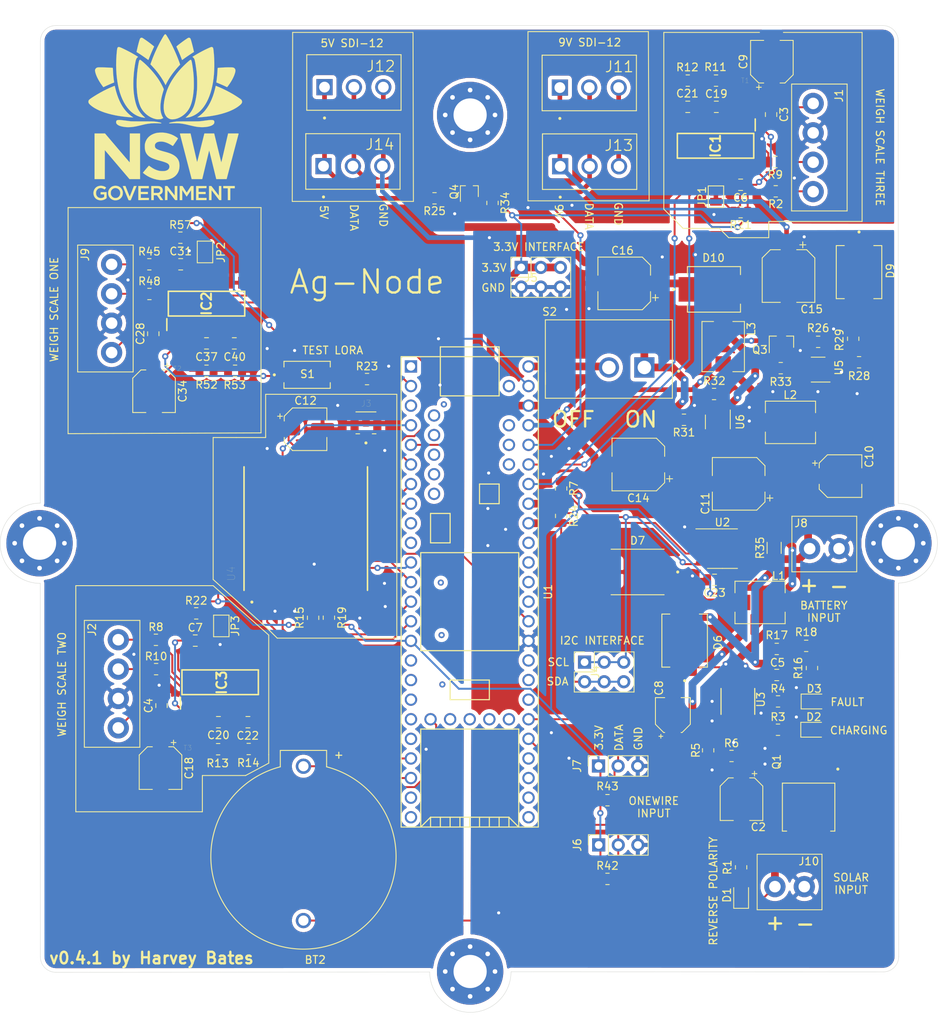
<source format=kicad_pcb>
(kicad_pcb (version 20171130) (host pcbnew "(5.1.9-0-10_14)")
  (layers (0 F.Cu signal) (31 B.Cu signal) (34 B.Paste user) (35 F.Paste user) (36 B.SilkS user) (37 F.SilkS user) (38 B.Mask user) (39 F.Mask user) (44 Edge.Cuts user))
  (net 0 "")
  (net 1 GND)
  (net 2 /SOLAR_IN)
  (net 3 "Net-(C3-Pad1)")
  (net 4 +3V3)
  (net 5 "Net-(C5-Pad2)")
  (net 6 "Net-(C8-Pad1)")
  (net 7 "Net-(C8-Pad2)")
  (net 8 /9V_OUT)
  (net 9 /5V_OUT)
  (net 10 "Net-(D1-Pad1)")
  (net 11 "Net-(D1-Pad2)")
  (net 12 "Net-(D2-Pad1)")
  (net 13 "Net-(D3-Pad1)")
  (net 14 "Net-(D9-PadA)")
  (net 15 "Net-(D10-PadA)")
  (net 16 "Net-(IC1-Pad2)")
  (net 17 /SCL)
  (net 18 /SDA)
  (net 19 "Net-(IC1-Pad15)")
  (net 20 "Net-(J3-Pad1)")
  (net 21 /9V_EN)
  (net 22 "Net-(R3-Pad1)")
  (net 23 "Net-(R4-Pad1)")
  (net 24 /VIN_REG)
  (net 25 "Net-(R16-Pad1)")
  (net 26 /Reset)
  (net 27 "Net-(L1-Pad2)")
  (net 28 "Net-(R28-Pad1)")
  (net 29 "Net-(R31-Pad1)")
  (net 30 /MISO)
  (net 31 /MOSI)
  (net 32 /G2)
  (net 33 /G1)
  (net 34 /G0)
  (net 35 /SCK)
  (net 36 /Lora_CS)
  (net 37 "Net-(C28-Pad1)")
  (net 38 "Net-(C37-Pad2)")
  (net 39 "Net-(C37-Pad1)")
  (net 40 "Net-(C40-Pad2)")
  (net 41 "Net-(C40-Pad1)")
  (net 42 "Net-(J9-Pad4)")
  (net 43 "Net-(J9-Pad3)")
  (net 44 "Net-(IC2-Pad15)")
  (net 45 "Net-(IC3-Pad15)")
  (net 46 "Net-(IC2-Pad2)")
  (net 47 "Net-(IC3-Pad2)")
  (net 48 "Net-(BT2-Pad+)")
  (net 49 GNDA)
  (net 50 "Net-(C18-Pad1)")
  (net 51 "Net-(C19-Pad2)")
  (net 52 "Net-(C19-Pad1)")
  (net 53 "Net-(C20-Pad2)")
  (net 54 "Net-(C20-Pad1)")
  (net 55 "Net-(C21-Pad2)")
  (net 56 "Net-(C21-Pad1)")
  (net 57 "Net-(C22-Pad2)")
  (net 58 "Net-(C22-Pad1)")
  (net 59 /SDA_2)
  (net 60 /SCL_2)
  (net 61 /SDA_1)
  (net 62 /SCL_1)
  (net 63 /SDA_3)
  (net 64 /SCL_3)
  (net 65 "Net-(J1-Pad4)")
  (net 66 "Net-(J1-Pad3)")
  (net 67 "Net-(J2-Pad4)")
  (net 68 "Net-(J2-Pad3)")
  (net 69 /SDI-12)
  (net 70 /SDI-12_OUT)
  (net 71 "Net-(R23-Pad2)")
  (net 72 "Net-(R23-Pad1)")
  (net 73 "Net-(S2-Pad2)")
  (net 74 /OneWire_1)
  (net 75 /OneWire_2)
  (net 76 /V_BAT)
  (net 77 /9V_GND)
  (module SilkscreenImages:NSWGov (layer F.Cu) (at 110.49 34.798)
    (fp_text reference G*** hide)
    (fp_text value LOGO hide)
  )
  (module Resistor_SMD:R_1206_3216Metric (layer F.Cu) (at 189.4 90.6 90)
    (fp_text reference R35 (at 0 -1.82 90) (layer F.SilkS))
    (fp_text value "0.1(RS)")
    (pad 2 smd roundrect (at 1.4625 0 90) (size 1.125 1.75) (layers F.Cu F.Paste F.Mask) (roundrect_rratio 0.2222213333333333) (net 27 "Net-(L1-Pad2)"))
    (pad 1 smd roundrect (at -1.4625 0 90) (size 1.125 1.75) (layers F.Cu F.Paste F.Mask) (roundrect_rratio 0.2222213333333333) (net 76 /V_BAT))
  )
  (module Capacitor_SMD:CP_Elec_6.3x5.9 (layer F.Cu) (at 184.8 82.3 180)
    (fp_text reference C11 (at 4.318 -2.54 90) (layer F.SilkS))
    (fp_text value 47uF)
    (pad 1 smd roundrect (at -2.8 0 180) (size 3.5 1.6) (layers F.Cu F.Paste F.Mask) (roundrect_rratio 0.15625) (net 76 /V_BAT))
    (pad 2 smd roundrect (at 2.8 0 180) (size 3.5 1.6) (layers F.Cu F.Paste F.Mask) (roundrect_rratio 0.15625) (net 1 GND))
  )
  (module Connector_PinSocket_2.54mm:PinSocket_1x03_P2.54mm_Vertical (layer F.Cu) (at 166.66 129.1 90)
    (fp_text reference J6 (at 0 -2.77 90) (layer F.SilkS))
    (fp_text value Conn_01x03_Male)
    (pad 3 thru_hole oval (at 0 5.08 90) (size 1.7 1.7) (drill 1) (layers *.Cu *.Mask) (net 1 GND))
    (pad 2 thru_hole oval (at 0 2.54 90) (size 1.7 1.7) (drill 1) (layers *.Cu *.Mask) (net 74 /OneWire_1))
    (pad 1 thru_hole rect (at 0 0 90) (size 1.7 1.7) (drill 1) (layers *.Cu *.Mask) (net 4 +3V3))
  )
  (module TerminalBlock:102-6492-ND‎ (layer F.Cu) (at 191.7 86.5)
    (fp_text reference J8 (at 1.19 0.9) (layer F.SilkS))
    (fp_text value Bat_Conn)
    (pad 2 thru_hole circle (at 6.11 4.2) (size 2.75 2.75) (drill 1.5) (layers *.Cu *.Mask) (net 1 GND))
    (pad 1 thru_hole circle (at 2.3 4.2) (size 2.75 2.75) (drill 1.5) (layers *.Cu *.Mask) (net 76 /V_BAT))
  )
  (module TerminalBlock:102-6492-ND‎ (layer F.Cu) (at 187.198 130.302)
    (fp_text reference J10 (at 6.7 0.92) (layer F.SilkS))
    (fp_text value Soler_Conn)
    (pad 2 thru_hole circle (at 6.11 4.2) (size 2.75 2.75) (drill 1.5) (layers *.Cu *.Mask) (net 1 GND))
    (pad 1 thru_hole circle (at 2.3 4.2) (size 2.75 2.75) (drill 1.5) (layers *.Cu *.Mask) (net 10 "Net-(D1-Pad1)"))
  )
  (module MountingHole:MountingHole_4.3mm_M4_Pad_Via (layer F.Cu) (at 94.2 90)
    (fp_text reference REF** hide)
    (fp_text value MountingHole_4.3mm_M4_Pad_Via hide)
    (pad 1 thru_hole circle (at 0 0) (size 8.6 8.6) (drill 4.3) (layers *.Cu *.Mask))
    (pad 1 thru_hole circle (at 3.225 0) (size 0.9 0.9) (drill 0.6) (layers *.Cu *.Mask))
    (pad 1 thru_hole circle (at 2.280419 2.280419) (size 0.9 0.9) (drill 0.6) (layers *.Cu *.Mask))
    (pad 1 thru_hole circle (at 0 3.225) (size 0.9 0.9) (drill 0.6) (layers *.Cu *.Mask))
    (pad 1 thru_hole circle (at -2.280419 2.280419) (size 0.9 0.9) (drill 0.6) (layers *.Cu *.Mask))
    (pad 1 thru_hole circle (at -3.225 0) (size 0.9 0.9) (drill 0.6) (layers *.Cu *.Mask))
    (pad 1 thru_hole circle (at -2.280419 -2.280419) (size 0.9 0.9) (drill 0.6) (layers *.Cu *.Mask))
    (pad 1 thru_hole circle (at 0 -3.225) (size 0.9 0.9) (drill 0.6) (layers *.Cu *.Mask))
    (pad 1 thru_hole circle (at 2.280419 -2.280419) (size 0.9 0.9) (drill 0.6) (layers *.Cu *.Mask))
  )
  (module Package_TO_SOT_SMD:SOT-23-6 (layer F.Cu) (at 182.102 74.28 270)
    (fp_text reference U6 (at 0 -2.9 90) (layer F.SilkS))
    (fp_text value MT3608)
    (pad 5 smd rect (at 1.1 0 270) (size 1.06 0.65) (layers F.Cu F.Paste F.Mask) (net 76 /V_BAT))
    (pad 6 smd rect (at 1.1 -0.95 270) (size 1.06 0.65) (layers F.Cu F.Paste F.Mask))
    (pad 4 smd rect (at 1.1 0.95 270) (size 1.06 0.65) (layers F.Cu F.Paste F.Mask) (net 76 /V_BAT))
    (pad 3 smd rect (at -1.1 0.95 270) (size 1.06 0.65) (layers F.Cu F.Paste F.Mask) (net 29 "Net-(R31-Pad1)"))
    (pad 2 smd rect (at -1.1 0 270) (size 1.06 0.65) (layers F.Cu F.Paste F.Mask) (net 1 GND))
    (pad 1 smd rect (at -1.1 -0.95 270) (size 1.06 0.65) (layers F.Cu F.Paste F.Mask) (net 15 "Net-(D10-PadA)"))
  )
  (module Package_TO_SOT_SMD:SOT-23-6 (layer F.Cu) (at 195.1 67.5 180)
    (fp_text reference U5 (at -2.71 0.254 270) (layer F.SilkS))
    (fp_text value MT3608)
    (pad 5 smd rect (at 1.1 0 180) (size 1.06 0.65) (layers F.Cu F.Paste F.Mask) (net 76 /V_BAT))
    (pad 6 smd rect (at 1.1 -0.95 180) (size 1.06 0.65) (layers F.Cu F.Paste F.Mask))
    (pad 4 smd rect (at 1.1 0.95 180) (size 1.06 0.65) (layers F.Cu F.Paste F.Mask) (net 21 /9V_EN))
    (pad 3 smd rect (at -1.1 0.95 180) (size 1.06 0.65) (layers F.Cu F.Paste F.Mask) (net 28 "Net-(R28-Pad1)"))
    (pad 2 smd rect (at -1.1 0 180) (size 1.06 0.65) (layers F.Cu F.Paste F.Mask) (net 1 GND))
    (pad 1 smd rect (at -1.1 -0.95 180) (size 1.06 0.65) (layers F.Cu F.Paste F.Mask) (net 14 "Net-(D9-PadA)"))
  )
  (module RFM69HCW:MOD_COM-13909 (layer F.Cu) (at 128.7 88.1 90)
    (fp_text reference U4 (at -5.84038 -9.6604 90) (layer F.SilkS) (effects (font (size 1.00263 1.00263) (thickness 0.015))))
    (fp_text value COM-13909)
    (pad 16 smd rect (at 7.5 -7 90) (size 3 1.2) (layers F.Cu F.Paste F.Mask) (net 32 /G2))
    (pad 15 smd rect (at 7.5 -5 90) (size 3 1.2) (layers F.Cu F.Paste F.Mask) (net 33 /G1))
    (pad 14 smd rect (at 7.5 -3 90) (size 3 1.2) (layers F.Cu F.Paste F.Mask) (net 34 /G0))
    (pad 13 smd rect (at 7.5 -1 90) (size 3 1.2) (layers F.Cu F.Paste F.Mask) (net 4 +3V3))
    (pad 12 smd rect (at 7.5 1 90) (size 3 1.2) (layers F.Cu F.Paste F.Mask))
    (pad 11 smd rect (at 7.5 3 90) (size 3 1.2) (layers F.Cu F.Paste F.Mask))
    (pad 10 smd rect (at 7.5 5 90) (size 3 1.2) (layers F.Cu F.Paste F.Mask) (net 49 GNDA))
    (pad 9 smd rect (at 7.5 7 90) (size 3 1.2) (layers F.Cu F.Paste F.Mask) (net 20 "Net-(J3-Pad1)"))
    (pad 8 smd rect (at -7.5 7 90) (size 3 1.2) (layers F.Cu F.Paste F.Mask) (net 49 GNDA))
    (pad 7 smd rect (at -7.5 5 90) (size 3 1.2) (layers F.Cu F.Paste F.Mask))
    (pad 6 smd rect (at -7.5 3 90) (size 3 1.2) (layers F.Cu F.Paste F.Mask) (net 26 /Reset))
    (pad 5 smd rect (at -7.5 1 90) (size 3 1.2) (layers F.Cu F.Paste F.Mask) (net 36 /Lora_CS))
    (pad 4 smd rect (at -7.5 -1 90) (size 3 1.2) (layers F.Cu F.Paste F.Mask) (net 35 /SCK))
    (pad 3 smd rect (at -7.5 -3 90) (size 3 1.2) (layers F.Cu F.Paste F.Mask) (net 31 /MOSI))
    (pad 2 smd rect (at -7.5 -5 90) (size 3 1.2) (layers F.Cu F.Paste F.Mask) (net 30 /MISO))
    (pad 1 smd rect (at -7.5 -7 90) (size 3 1.2) (layers F.Cu F.Paste F.Mask) (net 49 GNDA))
  )
  (module LT3652IMSETRPBF:MSOP-12_MSE (layer F.Cu) (at 184.7 110.5 90)
    (fp_text reference U3 (at 0.24 2.97 270) (layer F.SilkS))
    (fp_text value LT3652IMSETRPBF)
    (pad 13 smd rect (at 0 0 90) (size 1.7526 2.9464) (layers F.Cu F.Mask) (net 1 GND))
    (pad 12 smd rect (at 2.1844 -1.6256 90) (size 1.397 0.4318) (layers F.Cu F.Paste F.Mask) (net 6 "Net-(C8-Pad1)"))
    (pad 11 smd rect (at 2.1844 -0.975359 90) (size 1.397 0.4318) (layers F.Cu F.Paste F.Mask) (net 7 "Net-(C8-Pad2)"))
    (pad 10 smd rect (at 2.1844 -0.325119 90) (size 1.397 0.4318) (layers F.Cu F.Paste F.Mask) (net 27 "Net-(L1-Pad2)"))
    (pad 9 smd rect (at 2.1844 0.325119 90) (size 1.397 0.4318) (layers F.Cu F.Paste F.Mask) (net 76 /V_BAT))
    (pad 8 smd rect (at 2.1844 0.975359 90) (size 1.397 0.4318) (layers F.Cu F.Paste F.Mask))
    (pad 7 smd rect (at 2.1844 1.6256 90) (size 1.397 0.4318) (layers F.Cu F.Paste F.Mask) (net 5 "Net-(C5-Pad2)"))
    (pad 6 smd rect (at -2.1844 1.6256 90) (size 1.397 0.4318) (layers F.Cu F.Paste F.Mask) (net 1 GND))
    (pad 5 smd rect (at -2.1844 0.975359 90) (size 1.397 0.4318) (layers F.Cu F.Paste F.Mask) (net 23 "Net-(R4-Pad1)"))
    (pad 4 smd rect (at -2.1844 0.325119 90) (size 1.397 0.4318) (layers F.Cu F.Paste F.Mask) (net 22 "Net-(R3-Pad1)"))
    (pad 3 smd rect (at -2.1844 -0.325119 90) (size 1.397 0.4318) (layers F.Cu F.Paste F.Mask) (net 2 /SOLAR_IN))
    (pad 2 smd rect (at -2.1844 -0.975359 90) (size 1.397 0.4318) (layers F.Cu F.Paste F.Mask) (net 24 /VIN_REG))
    (pad 1 smd rect (at -2.1844 -1.6256 90) (size 1.397 0.4318) (layers F.Cu F.Paste F.Mask) (net 2 /SOLAR_IN))
  )
  (module Package_SO:SOIC-8_3.9x4.9mm_P1.27mm (layer F.Cu) (at 182.7 90.7)
    (fp_text reference U2 (at 0 -3.4) (layer F.SilkS))
    (fp_text value INA219BxD)
    (pad 8 smd roundrect (at 2.475 -1.905) (size 1.95 0.6) (layers F.Cu F.Paste F.Mask) (net 27 "Net-(L1-Pad2)"))
    (pad 7 smd roundrect (at 2.475 -0.635) (size 1.95 0.6) (layers F.Cu F.Paste F.Mask) (net 76 /V_BAT))
    (pad 6 smd roundrect (at 2.475 0.635) (size 1.95 0.6) (layers F.Cu F.Paste F.Mask) (net 1 GND))
    (pad 5 smd roundrect (at 2.475 1.905) (size 1.95 0.6) (layers F.Cu F.Paste F.Mask) (net 4 +3V3))
    (pad 4 smd roundrect (at -2.475 1.905) (size 1.95 0.6) (layers F.Cu F.Paste F.Mask) (net 17 /SCL))
    (pad 3 smd roundrect (at -2.475 0.635) (size 1.95 0.6) (layers F.Cu F.Paste F.Mask) (net 18 /SDA))
    (pad 2 smd roundrect (at -2.475 -0.635) (size 1.95 0.6) (layers F.Cu F.Paste F.Mask) (net 1 GND))
    (pad 1 smd roundrect (at -2.475 -1.905) (size 1.95 0.6) (layers F.Cu F.Paste F.Mask) (net 1 GND))
  )
  (module teensyBoards:Teensy35_36 (layer F.Cu) (at 149.95 96.3 270)
    (fp_text reference U1 (at 0 -10.16 90) (layer F.SilkS))
    (fp_text value Teensy3.6)
    (pad 62 thru_hole circle (at -12.7 4.62 270) (size 1.6 1.6) (drill 1.1) (layers *.Cu *.Mask))
    (pad 61 thru_hole circle (at -15.24 4.62 270) (size 1.6 1.6) (drill 1.1) (layers *.Cu *.Mask))
    (pad 60 thru_hole circle (at -17.78 4.62 270) (size 1.6 1.6) (drill 1.1) (layers *.Cu *.Mask))
    (pad 59 thru_hole circle (at -20.32 4.62 270) (size 1.6 1.6) (drill 1.1) (layers *.Cu *.Mask))
    (pad 58 thru_hole circle (at -22.86 4.62 270) (size 1.6 1.6) (drill 1.1) (layers *.Cu *.Mask))
    (pad 57 thru_hole circle (at -16.51 -5.08 270) (size 1.6 1.6) (drill 1.1) (layers *.Cu *.Mask))
    (pad 56 thru_hole circle (at -19.05 -5.08 270) (size 1.6 1.6) (drill 1.1) (layers *.Cu *.Mask))
    (pad 55 thru_hole circle (at -21.59 -5.08 270) (size 1.6 1.6) (drill 1.1) (layers *.Cu *.Mask))
    (pad 54 thru_hole circle (at -26.67 -5.08 270) (size 1.6 1.6) (drill 1.1) (layers *.Cu *.Mask))
    (pad 53 thru_hole circle (at -29.21 -7.62 270) (size 1.6 1.6) (drill 1.1) (layers *.Cu *.Mask) (net 73 "Net-(S2-Pad2)"))
    (pad 52 thru_hole circle (at -26.67 -7.62 270) (size 1.6 1.6) (drill 1.1) (layers *.Cu *.Mask) (net 49 GNDA))
    (pad 51 thru_hole circle (at -24.13 -7.62 270) (size 1.6 1.6) (drill 1.1) (layers *.Cu *.Mask) (net 4 +3V3))
    (pad 50 thru_hole circle (at -21.59 -7.62 270) (size 1.6 1.6) (drill 1.1) (layers *.Cu *.Mask) (net 21 /9V_EN))
    (pad 49 thru_hole circle (at -19.05 -7.62 270) (size 1.6 1.6) (drill 1.1) (layers *.Cu *.Mask) (net 70 /SDI-12_OUT))
    (pad 48 thru_hole circle (at -16.51 -7.62 270) (size 1.6 1.6) (drill 1.1) (layers *.Cu *.Mask) (net 59 /SDA_2))
    (pad 47 thru_hole circle (at -13.97 -7.62 270) (size 1.6 1.6) (drill 1.1) (layers *.Cu *.Mask) (net 60 /SCL_2))
    (pad 46 thru_hole circle (at -11.43 -7.62 270) (size 1.6 1.6) (drill 1.1) (layers *.Cu *.Mask) (net 17 /SCL))
    (pad 45 thru_hole circle (at -8.89 -7.62 270) (size 1.6 1.6) (drill 1.1) (layers *.Cu *.Mask) (net 18 /SDA))
    (pad 44 thru_hole circle (at -6.35 -7.62 270) (size 1.6 1.6) (drill 1.1) (layers *.Cu *.Mask))
    (pad 43 thru_hole circle (at -3.81 -7.62 270) (size 1.6 1.6) (drill 1.1) (layers *.Cu *.Mask))
    (pad 42 thru_hole circle (at -1.27 -7.62 270) (size 1.6 1.6) (drill 1.1) (layers *.Cu *.Mask))
    (pad 41 thru_hole circle (at 1.27 -7.62 270) (size 1.6 1.6) (drill 1.1) (layers *.Cu *.Mask))
    (pad 40 thru_hole circle (at 3.81 -7.62 270) (size 1.6 1.6) (drill 1.1) (layers *.Cu *.Mask) (net 35 /SCK))
    (pad 39 thru_hole circle (at 6.35 -7.62 270) (size 1.6 1.6) (drill 1.1) (layers *.Cu *.Mask) (net 1 GND))
    (pad 38 thru_hole circle (at 8.89 -7.62 270) (size 1.6 1.6) (drill 1.1) (layers *.Cu *.Mask))
    (pad 1 thru_hole rect (at -29.21 7.62 270) (size 1.6 1.6) (drill 1.1) (layers *.Cu *.Mask))
    (pad 2 thru_hole circle (at -26.67 7.62 270) (size 1.6 1.6) (drill 1.1) (layers *.Cu *.Mask) (net 71 "Net-(R23-Pad2)"))
    (pad 3 thru_hole circle (at -24.13 7.62 270) (size 1.6 1.6) (drill 1.1) (layers *.Cu *.Mask))
    (pad 4 thru_hole circle (at -21.59 7.62 270) (size 1.6 1.6) (drill 1.1) (layers *.Cu *.Mask) (net 34 /G0))
    (pad 5 thru_hole circle (at -19.05 7.62 270) (size 1.6 1.6) (drill 1.1) (layers *.Cu *.Mask) (net 62 /SCL_1))
    (pad 6 thru_hole circle (at -16.51 7.62 270) (size 1.6 1.6) (drill 1.1) (layers *.Cu *.Mask) (net 61 /SDA_1))
    (pad 7 thru_hole circle (at -13.97 7.62 270) (size 1.6 1.6) (drill 1.1) (layers *.Cu *.Mask) (net 33 /G1))
    (pad 8 thru_hole circle (at -11.43 7.62 270) (size 1.6 1.6) (drill 1.1) (layers *.Cu *.Mask) (net 32 /G2))
    (pad 9 thru_hole circle (at -8.89 7.62 270) (size 1.6 1.6) (drill 1.1) (layers *.Cu *.Mask))
    (pad 10 thru_hole circle (at -6.35 7.62 270) (size 1.6 1.6) (drill 1.1) (layers *.Cu *.Mask))
    (pad 11 thru_hole circle (at -3.81 7.62 270) (size 1.6 1.6) (drill 1.1) (layers *.Cu *.Mask) (net 26 /Reset))
    (pad 12 thru_hole circle (at -1.27 7.62 270) (size 1.6 1.6) (drill 1.1) (layers *.Cu *.Mask) (net 36 /Lora_CS))
    (pad 13 thru_hole circle (at 1.27 7.62 270) (size 1.6 1.6) (drill 1.1) (layers *.Cu *.Mask) (net 31 /MOSI))
    (pad 37 thru_hole circle (at 11.43 -7.62 270) (size 1.6 1.6) (drill 1.1) (layers *.Cu *.Mask))
    (pad 36 thru_hole circle (at 13.97 -7.62 270) (size 1.6 1.6) (drill 1.1) (layers *.Cu *.Mask))
    (pad 35 thru_hole circle (at 16.51 -7.62 270) (size 1.6 1.6) (drill 1.1) (layers *.Cu *.Mask) (net 75 /OneWire_2))
    (pad 34 thru_hole circle (at 19.05 -7.62 270) (size 1.6 1.6) (drill 1.1) (layers *.Cu *.Mask) (net 74 /OneWire_1))
    (pad 33 thru_hole circle (at 21.59 -7.62 270) (size 1.6 1.6) (drill 1.1) (layers *.Cu *.Mask))
    (pad 32 thru_hole circle (at 24.13 -7.62 270) (size 1.6 1.6) (drill 1.1) (layers *.Cu *.Mask))
    (pad 31 thru_hole circle (at 26.67 -7.62 270) (size 1.6 1.6) (drill 1.1) (layers *.Cu *.Mask))
    (pad 30 thru_hole circle (at 29.21 -7.62 270) (size 1.6 1.6) (drill 1.1) (layers *.Cu *.Mask))
    (pad 29 thru_hole circle (at 16.51 -5.08 270) (size 1.6 1.6) (drill 1.1) (layers *.Cu *.Mask))
    (pad 28 thru_hole circle (at 16.51 -2.54 270) (size 1.6 1.6) (drill 1.1) (layers *.Cu *.Mask))
    (pad 27 thru_hole circle (at 16.51 0 270) (size 1.6 1.6) (drill 1.1) (layers *.Cu *.Mask))
    (pad 26 thru_hole circle (at 16.51 2.54 270) (size 1.6 1.6) (drill 1.1) (layers *.Cu *.Mask))
    (pad 25 thru_hole circle (at 16.51 5.08 270) (size 1.6 1.6) (drill 1.1) (layers *.Cu *.Mask) (net 48 "Net-(BT2-Pad+)"))
    (pad 24 thru_hole circle (at 29.21 7.62 270) (size 1.6 1.6) (drill 1.1) (layers *.Cu *.Mask))
    (pad 23 thru_hole circle (at 26.67 7.62 270) (size 1.6 1.6) (drill 1.1) (layers *.Cu *.Mask))
    (pad 22 thru_hole circle (at 24.13 7.62 270) (size 1.6 1.6) (drill 1.1) (layers *.Cu *.Mask) (net 63 /SDA_3))
    (pad 21 thru_hole circle (at 21.59 7.62 270) (size 1.6 1.6) (drill 1.1) (layers *.Cu *.Mask) (net 64 /SCL_3))
    (pad 14 thru_hole circle (at 3.81 7.62 270) (size 1.6 1.6) (drill 1.1) (layers *.Cu *.Mask) (net 30 /MISO))
    (pad 15 thru_hole circle (at 6.35 7.62 270) (size 1.6 1.6) (drill 1.1) (layers *.Cu *.Mask) (net 4 +3V3))
    (pad 16 thru_hole circle (at 8.89 7.62 270) (size 1.6 1.6) (drill 1.1) (layers *.Cu *.Mask))
    (pad 20 thru_hole circle (at 19.05 7.62 270) (size 1.6 1.6) (drill 1.1) (layers *.Cu *.Mask))
    (pad 19 thru_hole circle (at 16.51 7.62 270) (size 1.6 1.6) (drill 1.1) (layers *.Cu *.Mask))
    (pad 18 thru_hole circle (at 13.97 7.62 270) (size 1.6 1.6) (drill 1.1) (layers *.Cu *.Mask))
    (pad 17 thru_hole circle (at 11.43 7.62 270) (size 1.6 1.6) (drill 1.1) (layers *.Cu *.Mask))
  )
  (module MMBT4403L:SOT23 (layer F.Cu) (at 113.53 114.216 180)
    (fp_text reference T3 (at 0.127195 -2.314943) (layer F.SilkS) (effects (font (size 0.640981 0.640981) (thickness 0.015))))
    (fp_text value MMBT4403L)
    (pad 1 smd rect (at -0.95 1.1 180) (size 1 1.4) (layers F.Cu F.Paste F.Mask) (net 47 "Net-(IC3-Pad2)"))
    (pad 2 smd rect (at 0.95 1.1 180) (size 1 1.4) (layers F.Cu F.Paste F.Mask) (net 4 +3V3))
    (pad 3 smd rect (at 0 -1.1 180) (size 1 1.4) (layers F.Cu F.Paste F.Mask) (net 50 "Net-(C18-Pad1)"))
  )
  (module MMBT4403L:SOT23 (layer F.Cu) (at 112.19 65.05 180)
    (fp_text reference T2 (at 0.127195 -2.314943) (layer F.SilkS) (effects (font (size 0.640981 0.640981) (thickness 0.015))))
    (fp_text value MMBT4403L)
    (pad 1 smd rect (at -0.95 1.1 180) (size 1 1.4) (layers F.Cu F.Paste F.Mask) (net 46 "Net-(IC2-Pad2)"))
    (pad 2 smd rect (at 0.95 1.1 180) (size 1 1.4) (layers F.Cu F.Paste F.Mask) (net 4 +3V3))
    (pad 3 smd rect (at 0 -1.1 180) (size 1 1.4) (layers F.Cu F.Paste F.Mask) (net 37 "Net-(C28-Pad1)"))
  )
  (module MMBT4403L:SOT23 (layer F.Cu) (at 185.505 32.345)
    (fp_text reference T1 (at 0.127195 -2.314943) (layer F.SilkS) (effects (font (size 0.640981 0.640981) (thickness 0.015))))
    (fp_text value MMBT4403L)
    (pad 1 smd rect (at -0.95 1.1) (size 1 1.4) (layers F.Cu F.Paste F.Mask) (net 16 "Net-(IC1-Pad2)"))
    (pad 2 smd rect (at 0.95 1.1) (size 1 1.4) (layers F.Cu F.Paste F.Mask) (net 4 +3V3))
    (pad 3 smd rect (at 0 -1.1) (size 1 1.4) (layers F.Cu F.Paste F.Mask) (net 3 "Net-(C3-Pad1)"))
  )
  (module GF-123-0054:SW_GF-123-0054 (layer F.Cu) (at 167.98 66.13 180)
    (fp_text reference S2 (at 7.68 6.13) (layer F.SilkS))
    (fp_text value GF-123-0054)
    (pad 1 thru_hole rect (at -4.6 -1.09 180) (size 2.625 2.625) (drill 1.75) (layers *.Cu *.Mask) (net 9 /5V_OUT))
    (pad 2 thru_hole circle (at 0 -1.09 180) (size 2.625 2.625) (drill 1.75) (layers *.Cu *.Mask) (net 73 "Net-(S2-Pad2)"))
  )
  (module PTS636_SM43J_SMTR_LFS:SW_PTS636_SM43J_SMTR_LFS (layer F.Cu) (at 128.875 68.175)
    (fp_text reference S1 (at 0.05 -0.1) (layer F.SilkS))
    (fp_text value "LoRa SEND")
    (pad 2 smd rect (at 3.25 0) (size 0.9 1.4) (layers F.Cu F.Paste F.Mask) (net 72 "Net-(R23-Pad1)"))
    (pad 1 smd rect (at -3.25 0) (size 0.9 1.4) (layers F.Cu F.Paste F.Mask) (net 4 +3V3))
  )
  (module Resistor_SMD:R_0805_2012Metric (layer F.Cu) (at 112.4525 50.4)
    (fp_text reference R57 (at 0 -1.65) (layer F.SilkS))
    (fp_text value 10K)
    (pad 2 smd roundrect (at 0.9125 0) (size 1.025 1.4) (layers F.Cu F.Paste F.Mask) (roundrect_rratio 0.2439014634146341) (net 44 "Net-(IC2-Pad15)"))
    (pad 1 smd roundrect (at -0.9125 0) (size 1.025 1.4) (layers F.Cu F.Paste F.Mask) (roundrect_rratio 0.2439014634146341) (net 4 +3V3))
  )
  (module Resistor_SMD:R_0805_2012Metric (layer F.Cu) (at 119.54 67.65)
    (fp_text reference R53 (at -0.05 1.85) (layer F.SilkS))
    (fp_text value 4.3K)
    (pad 2 smd roundrect (at 0.9125 0) (size 1.025 1.4) (layers F.Cu F.Paste F.Mask) (roundrect_rratio 0.2439014634146341) (net 49 GNDA))
    (pad 1 smd roundrect (at -0.9125 0) (size 1.025 1.4) (layers F.Cu F.Paste F.Mask) (roundrect_rratio 0.2439014634146341) (net 38 "Net-(C37-Pad2)"))
  )
  (module Resistor_SMD:R_0805_2012Metric (layer F.Cu) (at 115.84 67.65)
    (fp_text reference R52 (at 0 1.8) (layer F.SilkS))
    (fp_text value 10K)
    (pad 2 smd roundrect (at 0.9125 0) (size 1.025 1.4) (layers F.Cu F.Paste F.Mask) (roundrect_rratio 0.2439014634146341) (net 38 "Net-(C37-Pad2)"))
    (pad 1 smd roundrect (at -0.9125 0) (size 1.025 1.4) (layers F.Cu F.Paste F.Mask) (roundrect_rratio 0.2439014634146341) (net 37 "Net-(C28-Pad1)"))
  )
  (module Resistor_SMD:R_0805_2012Metric (layer F.Cu) (at 108.44 57.7)
    (fp_text reference R48 (at 0 -1.65) (layer F.SilkS))
    (fp_text value 100)
    (pad 2 smd roundrect (at 0.9125 0) (size 1.025 1.4) (layers F.Cu F.Paste F.Mask) (roundrect_rratio 0.2439014634146341) (net 41 "Net-(C40-Pad1)"))
    (pad 1 smd roundrect (at -0.9125 0) (size 1.025 1.4) (layers F.Cu F.Paste F.Mask) (roundrect_rratio 0.2439014634146341) (net 43 "Net-(J9-Pad3)"))
  )
  (module Resistor_SMD:R_0805_2012Metric (layer F.Cu) (at 108.4275 53.85)
    (fp_text reference R45 (at 0 -1.65) (layer F.SilkS))
    (fp_text value 100)
    (pad 2 smd roundrect (at 0.9125 0) (size 1.025 1.4) (layers F.Cu F.Paste F.Mask) (roundrect_rratio 0.2439014634146341) (net 40 "Net-(C40-Pad2)"))
    (pad 1 smd roundrect (at -0.9125 0) (size 1.025 1.4) (layers F.Cu F.Paste F.Mask) (roundrect_rratio 0.2439014634146341) (net 42 "Net-(J9-Pad4)"))
  )
  (module Resistor_SMD:R_0805_2012Metric (layer F.Cu) (at 167.8 123.3 180)
    (fp_text reference R43 (at 0 1.8) (layer F.SilkS))
    (fp_text value 4.7K)
    (pad 2 smd roundrect (at 0.9125 0 180) (size 1.025 1.4) (layers F.Cu F.Paste F.Mask) (roundrect_rratio 0.2439014634146341) (net 4 +3V3))
    (pad 1 smd roundrect (at -0.9125 0 180) (size 1.025 1.4) (layers F.Cu F.Paste F.Mask) (roundrect_rratio 0.2439014634146341) (net 75 /OneWire_2))
  )
  (module Resistor_SMD:R_0805_2012Metric (layer F.Cu) (at 167.8 133.5 180)
    (fp_text reference R42 (at 0 1.7) (layer F.SilkS))
    (fp_text value 4.7K)
    (pad 2 smd roundrect (at 0.9125 0 180) (size 1.025 1.4) (layers F.Cu F.Paste F.Mask) (roundrect_rratio 0.2439014634146341) (net 4 +3V3))
    (pad 1 smd roundrect (at -0.9125 0 180) (size 1.025 1.4) (layers F.Cu F.Paste F.Mask) (roundrect_rratio 0.2439014634146341) (net 74 /OneWire_1))
  )
  (module Resistor_SMD:R_0805_2012Metric (layer F.Cu) (at 152.9 45.9 270)
    (fp_text reference R34 (at 0 -1.65 90) (layer F.SilkS))
    (fp_text value 10K)
    (pad 2 smd roundrect (at 0.9125 0 270) (size 1.025 1.4) (layers F.Cu F.Paste F.Mask) (roundrect_rratio 0.2439014634146341) (net 4 +3V3))
    (pad 1 smd roundrect (at -0.9125 0 270) (size 1.025 1.4) (layers F.Cu F.Paste F.Mask) (roundrect_rratio 0.2439014634146341) (net 70 /SDI-12_OUT))
  )
  (module Resistor_SMD:R_0805_2012Metric (layer F.Cu) (at 190.254 67.31 180)
    (fp_text reference R33 (at 0 -1.778) (layer F.SilkS))
    (fp_text value 1M)
    (pad 2 smd roundrect (at 0.9125 0 180) (size 1.025 1.4) (layers F.Cu F.Paste F.Mask) (roundrect_rratio 0.2439014634146341) (net 21 /9V_EN))
    (pad 1 smd roundrect (at -0.9125 0 180) (size 1.025 1.4) (layers F.Cu F.Paste F.Mask) (roundrect_rratio 0.2439014634146341) (net 1 GND))
  )
  (module Resistor_SMD:R_0805_2012Metric (layer F.Cu) (at 181.612 70.66 180)
    (fp_text reference R32 (at -0.0375 1.7) (layer F.SilkS))
    (fp_text value 2.7K)
    (pad 2 smd roundrect (at 0.9125 0 180) (size 1.025 1.4) (layers F.Cu F.Paste F.Mask) (roundrect_rratio 0.2439014634146341) (net 29 "Net-(R31-Pad1)"))
    (pad 1 smd roundrect (at -0.9125 0 180) (size 1.025 1.4) (layers F.Cu F.Paste F.Mask) (roundrect_rratio 0.2439014634146341) (net 1 GND))
  )
  (module Resistor_SMD:R_0805_2012Metric (layer F.Cu) (at 177.7125 74 180)
    (fp_text reference R31 (at 0 -1.65) (layer F.SilkS))
    (fp_text value 20K)
    (pad 2 smd roundrect (at 0.9125 0 180) (size 1.025 1.4) (layers F.Cu F.Paste F.Mask) (roundrect_rratio 0.2439014634146341) (net 9 /5V_OUT))
    (pad 1 smd roundrect (at -0.9125 0 180) (size 1.025 1.4) (layers F.Cu F.Paste F.Mask) (roundrect_rratio 0.2439014634146341) (net 29 "Net-(R31-Pad1)"))
  )
  (module Resistor_SMD:R_0805_2012Metric (layer F.Cu) (at 199.644 63.5 270)
    (fp_text reference R29 (at 0.1505 1.778 90) (layer F.SilkS))
    (fp_text value 2K)
    (pad 2 smd roundrect (at 0.9125 0 270) (size 1.025 1.4) (layers F.Cu F.Paste F.Mask) (roundrect_rratio 0.2439014634146341) (net 28 "Net-(R28-Pad1)"))
    (pad 1 smd roundrect (at -0.9125 0 270) (size 1.025 1.4) (layers F.Cu F.Paste F.Mask) (roundrect_rratio 0.2439014634146341) (net 1 GND))
  )
  (module Resistor_SMD:R_0805_2012Metric (layer F.Cu) (at 200.406 66.548)
    (fp_text reference R28 (at 0 1.778) (layer F.SilkS))
    (fp_text value 28K)
    (pad 2 smd roundrect (at 0.9125 0) (size 1.025 1.4) (layers F.Cu F.Paste F.Mask) (roundrect_rratio 0.2439014634146341) (net 8 /9V_OUT))
    (pad 1 smd roundrect (at -0.9125 0) (size 1.025 1.4) (layers F.Cu F.Paste F.Mask) (roundrect_rratio 0.2439014634146341) (net 28 "Net-(R28-Pad1)"))
  )
  (module Resistor_SMD:R_0805_2012Metric (layer F.Cu) (at 195.1 63.9 180)
    (fp_text reference R26 (at 0 1.778) (layer F.SilkS))
    (fp_text value 1M)
    (pad 2 smd roundrect (at 0.9125 0 180) (size 1.025 1.4) (layers F.Cu F.Paste F.Mask) (roundrect_rratio 0.2439014634146341) (net 21 /9V_EN))
    (pad 1 smd roundrect (at -0.9125 0 180) (size 1.025 1.4) (layers F.Cu F.Paste F.Mask) (roundrect_rratio 0.2439014634146341) (net 1 GND))
  )
  (module Resistor_SMD:R_0805_2012Metric (layer F.Cu) (at 145.3875 45.3 180)
    (fp_text reference R25 (at 0 -1.65) (layer F.SilkS))
    (fp_text value 10K)
    (pad 2 smd roundrect (at 0.9125 0 180) (size 1.025 1.4) (layers F.Cu F.Paste F.Mask) (roundrect_rratio 0.2439014634146341) (net 9 /5V_OUT))
    (pad 1 smd roundrect (at -0.9125 0 180) (size 1.025 1.4) (layers F.Cu F.Paste F.Mask) (roundrect_rratio 0.2439014634146341) (net 69 /SDI-12))
  )
  (module Resistor_SMD:R_0805_2012Metric (layer F.Cu) (at 161.8 86.4625 270)
    (fp_text reference R24 (at 0 -1.65 90) (layer F.SilkS))
    (fp_text value 4.7K)
    (pad 2 smd roundrect (at 0.9125 0 270) (size 1.025 1.4) (layers F.Cu F.Paste F.Mask) (roundrect_rratio 0.2439014634146341) (net 18 /SDA))
    (pad 1 smd roundrect (at -0.9125 0 270) (size 1.025 1.4) (layers F.Cu F.Paste F.Mask) (roundrect_rratio 0.2439014634146341) (net 4 +3V3))
  )
  (module Resistor_SMD:R_0805_2012Metric (layer F.Cu) (at 136.6375 68.725)
    (fp_text reference R23 (at 0 -1.65) (layer F.SilkS))
    (fp_text value 2.7K)
    (pad 2 smd roundrect (at 0.9125 0) (size 1.025 1.4) (layers F.Cu F.Paste F.Mask) (roundrect_rratio 0.2439014634146341) (net 71 "Net-(R23-Pad2)"))
    (pad 1 smd roundrect (at -0.9125 0) (size 1.025 1.4) (layers F.Cu F.Paste F.Mask) (roundrect_rratio 0.2439014634146341) (net 72 "Net-(R23-Pad1)"))
  )
  (module Resistor_SMD:R_0805_2012Metric (layer F.Cu) (at 114.505 99.091)
    (fp_text reference R22 (at 0 -1.65) (layer F.SilkS))
    (fp_text value 10K)
    (pad 2 smd roundrect (at 0.9125 0) (size 1.025 1.4) (layers F.Cu F.Paste F.Mask) (roundrect_rratio 0.2439014634146341) (net 45 "Net-(IC3-Pad15)"))
    (pad 1 smd roundrect (at -0.9125 0) (size 1.025 1.4) (layers F.Cu F.Paste F.Mask) (roundrect_rratio 0.2439014634146341) (net 4 +3V3))
  )
  (module Resistor_SMD:R_0805_2012Metric (layer F.Cu) (at 185.055 47.095 180)
    (fp_text reference R21 (at 0 -1.65) (layer F.SilkS))
    (fp_text value 10K)
    (pad 2 smd roundrect (at 0.9125 0 180) (size 1.025 1.4) (layers F.Cu F.Paste F.Mask) (roundrect_rratio 0.2439014634146341) (net 19 "Net-(IC1-Pad15)"))
    (pad 1 smd roundrect (at -0.9125 0 180) (size 1.025 1.4) (layers F.Cu F.Paste F.Mask) (roundrect_rratio 0.2439014634146341) (net 4 +3V3))
  )
  (module Resistor_SMD:R_0805_2012Metric (layer F.Cu) (at 131.7 99.65 270)
    (fp_text reference R19 (at 0 -1.7 90) (layer F.SilkS))
    (fp_text value 100K)
    (pad 2 smd roundrect (at 0.9125 0 270) (size 1.025 1.4) (layers F.Cu F.Paste F.Mask) (roundrect_rratio 0.2439014634146341) (net 4 +3V3))
    (pad 1 smd roundrect (at -0.9125 0 270) (size 1.025 1.4) (layers F.Cu F.Paste F.Mask) (roundrect_rratio 0.2439014634146341) (net 26 /Reset))
  )
  (module Resistor_SMD:R_0805_2012Metric (layer F.Cu) (at 193.55 103.3 180)
    (fp_text reference R18 (at 0 1.778) (layer F.SilkS))
    (fp_text value 330K)
    (pad 2 smd roundrect (at 0.9125 0 180) (size 1.025 1.4) (layers F.Cu F.Paste F.Mask) (roundrect_rratio 0.2439014634146341) (net 25 "Net-(R16-Pad1)"))
    (pad 1 smd roundrect (at -0.9125 0 180) (size 1.025 1.4) (layers F.Cu F.Paste F.Mask) (roundrect_rratio 0.2439014634146341) (net 1 GND))
  )
  (module Resistor_SMD:R_0805_2012Metric (layer F.Cu) (at 189.7375 103.7 180)
    (fp_text reference R17 (at 0 1.778) (layer F.SilkS))
    (fp_text value 91K)
    (pad 2 smd roundrect (at 0.9125 0 180) (size 1.025 1.4) (layers F.Cu F.Paste F.Mask) (roundrect_rratio 0.2439014634146341) (net 76 /V_BAT))
    (pad 1 smd roundrect (at -0.9125 0 180) (size 1.025 1.4) (layers F.Cu F.Paste F.Mask) (roundrect_rratio 0.2439014634146341) (net 25 "Net-(R16-Pad1)"))
  )
  (module Resistor_SMD:R_0805_2012Metric (layer F.Cu) (at 194.3 106.175 270)
    (fp_text reference R16 (at 0 1.778 90) (layer F.SilkS))
    (fp_text value 180K)
    (pad 2 smd roundrect (at 0.9125 0 270) (size 1.025 1.4) (layers F.Cu F.Paste F.Mask) (roundrect_rratio 0.2439014634146341) (net 5 "Net-(C5-Pad2)"))
    (pad 1 smd roundrect (at -0.9125 0 270) (size 1.025 1.4) (layers F.Cu F.Paste F.Mask) (roundrect_rratio 0.2439014634146341) (net 25 "Net-(R16-Pad1)"))
  )
  (module Resistor_SMD:R_0805_2012Metric (layer F.Cu) (at 129.65 99.6625 270)
    (fp_text reference R15 (at -0.0125 1.75 90) (layer F.SilkS))
    (fp_text value 100K)
    (pad 2 smd roundrect (at 0.9125 0 270) (size 1.025 1.4) (layers F.Cu F.Paste F.Mask) (roundrect_rratio 0.2439014634146341) (net 4 +3V3))
    (pad 1 smd roundrect (at -0.9125 0 270) (size 1.025 1.4) (layers F.Cu F.Paste F.Mask) (roundrect_rratio 0.2439014634146341) (net 36 /Lora_CS))
  )
  (module Resistor_SMD:R_0805_2012Metric (layer F.Cu) (at 121.305 116.666)
    (fp_text reference R14 (at -0.05 1.8) (layer F.SilkS))
    (fp_text value 4.3K)
    (pad 2 smd roundrect (at 0.9125 0) (size 1.025 1.4) (layers F.Cu F.Paste F.Mask) (roundrect_rratio 0.2439014634146341) (net 49 GNDA))
    (pad 1 smd roundrect (at -0.9125 0) (size 1.025 1.4) (layers F.Cu F.Paste F.Mask) (roundrect_rratio 0.2439014634146341) (net 53 "Net-(C20-Pad2)"))
  )
  (module Resistor_SMD:R_0805_2012Metric (layer F.Cu) (at 117.3425 116.691)
    (fp_text reference R13 (at -0.0625 1.825) (layer F.SilkS))
    (fp_text value 10K)
    (pad 2 smd roundrect (at 0.9125 0) (size 1.025 1.4) (layers F.Cu F.Paste F.Mask) (roundrect_rratio 0.2439014634146341) (net 53 "Net-(C20-Pad2)"))
    (pad 1 smd roundrect (at -0.9125 0) (size 1.025 1.4) (layers F.Cu F.Paste F.Mask) (roundrect_rratio 0.2439014634146341) (net 50 "Net-(C18-Pad1)"))
  )
  (module Resistor_SMD:R_0805_2012Metric (layer F.Cu) (at 178.205 30.045 180)
    (fp_text reference R12 (at 0.05 1.725) (layer F.SilkS))
    (fp_text value 4.3K)
    (pad 2 smd roundrect (at 0.9125 0 180) (size 1.025 1.4) (layers F.Cu F.Paste F.Mask) (roundrect_rratio 0.2439014634146341) (net 49 GNDA))
    (pad 1 smd roundrect (at -0.9125 0 180) (size 1.025 1.4) (layers F.Cu F.Paste F.Mask) (roundrect_rratio 0.2439014634146341) (net 51 "Net-(C19-Pad2)"))
  )
  (module Resistor_SMD:R_0805_2012Metric (layer F.Cu) (at 181.8675 30.045 180)
    (fp_text reference R11 (at 0.075 1.75) (layer F.SilkS))
    (fp_text value 10K)
    (pad 2 smd roundrect (at 0.9125 0 180) (size 1.025 1.4) (layers F.Cu F.Paste F.Mask) (roundrect_rratio 0.2439014634146341) (net 51 "Net-(C19-Pad2)"))
    (pad 1 smd roundrect (at -0.9125 0 180) (size 1.025 1.4) (layers F.Cu F.Paste F.Mask) (roundrect_rratio 0.2439014634146341) (net 3 "Net-(C3-Pad1)"))
  )
  (module Resistor_SMD:R_0805_2012Metric (layer F.Cu) (at 109.305 106.316)
    (fp_text reference R10 (at 0 -1.65) (layer F.SilkS))
    (fp_text value 100)
    (pad 2 smd roundrect (at 0.9125 0) (size 1.025 1.4) (layers F.Cu F.Paste F.Mask) (roundrect_rratio 0.2439014634146341) (net 58 "Net-(C22-Pad1)"))
    (pad 1 smd roundrect (at -0.9125 0) (size 1.025 1.4) (layers F.Cu F.Paste F.Mask) (roundrect_rratio 0.2439014634146341) (net 68 "Net-(J2-Pad3)"))
  )
  (module Resistor_SMD:R_0805_2012Metric (layer F.Cu) (at 189.555 40.595 180)
    (fp_text reference R9 (at 0 -1.65) (layer F.SilkS))
    (fp_text value 100)
    (pad 2 smd roundrect (at 0.9125 0 180) (size 1.025 1.4) (layers F.Cu F.Paste F.Mask) (roundrect_rratio 0.2439014634146341) (net 56 "Net-(C21-Pad1)"))
    (pad 1 smd roundrect (at -0.9125 0 180) (size 1.025 1.4) (layers F.Cu F.Paste F.Mask) (roundrect_rratio 0.2439014634146341) (net 66 "Net-(J1-Pad3)"))
  )
  (module Resistor_SMD:R_0805_2012Metric (layer F.Cu) (at 109.28 102.516)
    (fp_text reference R8 (at 0 -1.65) (layer F.SilkS))
    (fp_text value 100)
    (pad 2 smd roundrect (at 0.9125 0) (size 1.025 1.4) (layers F.Cu F.Paste F.Mask) (roundrect_rratio 0.2439014634146341) (net 57 "Net-(C22-Pad2)"))
    (pad 1 smd roundrect (at -0.9125 0) (size 1.025 1.4) (layers F.Cu F.Paste F.Mask) (roundrect_rratio 0.2439014634146341) (net 67 "Net-(J2-Pad4)"))
  )
  (module Resistor_SMD:R_0805_2012Metric (layer F.Cu) (at 161.8 82.9 270)
    (fp_text reference R7 (at 0 -1.65 90) (layer F.SilkS))
    (fp_text value 4.7K)
    (pad 2 smd roundrect (at 0.9125 0 270) (size 1.025 1.4) (layers F.Cu F.Paste F.Mask) (roundrect_rratio 0.2439014634146341) (net 17 /SCL))
    (pad 1 smd roundrect (at -0.9125 0 270) (size 1.025 1.4) (layers F.Cu F.Paste F.Mask) (roundrect_rratio 0.2439014634146341) (net 4 +3V3))
  )
  (module Resistor_SMD:R_0805_2012Metric (layer F.Cu) (at 183.878 117.57)
    (fp_text reference R6 (at 0 -1.65) (layer F.SilkS))
    (fp_text value 10K)
    (pad 2 smd roundrect (at 0.9125 0) (size 1.025 1.4) (layers F.Cu F.Paste F.Mask) (roundrect_rratio 0.2439014634146341) (net 1 GND))
    (pad 1 smd roundrect (at -0.9125 0) (size 1.025 1.4) (layers F.Cu F.Paste F.Mask) (roundrect_rratio 0.2439014634146341) (net 24 /VIN_REG))
  )
  (module Resistor_SMD:R_0805_2012Metric (layer F.Cu) (at 180.848 116.84 270)
    (fp_text reference R5 (at 0 1.6 90) (layer F.SilkS))
    (fp_text value 33K)
    (pad 2 smd roundrect (at 0.9125 0 270) (size 1.025 1.4) (layers F.Cu F.Paste F.Mask) (roundrect_rratio 0.2439014634146341) (net 24 /VIN_REG))
    (pad 1 smd roundrect (at -0.9125 0 270) (size 1.025 1.4) (layers F.Cu F.Paste F.Mask) (roundrect_rratio 0.2439014634146341) (net 2 /SOLAR_IN))
  )
  (module Resistor_SMD:R_0805_2012Metric (layer F.Cu) (at 189.903 110.497)
    (fp_text reference R4 (at 0 -1.65) (layer F.SilkS))
    (fp_text value 10K)
    (pad 2 smd roundrect (at 0.9125 0) (size 1.025 1.4) (layers F.Cu F.Paste F.Mask) (roundrect_rratio 0.2439014634146341) (net 13 "Net-(D3-Pad1)"))
    (pad 1 smd roundrect (at -0.9125 0) (size 1.025 1.4) (layers F.Cu F.Paste F.Mask) (roundrect_rratio 0.2439014634146341) (net 23 "Net-(R4-Pad1)"))
  )
  (module Resistor_SMD:R_0805_2012Metric (layer F.Cu) (at 189.897 114.169)
    (fp_text reference R3 (at 0 -1.65) (layer F.SilkS))
    (fp_text value 10K)
    (pad 2 smd roundrect (at 0.9125 0) (size 1.025 1.4) (layers F.Cu F.Paste F.Mask) (roundrect_rratio 0.2439014634146341) (net 12 "Net-(D2-Pad1)"))
    (pad 1 smd roundrect (at -0.9125 0) (size 1.025 1.4) (layers F.Cu F.Paste F.Mask) (roundrect_rratio 0.2439014634146341) (net 22 "Net-(R3-Pad1)"))
  )
  (module Resistor_SMD:R_0805_2012Metric (layer F.Cu) (at 189.605 44.395 180)
    (fp_text reference R2 (at 0 -1.65) (layer F.SilkS))
    (fp_text value 100)
    (pad 2 smd roundrect (at 0.9125 0 180) (size 1.025 1.4) (layers F.Cu F.Paste F.Mask) (roundrect_rratio 0.2439014634146341) (net 55 "Net-(C21-Pad2)"))
    (pad 1 smd roundrect (at -0.9125 0 180) (size 1.025 1.4) (layers F.Cu F.Paste F.Mask) (roundrect_rratio 0.2439014634146341) (net 65 "Net-(J1-Pad4)"))
  )
  (module Resistor_SMD:R_0805_2012Metric (layer F.Cu) (at 185.12 131.998 90)
    (fp_text reference R1 (at 0 -1.77 90) (layer F.SilkS))
    (fp_text value 10K)
    (pad 2 smd roundrect (at 0.9125 0 90) (size 1.025 1.4) (layers F.Cu F.Paste F.Mask) (roundrect_rratio 0.2439014634146341) (net 1 GND))
    (pad 1 smd roundrect (at -0.9125 0 90) (size 1.025 1.4) (layers F.Cu F.Paste F.Mask) (roundrect_rratio 0.2439014634146341) (net 11 "Net-(D1-Pad2)"))
  )
  (module Package_TO_SOT_SMD:SOT-323_SC-70 (layer F.Cu) (at 149.9 44.4 90)
    (fp_text reference Q4 (at -0.05 -1.95 90) (layer F.SilkS))
    (fp_text value BSS214NW)
    (pad 3 smd rect (at 1 0) (size 0.45 0.7) (layers F.Cu F.Paste F.Mask) (net 69 /SDI-12))
    (pad 2 smd rect (at -1 0.65) (size 0.45 0.7) (layers F.Cu F.Paste F.Mask) (net 70 /SDI-12_OUT))
    (pad 1 smd rect (at -1 -0.65) (size 0.45 0.7) (layers F.Cu F.Paste F.Mask) (net 4 +3V3))
  )
  (module Package_TO_SOT_SMD:SOT-23 (layer F.Cu) (at 190.346 63.914 90)
    (fp_text reference Q3 (at -1.016 -2.794) (layer F.SilkS))
    (fp_text value DMG3406L)
    (pad 3 smd rect (at 1 0 90) (size 0.9 0.8) (layers F.Cu F.Paste F.Mask) (net 8 /9V_OUT))
    (pad 2 smd rect (at -1 0.95 90) (size 0.9 0.8) (layers F.Cu F.Paste F.Mask) (net 1 GND))
    (pad 1 smd rect (at -1 -0.95 90) (size 0.9 0.8) (layers F.Cu F.Paste F.Mask) (net 21 /9V_EN))
  )
  (module AOD417:DPAK228P994X240_3N (layer F.Cu) (at 193.868 123.13 180)
    (fp_text reference Q1 (at 4.14 4.806 90) (layer F.SilkS))
    (fp_text value AOD417)
    (pad 4 smd rect (at 0 -2.44 180) (size 5.09 6.32) (layers F.Cu F.Mask) (net 10 "Net-(D1-Pad1)"))
    (pad 3 smd rect (at 2.286 4.09 180) (size 0.97 3.02) (layers F.Cu F.Paste F.Mask) (net 2 /SOLAR_IN))
    (pad 1 smd rect (at -2.286 4.09 180) (size 0.97 3.02) (layers F.Cu F.Paste F.Mask) (net 1 GND))
  )
  (module Inductor_SMD:AMPLA5030S-6R8MT (layer F.Cu) (at 177.546 64.516 90)
    (fp_text reference L3 (at 2.286 8.89 90) (layer F.SilkS))
    (fp_text value INDUCTOR)
    (pad 2 smd rect (at 2.25 5.25 90) (size 2 2) (layers F.Cu F.Paste F.Mask) (net 15 "Net-(D10-PadA)"))
    (pad 1 smd rect (at -2.25 5.25 90) (size 2 2) (layers F.Cu F.Paste F.Mask) (net 76 /V_BAT))
  )
  (module Inductor_SMD:AMPLA5030S-6R8MT (layer F.Cu) (at 191.516 69.088)
    (fp_text reference L2 (at -0.036 1.694) (layer F.SilkS))
    (fp_text value INDUCTOR)
    (pad 2 smd rect (at 2.25 5.25) (size 2 2) (layers F.Cu F.Paste F.Mask) (net 14 "Net-(D9-PadA)"))
    (pad 1 smd rect (at -2.25 5.25) (size 2 2) (layers F.Cu F.Paste F.Mask) (net 76 /V_BAT))
  )
  (module Inductor_SMD:AMPLA5030S-6R8MT (layer F.Cu) (at 187.575 92.425)
    (fp_text reference L1 (at 2.417 1.809) (layer F.SilkS))
    (fp_text value INDUCTOR)
    (pad 1 smd rect (at -2.25 5.25) (size 2 2) (layers F.Cu F.Paste F.Mask) (net 6 "Net-(C8-Pad1)"))
    (pad 2 smd rect (at 2.25 5.25) (size 2 2) (layers F.Cu F.Paste F.Mask) (net 27 "Net-(L1-Pad2)"))
  )
  (module Jumper:SolderJumper-2_P1.3mm_Bridged_Pad1.0x1.5mm (layer F.Cu) (at 117.755 100.716 270)
    (fp_text reference JP3 (at 0 -1.8 90) (layer F.SilkS))
    (fp_text value "Scale SPS")
    (fp_poly (pts (xy -0.25 -0.3) (xy 0.25 -0.3) (xy 0.25 0.3) (xy -0.25 0.3)) (layer F.Cu) (width 0))
    (pad 2 smd rect (at 0.65 0 270) (size 1 1.5) (layers F.Cu F.Mask) (net 49 GNDA))
    (pad 1 smd rect (at -0.65 0 270) (size 1 1.5) (layers F.Cu F.Mask) (net 45 "Net-(IC3-Pad15)"))
  )
  (module Jumper:SolderJumper-2_P1.3mm_Bridged_Pad1.0x1.5mm (layer F.Cu) (at 115.64 52.25 270)
    (fp_text reference JP2 (at 0.05 -2.06 90) (layer F.SilkS))
    (fp_text value "Scale SPS")
    (fp_poly (pts (xy -0.25 -0.3) (xy 0.25 -0.3) (xy 0.25 0.3) (xy -0.25 0.3)) (layer F.Cu) (width 0))
    (pad 2 smd rect (at 0.65 0 270) (size 1 1.5) (layers F.Cu F.Mask) (net 49 GNDA))
    (pad 1 smd rect (at -0.65 0 270) (size 1 1.5) (layers F.Cu F.Mask) (net 44 "Net-(IC2-Pad15)"))
  )
  (module Jumper:SolderJumper-2_P1.3mm_Bridged_Pad1.0x1.5mm (layer F.Cu) (at 181.855 45.095 90)
    (fp_text reference JP1 (at 0 -1.8 90) (layer F.SilkS))
    (fp_text value "Scale SPS")
    (fp_poly (pts (xy -0.25 -0.3) (xy 0.25 -0.3) (xy 0.25 0.3) (xy -0.25 0.3)) (layer F.Cu) (width 0))
    (pad 2 smd rect (at 0.65 0 90) (size 1 1.5) (layers F.Cu F.Mask) (net 49 GNDA))
    (pad 1 smd rect (at -0.65 0 90) (size 1 1.5) (layers F.Cu F.Mask) (net 19 "Net-(IC1-Pad15)"))
  )
  (module TBP02R2-381-03BE:CUI_TBP02R2-381-03BE (layer F.Cu) (at 131 41.125)
    (fp_text reference J14 (at 7.3 -2.8) (layer F.SilkS) (effects (font (size 1.4 1.4))))
    (fp_text value TBP02R2-381-03BE)
    (pad 3 thru_hole circle (at 7.62 0) (size 2.1 2.1) (drill 1.4) (layers *.Cu *.Mask) (net 1 GND))
    (pad 2 thru_hole circle (at 3.81 0) (size 2.1 2.1) (drill 1.4) (layers *.Cu *.Mask) (net 69 /SDI-12))
    (pad 1 thru_hole rect (at 0 0) (size 2.1 2.1) (drill 1.4) (layers *.Cu *.Mask) (net 9 /5V_OUT))
  )
  (module TBP02R2-381-03BE:CUI_TBP02R2-381-03BE (layer F.Cu) (at 161.675 41.15)
    (fp_text reference J13 (at 7.6 -2.7) (layer F.SilkS) (effects (font (size 1.4 1.4))))
    (fp_text value TBP02R2-381-03BE)
    (pad 3 thru_hole circle (at 7.62 0) (size 2.1 2.1) (drill 1.4) (layers *.Cu *.Mask) (net 77 /9V_GND))
    (pad 2 thru_hole circle (at 3.81 0) (size 2.1 2.1) (drill 1.4) (layers *.Cu *.Mask) (net 69 /SDI-12))
    (pad 1 thru_hole rect (at 0 0) (size 2.1 2.1) (drill 1.4) (layers *.Cu *.Mask) (net 8 /9V_OUT))
  )
  (module TBP02R2-381-03BE:CUI_TBP02R2-381-03BE (layer F.Cu) (at 131.13 30.89)
    (fp_text reference J12 (at 7.3 -2.7) (layer F.SilkS) (effects (font (size 1.4 1.4))))
    (fp_text value TBP02R2-381-03BE)
    (pad 3 thru_hole circle (at 7.62 0) (size 2.1 2.1) (drill 1.4) (layers *.Cu *.Mask) (net 1 GND))
    (pad 2 thru_hole circle (at 3.81 0) (size 2.1 2.1) (drill 1.4) (layers *.Cu *.Mask) (net 69 /SDI-12))
    (pad 1 thru_hole rect (at 0 0) (size 2.1 2.1) (drill 1.4) (layers *.Cu *.Mask) (net 9 /5V_OUT))
  )
  (module TBP02R2-381-03BE:CUI_TBP02R2-381-03BE (layer F.Cu) (at 161.63 30.95)
    (fp_text reference J11 (at 7.7 -2.7) (layer F.SilkS) (effects (font (size 1.4 1.4))))
    (fp_text value TBP02R2-381-03BE)
    (pad 3 thru_hole circle (at 7.62 0) (size 2.1 2.1) (drill 1.4) (layers *.Cu *.Mask) (net 77 /9V_GND))
    (pad 2 thru_hole circle (at 3.81 0) (size 2.1 2.1) (drill 1.4) (layers *.Cu *.Mask) (net 69 /SDI-12))
    (pad 1 thru_hole rect (at 0 0) (size 2.1 2.1) (drill 1.4) (layers *.Cu *.Mask) (net 8 /9V_OUT))
  )
  (module TerminalBlock:OSTOQ043250 (layer F.Cu) (at 99.14 67.8 90)
    (fp_text reference J9 (at 15.2 0.96 90) (layer F.SilkS))
    (fp_text value Screw_Terminal_01x04)
    (pad 4 thru_hole circle (at 13.94 4.4 90) (size 2.75 2.75) (drill 1.5) (layers *.Cu *.Mask) (net 42 "Net-(J9-Pad4)"))
    (pad 3 thru_hole circle (at 10.13 4.4 90) (size 2.75 2.75) (drill 1.5) (layers *.Cu *.Mask) (net 43 "Net-(J9-Pad3)"))
    (pad 2 thru_hole circle (at 6.32 4.4 90) (size 2.75 2.75) (drill 1.5) (layers *.Cu *.Mask) (net 49 GNDA))
    (pad 1 thru_hole circle (at 2.51 4.4 90) (size 2.75 2.75) (drill 1.5) (layers *.Cu *.Mask) (net 37 "Net-(C28-Pad1)"))
  )
  (module Connector_PinSocket_2.54mm:PinSocket_1x03_P2.54mm_Vertical (layer F.Cu) (at 166.64 118.87 90)
    (fp_text reference J7 (at 0 -2.77 90) (layer F.SilkS))
    (fp_text value Conn_01x03_Male)
    (pad 3 thru_hole oval (at 0 5.08 90) (size 1.7 1.7) (drill 1) (layers *.Cu *.Mask) (net 1 GND))
    (pad 2 thru_hole oval (at 0 2.54 90) (size 1.7 1.7) (drill 1) (layers *.Cu *.Mask) (net 75 /OneWire_2))
    (pad 1 thru_hole rect (at 0 0 90) (size 1.7 1.7) (drill 1) (layers *.Cu *.Mask) (net 4 +3V3))
  )
  (module Connector_PinSocket_2.54mm:PinSocket_2x03_P2.54mm_Vertical (layer F.Cu) (at 156.62 54.26 90)
    (fp_text reference J5 (at -1.34 1.28) (layer F.SilkS))
    (fp_text value Conn_02x03_Odd_Even)
    (pad 6 thru_hole oval (at -2.54 5.08 90) (size 1.7 1.7) (drill 1) (layers *.Cu *.Mask) (net 1 GND))
    (pad 5 thru_hole oval (at 0 5.08 90) (size 1.7 1.7) (drill 1) (layers *.Cu *.Mask) (net 4 +3V3))
    (pad 4 thru_hole oval (at -2.54 2.54 90) (size 1.7 1.7) (drill 1) (layers *.Cu *.Mask) (net 1 GND))
    (pad 3 thru_hole oval (at 0 2.54 90) (size 1.7 1.7) (drill 1) (layers *.Cu *.Mask) (net 4 +3V3))
    (pad 2 thru_hole oval (at -2.54 0 90) (size 1.7 1.7) (drill 1) (layers *.Cu *.Mask) (net 1 GND))
    (pad 1 thru_hole rect (at 0 0 90) (size 1.7 1.7) (drill 1) (layers *.Cu *.Mask) (net 4 +3V3))
  )
  (module Connector_PinSocket_2.54mm:PinSocket_2x03_P2.54mm_Vertical (layer F.Cu) (at 164.833 105.409 90)
    (fp_text reference J4 (at -1.27 1.4 90) (layer F.SilkS))
    (fp_text value Conn_02x03_Odd_Even)
    (pad 6 thru_hole oval (at -2.54 5.08 90) (size 1.7 1.7) (drill 1) (layers *.Cu *.Mask) (net 18 /SDA))
    (pad 5 thru_hole oval (at 0 5.08 90) (size 1.7 1.7) (drill 1) (layers *.Cu *.Mask) (net 17 /SCL))
    (pad 4 thru_hole oval (at -2.54 2.54 90) (size 1.7 1.7) (drill 1) (layers *.Cu *.Mask) (net 18 /SDA))
    (pad 3 thru_hole oval (at 0 2.54 90) (size 1.7 1.7) (drill 1) (layers *.Cu *.Mask) (net 17 /SCL))
    (pad 2 thru_hole oval (at -2.54 0 90) (size 1.7 1.7) (drill 1) (layers *.Cu *.Mask) (net 18 /SDA))
    (pad 1 thru_hole rect (at 0 0 90) (size 1.7 1.7) (drill 1) (layers *.Cu *.Mask) (net 17 /SCL))
  )
  (module CONUFL001-SMD-T:LINX_CONUFL001-SMD-T (layer F.Cu) (at 136.5 74.4)
    (fp_text reference J3 (at 0.04 -2.508) (layer F.SilkS) (effects (font (size 0.8 0.8) (thickness 0.015))))
    (fp_text value CONUFL001-SMD-T)
    (pad 3 smd rect (at 1.475 0) (size 1.05 2.2) (layers F.Cu F.Paste F.Mask) (net 49 GNDA))
    (pad 2 smd rect (at -1.475 0) (size 1.05 2.2) (layers F.Cu F.Paste F.Mask) (net 49 GNDA))
    (pad 1 smd rect (at 0 1.525) (size 1 1.05) (layers F.Cu F.Paste F.Mask) (net 20 "Net-(J3-Pad1)"))
  )
  (module TerminalBlock:OSTOQ043250 (layer F.Cu) (at 100.005 116.441 90)
    (fp_text reference J2 (at 15.241 0.995 90) (layer F.SilkS))
    (fp_text value Screw_Terminal_01x04)
    (pad 4 thru_hole circle (at 13.94 4.4 90) (size 2.75 2.75) (drill 1.5) (layers *.Cu *.Mask) (net 67 "Net-(J2-Pad4)"))
    (pad 3 thru_hole circle (at 10.13 4.4 90) (size 2.75 2.75) (drill 1.5) (layers *.Cu *.Mask) (net 68 "Net-(J2-Pad3)"))
    (pad 2 thru_hole circle (at 6.32 4.4 90) (size 2.75 2.75) (drill 1.5) (layers *.Cu *.Mask) (net 49 GNDA))
    (pad 1 thru_hole circle (at 2.51 4.4 90) (size 2.75 2.75) (drill 1.5) (layers *.Cu *.Mask) (net 50 "Net-(C18-Pad1)"))
  )
  (module TerminalBlock:OSTOQ043250 (layer F.Cu) (at 198.855 30.495 270)
    (fp_text reference J1 (at 1.505 1.055 90) (layer F.SilkS))
    (fp_text value Screw_Terminal_01x04)
    (pad 4 thru_hole circle (at 13.94 4.4 270) (size 2.75 2.75) (drill 1.5) (layers *.Cu *.Mask) (net 65 "Net-(J1-Pad4)"))
    (pad 3 thru_hole circle (at 10.13 4.4 270) (size 2.75 2.75) (drill 1.5) (layers *.Cu *.Mask) (net 66 "Net-(J1-Pad3)"))
    (pad 2 thru_hole circle (at 6.32 4.4 270) (size 2.75 2.75) (drill 1.5) (layers *.Cu *.Mask) (net 49 GNDA))
    (pad 1 thru_hole circle (at 2.51 4.4 270) (size 2.75 2.75) (drill 1.5) (layers *.Cu *.Mask) (net 3 "Net-(C3-Pad1)"))
  )
  (module HX711:SOIC127P600X160-16N (layer F.Cu) (at 117.605 108.016 90)
    (fp_text reference IC3 (at -0.05 0.2 90) (layer F.SilkS) (effects (font (size 1.27 1.27) (thickness 0.254))))
    (fp_text value HX711 hide)
    (pad 16 smd rect (at 2.712 -4.445 180) (size 0.7 1.525) (layers F.Cu F.Paste F.Mask) (net 4 +3V3))
    (pad 15 smd rect (at 2.712 -3.175 180) (size 0.7 1.525) (layers F.Cu F.Paste F.Mask) (net 45 "Net-(IC3-Pad15)"))
    (pad 14 smd rect (at 2.712 -1.905 180) (size 0.7 1.525) (layers F.Cu F.Paste F.Mask) (net 49 GNDA))
    (pad 13 smd rect (at 2.712 -0.635 180) (size 0.7 1.525) (layers F.Cu F.Paste F.Mask))
    (pad 12 smd rect (at 2.712 0.635 180) (size 0.7 1.525) (layers F.Cu F.Paste F.Mask) (net 63 /SDA_3))
    (pad 11 smd rect (at 2.712 1.905 180) (size 0.7 1.525) (layers F.Cu F.Paste F.Mask) (net 64 /SCL_3))
    (pad 10 smd rect (at 2.712 3.175 180) (size 0.7 1.525) (layers F.Cu F.Paste F.Mask) (net 49 GNDA))
    (pad 9 smd rect (at 2.712 4.445 180) (size 0.7 1.525) (layers F.Cu F.Paste F.Mask) (net 49 GNDA))
    (pad 8 smd rect (at -2.712 4.445 180) (size 0.7 1.525) (layers F.Cu F.Paste F.Mask) (net 57 "Net-(C22-Pad2)"))
    (pad 7 smd rect (at -2.712 3.175 180) (size 0.7 1.525) (layers F.Cu F.Paste F.Mask) (net 58 "Net-(C22-Pad1)"))
    (pad 6 smd rect (at -2.712 1.905 180) (size 0.7 1.525) (layers F.Cu F.Paste F.Mask) (net 54 "Net-(C20-Pad1)"))
    (pad 5 smd rect (at -2.712 0.635 180) (size 0.7 1.525) (layers F.Cu F.Paste F.Mask) (net 49 GNDA))
    (pad 4 smd rect (at -2.712 -0.635 180) (size 0.7 1.525) (layers F.Cu F.Paste F.Mask) (net 53 "Net-(C20-Pad2)"))
    (pad 3 smd rect (at -2.712 -1.905 180) (size 0.7 1.525) (layers F.Cu F.Paste F.Mask) (net 50 "Net-(C18-Pad1)"))
    (pad 2 smd rect (at -2.712 -3.175 180) (size 0.7 1.525) (layers F.Cu F.Paste F.Mask) (net 47 "Net-(IC3-Pad2)"))
    (pad 1 smd rect (at -2.712 -4.445 180) (size 0.7 1.525) (layers F.Cu F.Paste F.Mask) (net 4 +3V3))
  )
  (module HX711:SOIC127P600X160-16N (layer F.Cu) (at 115.84 58.95 90)
    (fp_text reference IC2 (at 0 0 90) (layer F.SilkS) (effects (font (size 1.27 1.27) (thickness 0.254))))
    (fp_text value HX711 hide)
    (pad 16 smd rect (at 2.712 -4.445 180) (size 0.7 1.525) (layers F.Cu F.Paste F.Mask) (net 4 +3V3))
    (pad 15 smd rect (at 2.712 -3.175 180) (size 0.7 1.525) (layers F.Cu F.Paste F.Mask) (net 44 "Net-(IC2-Pad15)"))
    (pad 14 smd rect (at 2.712 -1.905 180) (size 0.7 1.525) (layers F.Cu F.Paste F.Mask) (net 49 GNDA))
    (pad 13 smd rect (at 2.712 -0.635 180) (size 0.7 1.525) (layers F.Cu F.Paste F.Mask))
    (pad 12 smd rect (at 2.712 0.635 180) (size 0.7 1.525) (layers F.Cu F.Paste F.Mask) (net 61 /SDA_1))
    (pad 11 smd rect (at 2.712 1.905 180) (size 0.7 1.525) (layers F.Cu F.Paste F.Mask) (net 62 /SCL_1))
    (pad 10 smd rect (at 2.712 3.175 180) (size 0.7 1.525) (layers F.Cu F.Paste F.Mask) (net 49 GNDA))
    (pad 9 smd rect (at 2.712 4.445 180) (size 0.7 1.525) (layers F.Cu F.Paste F.Mask) (net 49 GNDA))
    (pad 8 smd rect (at -2.712 4.445 180) (size 0.7 1.525) (layers F.Cu F.Paste F.Mask) (net 40 "Net-(C40-Pad2)"))
    (pad 7 smd rect (at -2.712 3.175 180) (size 0.7 1.525) (layers F.Cu F.Paste F.Mask) (net 41 "Net-(C40-Pad1)"))
    (pad 6 smd rect (at -2.712 1.905 180) (size 0.7 1.525) (layers F.Cu F.Paste F.Mask) (net 39 "Net-(C37-Pad1)"))
    (pad 5 smd rect (at -2.712 0.635 180) (size 0.7 1.525) (layers F.Cu F.Paste F.Mask) (net 49 GNDA))
    (pad 4 smd rect (at -2.712 -0.635 180) (size 0.7 1.525) (layers F.Cu F.Paste F.Mask) (net 38 "Net-(C37-Pad2)"))
    (pad 3 smd rect (at -2.712 -1.905 180) (size 0.7 1.525) (layers F.Cu F.Paste F.Mask) (net 37 "Net-(C28-Pad1)"))
    (pad 2 smd rect (at -2.712 -3.175 180) (size 0.7 1.525) (layers F.Cu F.Paste F.Mask) (net 46 "Net-(IC2-Pad2)"))
    (pad 1 smd rect (at -2.712 -4.445 180) (size 0.7 1.525) (layers F.Cu F.Paste F.Mask) (net 4 +3V3))
  )
  (module HX711:SOIC127P600X160-16N (layer F.Cu) (at 181.805 38.495 270)
    (fp_text reference IC1 (at 0 0 90) (layer F.SilkS) (effects (font (size 1.27 1.27) (thickness 0.254))))
    (fp_text value HX711 hide)
    (pad 16 smd rect (at 2.712 -4.445) (size 0.7 1.525) (layers F.Cu F.Paste F.Mask) (net 4 +3V3))
    (pad 15 smd rect (at 2.712 -3.175) (size 0.7 1.525) (layers F.Cu F.Paste F.Mask) (net 19 "Net-(IC1-Pad15)"))
    (pad 14 smd rect (at 2.712 -1.905) (size 0.7 1.525) (layers F.Cu F.Paste F.Mask) (net 49 GNDA))
    (pad 13 smd rect (at 2.712 -0.635) (size 0.7 1.525) (layers F.Cu F.Paste F.Mask))
    (pad 12 smd rect (at 2.712 0.635) (size 0.7 1.525) (layers F.Cu F.Paste F.Mask) (net 59 /SDA_2))
    (pad 11 smd rect (at 2.712 1.905) (size 0.7 1.525) (layers F.Cu F.Paste F.Mask) (net 60 /SCL_2))
    (pad 10 smd rect (at 2.712 3.175) (size 0.7 1.525) (layers F.Cu F.Paste F.Mask) (net 49 GNDA))
    (pad 9 smd rect (at 2.712 4.445) (size 0.7 1.525) (layers F.Cu F.Paste F.Mask) (net 49 GNDA))
    (pad 8 smd rect (at -2.712 4.445) (size 0.7 1.525) (layers F.Cu F.Paste F.Mask) (net 55 "Net-(C21-Pad2)"))
    (pad 7 smd rect (at -2.712 3.175) (size 0.7 1.525) (layers F.Cu F.Paste F.Mask) (net 56 "Net-(C21-Pad1)"))
    (pad 6 smd rect (at -2.712 1.905) (size 0.7 1.525) (layers F.Cu F.Paste F.Mask) (net 52 "Net-(C19-Pad1)"))
    (pad 5 smd rect (at -2.712 0.635) (size 0.7 1.525) (layers F.Cu F.Paste F.Mask) (net 49 GNDA))
    (pad 4 smd rect (at -2.712 -0.635) (size 0.7 1.525) (layers F.Cu F.Paste F.Mask) (net 51 "Net-(C19-Pad2)"))
    (pad 3 smd rect (at -2.712 -1.905) (size 0.7 1.525) (layers F.Cu F.Paste F.Mask) (net 3 "Net-(C3-Pad1)"))
    (pad 2 smd rect (at -2.712 -3.175) (size 0.7 1.525) (layers F.Cu F.Paste F.Mask) (net 16 "Net-(IC1-Pad2)"))
    (pad 1 smd rect (at -2.712 -4.445) (size 0.7 1.525) (layers F.Cu F.Paste F.Mask) (net 4 +3V3))
  )
  (module SS34:DIOM7959X265N (layer F.Cu) (at 181.6 57.1)
    (fp_text reference D10 (at -0.06 -4.08) (layer F.SilkS))
    (fp_text value SS34)
    (pad A smd rect (at 3.455 0) (size 2.25 3.18) (layers F.Cu F.Paste F.Mask) (net 15 "Net-(D10-PadA)"))
    (pad C smd rect (at -3.455 0) (size 2.25 3.18) (layers F.Cu F.Paste F.Mask) (net 9 /5V_OUT))
  )
  (module SS34:DIOM7959X265N (layer F.Cu) (at 200.4 54.864 270)
    (fp_text reference D9 (at -0.153 -4.064 90) (layer F.SilkS))
    (fp_text value SS34)
    (pad A smd rect (at 3.455 0 270) (size 2.25 3.18) (layers F.Cu F.Paste F.Mask) (net 14 "Net-(D9-PadA)"))
    (pad C smd rect (at -3.455 0 270) (size 2.25 3.18) (layers F.Cu F.Paste F.Mask) (net 8 /9V_OUT))
  )
  (module MBRS340:DIOM7959X261N (layer F.Cu) (at 171.704 93.726 180)
    (fp_text reference D7 (at 0 4.064 180) (layer F.SilkS))
    (fp_text value MBRS340)
    (pad C smd rect (at -3.455 0 180) (size 2.25 3.12) (layers F.Cu F.Paste F.Mask) (net 6 "Net-(C8-Pad1)"))
    (pad A smd rect (at 3.455 0 180) (size 2.25 3.12) (layers F.Cu F.Paste F.Mask) (net 1 GND))
  )
  (module SS34:DIOM7959X265N (layer F.Cu) (at 177.8 102.616 90)
    (fp_text reference D6 (at -0.254 4.318 90) (layer F.SilkS))
    (fp_text value SS34)
    (pad C smd rect (at -3.455 0 90) (size 2.25 3.18) (layers F.Cu F.Paste F.Mask) (net 7 "Net-(C8-Pad2)"))
    (pad A smd rect (at 3.455 0 90) (size 2.25 3.18) (layers F.Cu F.Paste F.Mask) (net 76 /V_BAT))
  )
  (module LED_SMD:LED_0805_2012Metric (layer F.Cu) (at 194.5855 110.507)
    (fp_text reference D3 (at 0 -1.65) (layer F.SilkS))
    (fp_text value LED)
    (pad 2 smd roundrect (at 0.9375 0) (size 0.975 1.4) (layers F.Cu F.Paste F.Mask) (net 2 /SOLAR_IN))
    (pad 1 smd roundrect (at -0.9375 0) (size 0.975 1.4) (layers F.Cu F.Paste F.Mask) (net 13 "Net-(D3-Pad1)"))
  )
  (module LED_SMD:LED_0805_2012Metric (layer F.Cu) (at 194.537 114.169)
    (fp_text reference D2 (at 0 -1.65) (layer F.SilkS))
    (fp_text value LED)
    (pad 2 smd roundrect (at 0.9375 0) (size 0.975 1.4) (layers F.Cu F.Paste F.Mask) (net 2 /SOLAR_IN))
    (pad 1 smd roundrect (at -0.9375 0) (size 0.975 1.4) (layers F.Cu F.Paste F.Mask) (net 12 "Net-(D2-Pad1)"))
  )
  (module LED_SMD:LED_0805_2012Metric (layer F.Cu) (at 185.12 135.6255 90)
    (fp_text reference D1 (at 0.0275 -1.84 90) (layer F.SilkS))
    (fp_text value LED)
    (pad 2 smd roundrect (at 0.9375 0 90) (size 0.975 1.4) (layers F.Cu F.Paste F.Mask) (net 11 "Net-(D1-Pad2)"))
    (pad 1 smd roundrect (at -0.9375 0 90) (size 0.975 1.4) (layers F.Cu F.Paste F.Mask) (net 10 "Net-(D1-Pad1)"))
  )
  (module Capacitor_SMD:C_0805_2012Metric (layer F.Cu) (at 119.44 64.1)
    (fp_text reference C40 (at 0.05 1.75) (layer F.SilkS))
    (fp_text value 0.1uF)
    (pad 2 smd roundrect (at 0.95 0) (size 1 1.45) (layers F.Cu F.Paste F.Mask) (net 40 "Net-(C40-Pad2)"))
    (pad 1 smd roundrect (at -0.95 0) (size 1 1.45) (layers F.Cu F.Paste F.Mask) (net 41 "Net-(C40-Pad1)"))
  )
  (module Capacitor_SMD:C_0805_2012Metric (layer F.Cu) (at 115.84 64.1 180)
    (fp_text reference C37 (at 0 -1.75) (layer F.SilkS))
    (fp_text value 0.1uF)
    (pad 2 smd roundrect (at 0.95 0 180) (size 1 1.45) (layers F.Cu F.Paste F.Mask) (net 38 "Net-(C37-Pad2)"))
    (pad 1 smd roundrect (at -0.95 0 180) (size 1 1.45) (layers F.Cu F.Paste F.Mask) (net 39 "Net-(C37-Pad1)"))
  )
  (module Capacitor_SMD:CP_Elec_5x5.4 (layer F.Cu) (at 109.04 70.3 270)
    (fp_text reference C34 (at 0 -3.7 90) (layer F.SilkS))
    (fp_text value 10uF)
    (pad 2 smd roundrect (at 2.2 0 270) (size 3 1.6) (layers F.Cu F.Paste F.Mask) (roundrect_rratio 0.15625) (net 49 GNDA))
    (pad 1 smd roundrect (at -2.2 0 270) (size 3 1.6) (layers F.Cu F.Paste F.Mask) (roundrect_rratio 0.15625) (net 37 "Net-(C28-Pad1)"))
  )
  (module Capacitor_SMD:C_0805_2012Metric (layer F.Cu) (at 112.49 53.85)
    (fp_text reference C31 (at 0 -1.68) (layer F.SilkS))
    (fp_text value 10nF)
    (pad 2 smd roundrect (at 0.95 0) (size 1 1.45) (layers F.Cu F.Paste F.Mask) (net 49 GNDA))
    (pad 1 smd roundrect (at -0.95 0) (size 1 1.45) (layers F.Cu F.Paste F.Mask) (net 4 +3V3))
  )
  (module Capacitor_SMD:C_0805_2012Metric (layer F.Cu) (at 108.94 62.85 90)
    (fp_text reference C28 (at 0 -1.68 90) (layer F.SilkS))
    (fp_text value 0.1uF)
    (pad 2 smd roundrect (at 0.95 0 90) (size 1 1.45) (layers F.Cu F.Paste F.Mask) (net 49 GNDA))
    (pad 1 smd roundrect (at -0.95 0 90) (size 1 1.45) (layers F.Cu F.Paste F.Mask) (net 37 "Net-(C28-Pad1)"))
  )
  (module Capacitor_SMD:C_0805_2012Metric (layer F.Cu) (at 181.676 94.742 180)
    (fp_text reference C23 (at 0 -1.68) (layer F.SilkS))
    (fp_text value 0.1uF)
    (pad 2 smd roundrect (at 0.95 0 180) (size 1 1.45) (layers F.Cu F.Paste F.Mask) (net 1 GND))
    (pad 1 smd roundrect (at -0.95 0 180) (size 1 1.45) (layers F.Cu F.Paste F.Mask) (net 4 +3V3))
  )
  (module Capacitor_SMD:C_0805_2012Metric (layer F.Cu) (at 121.205 113.191)
    (fp_text reference C22 (at -0.025 1.75) (layer F.SilkS))
    (fp_text value 0.1uF)
    (pad 2 smd roundrect (at 0.95 0) (size 1 1.45) (layers F.Cu F.Paste F.Mask) (net 57 "Net-(C22-Pad2)"))
    (pad 1 smd roundrect (at -0.95 0) (size 1 1.45) (layers F.Cu F.Paste F.Mask) (net 58 "Net-(C22-Pad1)"))
  )
  (module Capacitor_SMD:C_0805_2012Metric (layer F.Cu) (at 178.205 33.445 180)
    (fp_text reference C21 (at 0.05 1.725) (layer F.SilkS))
    (fp_text value 0.1uF)
    (pad 2 smd roundrect (at 0.95 0 180) (size 1 1.45) (layers F.Cu F.Paste F.Mask) (net 55 "Net-(C21-Pad2)"))
    (pad 1 smd roundrect (at -0.95 0 180) (size 1 1.45) (layers F.Cu F.Paste F.Mask) (net 56 "Net-(C21-Pad1)"))
  )
  (module Capacitor_SMD:C_0805_2012Metric (layer F.Cu) (at 117.38 113.191 180)
    (fp_text reference C20 (at 0 -1.68) (layer F.SilkS))
    (fp_text value 0.1uF)
    (pad 2 smd roundrect (at 0.95 0 180) (size 1 1.45) (layers F.Cu F.Paste F.Mask) (net 53 "Net-(C20-Pad2)"))
    (pad 1 smd roundrect (at -0.95 0 180) (size 1 1.45) (layers F.Cu F.Paste F.Mask) (net 54 "Net-(C20-Pad1)"))
  )
  (module Capacitor_SMD:C_0805_2012Metric (layer F.Cu) (at 181.905 33.445)
    (fp_text reference C19 (at 0 -1.68) (layer F.SilkS))
    (fp_text value 0.1uF)
    (pad 2 smd roundrect (at 0.95 0) (size 1 1.45) (layers F.Cu F.Paste F.Mask) (net 51 "Net-(C19-Pad2)"))
    (pad 1 smd roundrect (at -0.95 0) (size 1 1.45) (layers F.Cu F.Paste F.Mask) (net 52 "Net-(C19-Pad1)"))
  )
  (module Capacitor_SMD:CP_Elec_5x5.4 (layer F.Cu) (at 109.88 119.141 270)
    (fp_text reference C18 (at 0 -3.7 90) (layer F.SilkS))
    (fp_text value 10uF)
    (pad 2 smd roundrect (at 2.2 0 270) (size 3 1.6) (layers F.Cu F.Paste F.Mask) (roundrect_rratio 0.15625) (net 49 GNDA))
    (pad 1 smd roundrect (at -2.2 0 270) (size 3 1.6) (layers F.Cu F.Paste F.Mask) (roundrect_rratio 0.15625) (net 50 "Net-(C18-Pad1)"))
  )
  (module Capacitor_SMD:CP_Elec_6.3x5.9 (layer F.Cu) (at 169.97 56.33 180)
    (fp_text reference C16 (at 0.23 4.26) (layer F.SilkS))
    (fp_text value 22uF)
    (pad 2 smd roundrect (at 2.8 0 180) (size 3.5 1.6) (layers F.Cu F.Paste F.Mask) (roundrect_rratio 0.15625) (net 1 GND))
    (pad 1 smd roundrect (at -2.8 0 180) (size 3.5 1.6) (layers F.Cu F.Paste F.Mask) (roundrect_rratio 0.15625) (net 9 /5V_OUT))
  )
  (module Capacitor_SMD:CP_Elec_6.3x5.9 (layer F.Cu) (at 191.262 55.372 270)
    (fp_text reference C15 (at 4.3 -3 180) (layer F.SilkS))
    (fp_text value 22uF)
    (pad 2 smd roundrect (at 2.8 0 270) (size 3.5 1.6) (layers F.Cu F.Paste F.Mask) (roundrect_rratio 0.15625) (net 1 GND))
    (pad 1 smd roundrect (at -2.8 0 270) (size 3.5 1.6) (layers F.Cu F.Paste F.Mask) (roundrect_rratio 0.15625) (net 8 /9V_OUT))
  )
  (module Capacitor_SMD:CP_Elec_6.3x5.9 (layer F.Cu) (at 171.8 79.8 180)
    (fp_text reference C14 (at 0 -4.35) (layer F.SilkS))
    (fp_text value 22uF)
    (pad 2 smd roundrect (at 2.8 0 180) (size 3.5 1.6) (layers F.Cu F.Paste F.Mask) (roundrect_rratio 0.15625) (net 1 GND))
    (pad 1 smd roundrect (at -2.8 0 180) (size 3.5 1.6) (layers F.Cu F.Paste F.Mask) (roundrect_rratio 0.15625) (net 76 /V_BAT))
  )
  (module Capacitor_SMD:CP_Elec_5x5.4 (layer F.Cu) (at 128.675 75.225)
    (fp_text reference C12 (at 0 -3.7) (layer F.SilkS))
    (fp_text value 10uF)
    (pad 2 smd roundrect (at 2.2 0) (size 3 1.6) (layers F.Cu F.Paste F.Mask) (roundrect_rratio 0.15625) (net 49 GNDA))
    (pad 1 smd roundrect (at -2.2 0) (size 3 1.6) (layers F.Cu F.Paste F.Mask) (roundrect_rratio 0.15625) (net 4 +3V3))
  )
  (module Capacitor_SMD:CP_Elec_5x5.4 (layer F.Cu) (at 198 81.3)
    (fp_text reference C10 (at 3.724 -2.54 270) (layer F.SilkS))
    (fp_text value 10uF)
    (pad 1 smd roundrect (at -2.2 0) (size 3 1.6) (layers F.Cu F.Paste F.Mask) (roundrect_rratio 0.15625) (net 76 /V_BAT))
    (pad 2 smd roundrect (at 2.2 0) (size 3 1.6) (layers F.Cu F.Paste F.Mask) (roundrect_rratio 0.15625) (net 1 GND))
  )
  (module Capacitor_SMD:CP_Elec_5x5.4 (layer F.Cu) (at 189.105 27.595 90)
    (fp_text reference C9 (at 0 -3.7 90) (layer F.SilkS))
    (fp_text value 10uF)
    (pad 2 smd roundrect (at 2.2 0 90) (size 3 1.6) (layers F.Cu F.Paste F.Mask) (roundrect_rratio 0.15625) (net 49 GNDA))
    (pad 1 smd roundrect (at -2.2 0 90) (size 3 1.6) (layers F.Cu F.Paste F.Mask) (roundrect_rratio 0.15625) (net 3 "Net-(C3-Pad1)"))
  )
  (module Capacitor_SMD:CP_Elec_4x5.4 (layer F.Cu) (at 176.276 112.268 90)
    (fp_text reference C8 (at 3.5 -1.8 90) (layer F.SilkS))
    (fp_text value 1uF)
    (pad 1 smd roundrect (at -1.8 0 90) (size 2.6 1.6) (layers F.Cu F.Paste F.Mask) (roundrect_rratio 0.15625) (net 6 "Net-(C8-Pad1)"))
    (pad 2 smd roundrect (at 1.8 0 90) (size 2.6 1.6) (layers F.Cu F.Paste F.Mask) (roundrect_rratio 0.15625) (net 7 "Net-(C8-Pad2)"))
  )
  (module Capacitor_SMD:C_0805_2012Metric (layer F.Cu) (at 114.38 102.616)
    (fp_text reference C7 (at 0 -1.68) (layer F.SilkS))
    (fp_text value 10nF)
    (pad 2 smd roundrect (at 0.95 0) (size 1 1.45) (layers F.Cu F.Paste F.Mask) (net 49 GNDA))
    (pad 1 smd roundrect (at -0.95 0) (size 1 1.45) (layers F.Cu F.Paste F.Mask) (net 4 +3V3))
  )
  (module Capacitor_SMD:C_0805_2012Metric (layer F.Cu) (at 185.055 43.545 180)
    (fp_text reference C6 (at 0 -1.68) (layer F.SilkS))
    (fp_text value 10nF)
    (pad 2 smd roundrect (at 0.95 0 180) (size 1 1.45) (layers F.Cu F.Paste F.Mask) (net 49 GNDA))
    (pad 1 smd roundrect (at -0.95 0 180) (size 1 1.45) (layers F.Cu F.Paste F.Mask) (net 4 +3V3))
  )
  (module Capacitor_SMD:C_0805_2012Metric (layer F.Cu) (at 189.738 107.075)
    (fp_text reference C5 (at 0.1 -1.6) (layer F.SilkS))
    (fp_text value 33pF)
    (pad 2 smd roundrect (at 0.95 0) (size 1 1.45) (layers F.Cu F.Paste F.Mask) (net 5 "Net-(C5-Pad2)"))
    (pad 1 smd roundrect (at -0.95 0) (size 1 1.45) (layers F.Cu F.Paste F.Mask) (net 76 /V_BAT))
  )
  (module Capacitor_SMD:C_0805_2012Metric (layer F.Cu) (at 110.005 111.041 90)
    (fp_text reference C4 (at 0 -1.68 90) (layer F.SilkS))
    (fp_text value 0.1uF)
    (pad 2 smd roundrect (at 0.95 0 90) (size 1 1.45) (layers F.Cu F.Paste F.Mask) (net 49 GNDA))
    (pad 1 smd roundrect (at -0.95 0 90) (size 1 1.45) (layers F.Cu F.Paste F.Mask) (net 50 "Net-(C18-Pad1)"))
  )
  (module Capacitor_SMD:C_0805_2012Metric (layer F.Cu) (at 189.005 34.445 270)
    (fp_text reference C3 (at 0 -1.68 90) (layer F.SilkS))
    (fp_text value 0.1uF)
    (pad 2 smd roundrect (at 0.95 0 270) (size 1 1.45) (layers F.Cu F.Paste F.Mask) (net 49 GNDA))
    (pad 1 smd roundrect (at -0.95 0 270) (size 1 1.45) (layers F.Cu F.Paste F.Mask) (net 3 "Net-(C3-Pad1)"))
  )
  (module Capacitor_SMD:CP_Elec_5x5.4 (layer F.Cu) (at 185.168 123.17 270)
    (fp_text reference C2 (at 3.62 -2.18 180) (layer F.SilkS))
    (fp_text value 10uF)
    (pad 2 smd roundrect (at 2.2 0 270) (size 3 1.6) (layers F.Cu F.Paste F.Mask) (roundrect_rratio 0.15625) (net 1 GND))
    (pad 1 smd roundrect (at -2.2 0 270) (size 3 1.6) (layers F.Cu F.Paste F.Mask) (roundrect_rratio 0.15625) (net 2 /SOLAR_IN))
  )
  (module BH32T-C-G:BAT_BH32T-C-G (layer F.Cu) (at 128.4 130.6 180)
    (fp_text reference BT2 (at -1.525 -13.385) (layer F.SilkS))
    (fp_text value BH32T-C-G)
    (fp_text user + (at -4.58 13.2) (layer F.SilkS))
    (pad + thru_hole circle (at 0 11.7 180) (size 1.9812 1.9812) (drill 1.3208) (layers *.Cu *.Mask) (net 48 "Net-(BT2-Pad+)"))
    (pad - thru_hole circle (at 0 -8.3 180) (size 1.9812 1.9812) (drill 1.3208) (layers *.Cu *.Mask) (net 1 GND))
  )
  (module MountingHole:MountingHole_4.3mm_M4_Pad_Via (layer F.Cu) (at 205.5 90 90)
    (fp_text reference REF** hide)
    (fp_text value MountingHole_4.3mm_M4_Pad_Via hide)
    (pad 1 thru_hole circle (at 0 0 90) (size 8.6 8.6) (drill 4.3) (layers *.Cu *.Mask))
    (pad 1 thru_hole circle (at 3.225 0 90) (size 0.9 0.9) (drill 0.6) (layers *.Cu *.Mask))
    (pad 1 thru_hole circle (at 2.280419 2.280419 90) (size 0.9 0.9) (drill 0.6) (layers *.Cu *.Mask))
    (pad 1 thru_hole circle (at 0 3.225 90) (size 0.9 0.9) (drill 0.6) (layers *.Cu *.Mask))
    (pad 1 thru_hole circle (at -2.280419 2.280419 90) (size 0.9 0.9) (drill 0.6) (layers *.Cu *.Mask))
    (pad 1 thru_hole circle (at -3.225 0 90) (size 0.9 0.9) (drill 0.6) (layers *.Cu *.Mask))
    (pad 1 thru_hole circle (at -2.280419 -2.280419 90) (size 0.9 0.9) (drill 0.6) (layers *.Cu *.Mask))
    (pad 1 thru_hole circle (at 0 -3.225 90) (size 0.9 0.9) (drill 0.6) (layers *.Cu *.Mask))
    (pad 1 thru_hole circle (at 2.280419 -2.280419 90) (size 0.9 0.9) (drill 0.6) (layers *.Cu *.Mask))
  )
  (module MountingHole:MountingHole_4.3mm_M4_Pad_Via (layer F.Cu) (at 150 145.5)
    (fp_text reference REF** hide)
    (fp_text value MountingHole_4.3mm_M4_Pad_Via hide)
    (pad 1 thru_hole circle (at 0 0) (size 8.6 8.6) (drill 4.3) (layers *.Cu *.Mask))
    (pad 1 thru_hole circle (at 3.225 0) (size 0.9 0.9) (drill 0.6) (layers *.Cu *.Mask))
    (pad 1 thru_hole circle (at 2.280419 2.280419) (size 0.9 0.9) (drill 0.6) (layers *.Cu *.Mask))
    (pad 1 thru_hole circle (at 0 3.225) (size 0.9 0.9) (drill 0.6) (layers *.Cu *.Mask))
    (pad 1 thru_hole circle (at -2.280419 2.280419) (size 0.9 0.9) (drill 0.6) (layers *.Cu *.Mask))
    (pad 1 thru_hole circle (at -3.225 0) (size 0.9 0.9) (drill 0.6) (layers *.Cu *.Mask))
    (pad 1 thru_hole circle (at -2.280419 -2.280419) (size 0.9 0.9) (drill 0.6) (layers *.Cu *.Mask))
    (pad 1 thru_hole circle (at 0 -3.225) (size 0.9 0.9) (drill 0.6) (layers *.Cu *.Mask))
    (pad 1 thru_hole circle (at 2.280419 -2.280419) (size 0.9 0.9) (drill 0.6) (layers *.Cu *.Mask))
  )
  (module MountingHole:MountingHole_4.3mm_M4_Pad_Via (layer F.Cu) (at 150 34.5)
    (fp_text reference REF** hide)
    (fp_text value MountingHole_4.3mm_M4_Pad_Via hide)
    (pad 1 thru_hole circle (at 2.280419 -2.280419) (size 0.9 0.9) (drill 0.6) (layers *.Cu *.Mask))
    (pad 1 thru_hole circle (at 0 -3.225) (size 0.9 0.9) (drill 0.6) (layers *.Cu *.Mask))
    (pad 1 thru_hole circle (at -2.280419 -2.280419) (size 0.9 0.9) (drill 0.6) (layers *.Cu *.Mask))
    (pad 1 thru_hole circle (at -3.225 0) (size 0.9 0.9) (drill 0.6) (layers *.Cu *.Mask))
    (pad 1 thru_hole circle (at -2.280419 2.280419) (size 0.9 0.9) (drill 0.6) (layers *.Cu *.Mask))
    (pad 1 thru_hole circle (at 0 3.225) (size 0.9 0.9) (drill 0.6) (layers *.Cu *.Mask))
    (pad 1 thru_hole circle (at 2.280419 2.280419) (size 0.9 0.9) (drill 0.6) (layers *.Cu *.Mask))
    (pad 1 thru_hole circle (at 3.225 0) (size 0.9 0.9) (drill 0.6) (layers *.Cu *.Mask))
    (pad 1 thru_hole circle (at 0 0) (size 8.6 8.6) (drill 4.3) (layers *.Cu *.Mask))
  )
  (gr_text "v0.4.1 by Harvey Bates" (at 108.712 143.764) (layer F.SilkS) (effects (font (size 1.5 1.5) (thickness 0.3))))
  (gr_text Ag-Node (at 136.652 56.134) (layer F.SilkS) (effects (font (size 3 3) (thickness 0.3))))
  (gr_text DATA (at 165.4 47.625 270) (layer F.SilkS) (effects (font (size 1 1))))
  (gr_text 9V (at 161.5 46.925 -90) (layer F.SilkS) (effects (font (size 1 1))))
  (gr_text GND (at 169.2 47.325 -90) (layer F.SilkS) (effects (font (size 1 1))))
  (gr_text GND (at 138.75 47.5 -90) (layer F.SilkS) (effects (font (size 1 1))))
  (gr_text DATA (at 134.95 47.8 270) (layer F.SilkS) (effects (font (size 1 1))))
  (gr_text 5V (at 131.05 47.1 270) (layer F.SilkS) (effects (font (size 1 1))))
  (gr_text GND (at 153 56.9) (layer F.SilkS) (effects (font (size 1 1))))
  (gr_text 3.3V (at 153.1 54.3) (layer F.SilkS) (effects (font (size 1 1))))
  (gr_text SDA (at 161.333 107.909) (layer F.SilkS) (effects (font (size 1 1))))
  (gr_text SCL (at 161.433 105.409) (layer F.SilkS) (effects (font (size 1 1))))
  (gr_text GND (at 171.8 115.3 90) (layer F.SilkS) (effects (font (size 1 1))))
  (gr_text DATA (at 169.3 115.2 90) (layer F.SilkS) (effects (font (size 1 1))))
  (gr_text 3.3V (at 166.7 115.2 90) (layer F.SilkS) (effects (font (size 1 1))))
  (gr_text "3.3V INTERFACE" (at 158.9 51.6) (layer F.SilkS) (effects (font (size 1 1))))
  (gr_text "I2C INTERFACE" (at 167.133 102.609) (layer F.SilkS) (effects (font (size 1 1))))
  (gr_text "WEIGH SCALE THREE" (at 203.1 38.7 270) (layer F.SilkS) (effects (font (size 1 1))))
  (gr_text "WEIGH SCALE ONE" (at 96.1 59.7 90) (layer F.SilkS) (effects (font (size 1 1))))
  (gr_text "WEIGH SCALE TWO" (at 97.1 108.3 90) (layer F.SilkS) (effects (font (size 1 1))))
  (gr_text "TEST LORA" (at 132.2 65) (layer F.SilkS) (effects (font (size 1 1))))
  (gr_line (start 187.5 23.8) (end 175.1 23.8) (layer F.SilkS) (width 0.12))
  (gr_line (start 200.8 23.8) (end 190.6 23.8) (layer F.SilkS) (width 0.12))
  (gr_line (start 200.8 48.3) (end 200.8 23.8) (layer F.SilkS) (width 0.12))
  (gr_line (start 188.7 48.3) (end 200.8 48.3) (layer F.SilkS) (width 0.12))
  (gr_line (start 188.7 50.4) (end 188.7 48.3) (layer F.SilkS) (width 0.12))
  (gr_line (start 183.5 50.4) (end 188.7 50.4) (layer F.SilkS) (width 0.12))
  (gr_line (start 182.3 49.2) (end 183.5 50.4) (layer F.SilkS) (width 0.12))
  (gr_line (start 177.6 49.2) (end 182.3 49.2) (layer F.SilkS) (width 0.12))
  (gr_line (start 175.1 46.7) (end 177.6 49.2) (layer F.SilkS) (width 0.12))
  (gr_line (start 175.1 23.8) (end 175.1 46.7) (layer F.SilkS) (width 0.12))
  (gr_line (start 116.7 76.3) (end 119.7 76.3) (layer F.SilkS) (width 0.12))
  (gr_line (start 116.7 94.7) (end 116.7 76.3) (layer F.SilkS) (width 0.12))
  (gr_line (start 119.7 97.4) (end 116.7 94.7) (layer F.SilkS) (width 0.12))
  (gr_line (start 140.5 70.7) (end 123.5 70.7) (layer F.SilkS) (width 0.12))
  (gr_line (start 140.5 102.3) (end 140.5 70.7) (layer F.SilkS) (width 0.12))
  (gr_line (start 125 102.3) (end 140.5 102.3) (layer F.SilkS) (width 0.12))
  (gr_line (start 123.9 101.2) (end 125 102.3) (layer F.SilkS) (width 0.12))
  (gr_line (start 119.7 97.4) (end 123.9 101.2) (layer F.SilkS) (width 0.12))
  (gr_line (start 123.5 76.3) (end 119.7 76.3) (layer F.SilkS) (width 0.12))
  (gr_line (start 123.5 76.1) (end 123.5 76.3) (layer F.SilkS) (width 0.12))
  (gr_line (start 123.5 70.7) (end 123.5 76.1) (layer F.SilkS) (width 0.12))
  (gr_line (start 123.9 118.5) (end 120.9 120.1) (layer F.SilkS) (width 0.12))
  (gr_line (start 123.9 117.4) (end 123.9 118.5) (layer F.SilkS) (width 0.12))
  (gr_line (start 115.3 120.1) (end 120.9 120.1) (layer F.SilkS) (width 0.12))
  (gr_line (start 115.3 124.8) (end 115.3 120.1) (layer F.SilkS) (width 0.12))
  (gr_line (start 123.9 101.9) (end 116.7 95.5) (layer F.SilkS) (width 0.12))
  (gr_line (start 99 95.5) (end 116.7 95.5) (layer F.SilkS) (width 0.12))
  (gr_line (start 115.3 124.8) (end 98.9 124.8) (layer F.SilkS) (width 0.12))
  (gr_line (start 98.9 124.8) (end 98.9 95.5) (layer F.SilkS) (width 0.12))
  (gr_line (start 98.9 95.5) (end 99 95.5) (layer F.SilkS) (width 0.12))
  (gr_line (start 123.9 101.9) (end 123.9 117.4) (layer F.SilkS) (width 0.12))
  (gr_line (start 97.9 46.5) (end 98 46.5) (layer F.SilkS) (width 0.12))
  (gr_line (start 97.9 75.8) (end 97.9 46.5) (layer F.SilkS) (width 0.12))
  (gr_line (start 122.9 75.7) (end 97.9 75.8) (layer F.SilkS) (width 0.12))
  (gr_line (start 122.9 46.5) (end 122.9 75.7) (layer F.SilkS) (width 0.12))
  (gr_line (start 98 46.5) (end 122.9 46.5) (layer F.SilkS) (width 0.12))
  (gr_line (start 157.5 23.7) (end 173.1 23.7) (layer F.SilkS) (width 0.12))
  (gr_line (start 157.5 45.625) (end 157.5 23.7) (layer F.SilkS) (width 0.12))
  (gr_line (start 173.2 45.625) (end 157.5 45.625) (layer F.SilkS) (width 0.12))
  (gr_line (start 173.1 23.7) (end 173.2 45.625) (layer F.SilkS) (width 0.12))
  (gr_line (start 126.95 45.7) (end 127 23.8) (layer F.SilkS) (width 0.12))
  (gr_line (start 142.65 45.7) (end 126.95 45.7) (layer F.SilkS) (width 0.12))
  (gr_line (start 142.6 23.8) (end 142.65 45.7) (layer F.SilkS) (width 0.12))
  (gr_line (start 127 23.8) (end 142.6 23.8) (layer F.SilkS) (width 0.12))
  (gr_text "ONEWIRE\nINPUT" (at 173.8 124.2) (layer F.SilkS) (effects (font (size 1 1))))
  (gr_text "9V SDI-12" (at 165.5 25.1) (layer F.SilkS) (effects (font (size 1 1))))
  (gr_text "5V SDI-12" (at 134.7 25.2) (layer F.SilkS) (effects (font (size 1 1))))
  (gr_text "BATTERY\nINPUT" (at 195.84 98.87) (layer F.SilkS) (effects (font (size 1 1))))
  (gr_text "SOLAR\nINPUT" (at 199.372 134.122) (layer F.SilkS) (effects (font (size 1 1))))
  (gr_text - (at 197.81 95.52) (layer F.SilkS) (effects (font (size 2 2) (thickness 0.3))))
  (gr_text + (at 193.92 95.38) (layer F.SilkS) (effects (font (size 2 2) (thickness 0.3))))
  (gr_text - (at 193.422 139.272) (layer F.SilkS) (effects (font (size 2 2) (thickness 0.3))))
  (gr_text + (at 189.532 139.132) (layer F.SilkS) (effects (font (size 2 2) (thickness 0.3))))
  (gr_text OFF (at 163.38 73.96) (layer F.SilkS) (effects (font (size 2 2) (thickness 0.3))))
  (gr_text ON (at 172.13 73.96) (layer F.SilkS) (effects (font (size 2 2) (thickness 0.3))))
  (gr_text FAULT (at 198.882 110.584) (layer F.SilkS) (effects (font (size 1 1))))
  (gr_text CHARGING (at 200.362 114.254) (layer F.SilkS) (effects (font (size 1 1))))
  (gr_text "REVERSE POLARITY" (at 181.522 135.078 90) (layer F.SilkS) (effects (font (size 1 1))))
  (gr_line (start 96.3 145.6) (end 144.760001 145.569999) (layer Edge.Cuts) (width 0.05))
  (gr_line (start 94.3 95.2) (end 94.31 143.61) (layer Edge.Cuts) (width 0.05))
  (gr_line (start 94.3 84.8) (end 94.31 24.9) (layer Edge.Cuts) (width 0.05))
  (gr_arc (start 94.3 90) (end 94.3 84.8) (angle -180) (layer Edge.Cuts) (width 0.05))
  (gr_arc (start 150.03 145.53) (end 144.760001 145.569999) (angle -179.5651258) (layer Edge.Cuts) (width 0.05))
  (gr_arc (start 205.4 90) (end 205.51 95.16) (angle -177.7795196) (layer Edge.Cuts) (width 0.05))
  (gr_line (start 205.490007 84.839613) (end 205.48 24.9) (layer Edge.Cuts) (width 0.05))
  (gr_arc (start 203.49 24.9) (end 205.48 24.9) (angle -90) (layer Edge.Cuts) (width 0.05))
  (gr_arc (start 96.3 24.9) (end 96.3 22.91) (angle -90) (layer Edge.Cuts) (width 0.05))
  (gr_arc (start 96.3 143.61) (end 94.31 143.61) (angle -90) (layer Edge.Cuts) (width 0.05))
  (gr_arc (start 203.55 143.56) (end 203.55 145.55) (angle -90) (layer Edge.Cuts) (width 0.05))
  (gr_line (start 155.300151 145.530001) (end 203.55 145.55) (layer Edge.Cuts) (width 0.05))
  (gr_line (start 205.51 95.16) (end 205.54 143.56) (layer Edge.Cuts) (width 0.05))
  (gr_line (start 203.49 22.91) (end 96.3 22.91) (layer Edge.Cuts) (width 0.05))
  (via (at 146.2 95.1) (size 0.8) (drill 0.4) (layers F.Cu B.Cu) (net 0))
  (via (at 146.3 101.9) (size 0.8) (drill 0.4) (layers F.Cu B.Cu) (net 0))
  (via (at 146.4 108.3) (size 0.8) (drill 0.4) (layers F.Cu B.Cu) (net 0))
  (via (at 146.6 72) (size 0.8) (drill 0.4) (layers F.Cu B.Cu) (net 0))
  (via (at 153.7 137.9) (size 0.8) (drill 0.4) (layers F.Cu B.Cu) (net 1))
  (segment (start 151.245002 137.9) (end 153.7 137.9) (width 0.25) (layer F.Cu) (net 1))
  (segment (start 150.245002 138.9) (end 151.245002 137.9) (width 0.25) (layer F.Cu) (net 1))
  (segment (start 128.4 138.9) (end 150.245002 138.9) (width 0.25) (layer F.Cu) (net 1))
  (via (at 165.4 59.6) (size 0.8) (drill 0.4) (layers F.Cu B.Cu) (net 1))
  (via (at 162.5 59.7) (size 0.8) (drill 0.4) (layers F.Cu B.Cu) (net 1))
  (via (at 174.9 52.9) (size 0.8) (drill 0.4) (layers F.Cu B.Cu) (net 1))
  (via (at 179.2 52.6) (size 0.8) (drill 0.4) (layers F.Cu B.Cu) (net 1))
  (via (at 152.5 50.4) (size 0.8) (drill 0.4) (layers F.Cu B.Cu) (net 1))
  (via (at 152.4 80.9) (size 0.8) (drill 0.4) (layers F.Cu B.Cu) (net 1))
  (via (at 152.3 85.5) (size 0.8) (drill 0.4) (layers F.Cu B.Cu) (net 1))
  (via (at 152.3 90.3) (size 0.8) (drill 0.4) (layers F.Cu B.Cu) (net 1))
  (via (at 154.6 88.2) (size 0.8) (drill 0.4) (layers F.Cu B.Cu) (net 1))
  (via (at 184.15 115.824) (size 0.8) (drill 0.4) (layers F.Cu B.Cu) (net 1))
  (segment (start 184.7905 116.4645) (end 184.15 115.824) (width 0.25) (layer F.Cu) (net 1))
  (segment (start 184.7905 117.57) (end 184.7905 116.4645) (width 0.25) (layer F.Cu) (net 1))
  (via (at 187.706 112.014) (size 0.8) (drill 0.4) (layers F.Cu B.Cu) (net 1))
  (segment (start 186.3256 112.6844) (end 186.3256 113.1736) (width 0.25) (layer F.Cu) (net 1))
  (segment (start 186.69 113.538) (end 187.19518 113.538) (width 0.25) (layer F.Cu) (net 1))
  (segment (start 186.3256 113.1736) (end 186.69 113.538) (width 0.25) (layer F.Cu) (net 1))
  (segment (start 187.200589 113.532591) (end 187.200589 113.153001) (width 0.25) (layer F.Cu) (net 1))
  (segment (start 187.19518 113.538) (end 187.200589 113.532591) (width 0.25) (layer F.Cu) (net 1))
  (segment (start 187.706 112.64759) (end 187.706 112.014) (width 0.25) (layer F.Cu) (net 1))
  (segment (start 187.200589 113.153001) (end 187.706 112.64759) (width 0.25) (layer F.Cu) (net 1))
  (segment (start 182.5245 70.66) (end 182.5245 71.7295) (width 0.25) (layer F.Cu) (net 1))
  (segment (start 182.102 72.152) (end 182.102 73.18) (width 0.25) (layer F.Cu) (net 1))
  (segment (start 182.5245 71.7295) (end 182.102 72.152) (width 0.25) (layer F.Cu) (net 1))
  (via (at 197.104 62.23) (size 0.8) (drill 0.4) (layers F.Cu B.Cu) (net 1))
  (via (at 198.12 67.818) (size 0.8) (drill 0.4) (layers F.Cu B.Cu) (net 1))
  (segment (start 197.802 67.5) (end 198.12 67.818) (width 0.25) (layer F.Cu) (net 1))
  (segment (start 196.2 67.5) (end 197.802 67.5) (width 0.25) (layer F.Cu) (net 1))
  (segment (start 138.75 40.995) (end 138.62 41.125) (width 0.6) (layer F.Cu) (net 1))
  (segment (start 138.75 30.89) (end 138.75 40.995) (width 0.6) (layer F.Cu) (net 1))
  (segment (start 138.62 41.125) (end 138.62 44.386) (width 0.6) (layer B.Cu) (net 1))
  (segment (start 144.634 50.4) (end 152.5 50.4) (width 0.6) (layer B.Cu) (net 1))
  (segment (start 138.62 44.386) (end 144.634 50.4) (width 0.6) (layer B.Cu) (net 1))
  (via (at 192.786 65.024) (size 0.8) (drill 0.4) (layers F.Cu B.Cu) (net 1))
  (via (at 189.23 70.358) (size 0.8) (drill 0.4) (layers F.Cu B.Cu) (net 1))
  (via (at 195.072 70.358) (size 0.8) (drill 0.4) (layers F.Cu B.Cu) (net 1))
  (via (at 200.152 70.612) (size 0.8) (drill 0.4) (layers F.Cu B.Cu) (net 1))
  (via (at 178.816 94.234) (size 0.8) (drill 0.4) (layers F.Cu B.Cu) (net 1))
  (via (at 177.8 87.884) (size 0.8) (drill 0.4) (layers F.Cu B.Cu) (net 1))
  (via (at 162.814 77.724) (size 0.8) (drill 0.4) (layers F.Cu B.Cu) (net 1))
  (via (at 160.528 78.74) (size 0.8) (drill 0.4) (layers F.Cu B.Cu) (net 1))
  (via (at 159.512 81.026) (size 0.8) (drill 0.4) (layers F.Cu B.Cu) (net 1))
  (via (at 193.294 50.292) (size 0.8) (drill 0.4) (layers F.Cu B.Cu) (net 1))
  (via (at 160.528 114.554) (size 0.8) (drill 0.4) (layers F.Cu B.Cu) (net 1))
  (via (at 162.814 117.856) (size 0.8) (drill 0.4) (layers F.Cu B.Cu) (net 1))
  (via (at 188.214 116.586) (size 0.8) (drill 0.4) (layers F.Cu B.Cu) (net 1))
  (via (at 188.214 118.618) (size 0.8) (drill 0.4) (layers F.Cu B.Cu) (net 1))
  (via (at 181.356 119.38) (size 0.8) (drill 0.4) (layers F.Cu B.Cu) (net 1))
  (via (at 181.356 110.49) (size 0.8) (drill 0.4) (layers F.Cu B.Cu) (net 1))
  (via (at 181.356 113.03) (size 0.8) (drill 0.4) (layers F.Cu B.Cu) (net 1))
  (via (at 192.278 112.522) (size 0.8) (drill 0.4) (layers F.Cu B.Cu) (net 1))
  (via (at 192.278 108.712) (size 0.8) (drill 0.4) (layers F.Cu B.Cu) (net 1))
  (via (at 185.674 105.918) (size 0.8) (drill 0.4) (layers F.Cu B.Cu) (net 1))
  (via (at 183.134 105.664) (size 0.8) (drill 0.4) (layers F.Cu B.Cu) (net 1))
  (via (at 186.182 72.39) (size 0.8) (drill 0.4) (layers F.Cu B.Cu) (net 1))
  (via (at 186.182 74.168) (size 0.8) (drill 0.4) (layers F.Cu B.Cu) (net 1))
  (via (at 179.07 72.136) (size 0.8) (drill 0.4) (layers F.Cu B.Cu) (net 1))
  (segment (start 191.582 119.04) (end 191.582 117.79) (width 0.25) (layer F.Cu) (net 2))
  (segment (start 191.582 117.79) (end 193.548 115.824) (width 0.25) (layer F.Cu) (net 2))
  (segment (start 193.548 115.824) (end 194.818 115.824) (width 0.25) (layer F.Cu) (net 2))
  (segment (start 195.4745 115.1675) (end 195.4745 114.169) (width 0.25) (layer F.Cu) (net 2))
  (segment (start 194.818 115.824) (end 195.4745 115.1675) (width 0.25) (layer F.Cu) (net 2))
  (segment (start 195.4745 110.5555) (end 195.523 110.507) (width 0.25) (layer F.Cu) (net 2))
  (segment (start 195.4745 114.169) (end 195.4745 110.5555) (width 0.25) (layer F.Cu) (net 2))
  (segment (start 189.652 120.97) (end 191.582 119.04) (width 1) (layer F.Cu) (net 2))
  (segment (start 180.848 115.9275) (end 181.5065 115.9275) (width 0.25) (layer F.Cu) (net 2))
  (segment (start 183.0744 114.3596) (end 183.0744 112.6844) (width 0.25) (layer F.Cu) (net 2))
  (segment (start 181.5065 115.9275) (end 183.0744 114.3596) (width 0.25) (layer F.Cu) (net 2))
  (segment (start 184.374881 112.6844) (end 184.374881 114.524881) (width 0.25) (layer F.Cu) (net 2))
  (segment (start 186.436 119.702) (end 185.168 120.97) (width 0.6) (layer F.Cu) (net 2))
  (segment (start 186.436 116.586) (end 186.436 119.702) (width 0.6) (layer F.Cu) (net 2))
  (segment (start 184.374881 114.524881) (end 186.436 116.586) (width 0.6) (layer F.Cu) (net 2))
  (segment (start 186.436 120.904) (end 186.502 120.97) (width 0.6) (layer F.Cu) (net 2))
  (segment (start 186.436 119.702) (end 186.436 120.904) (width 0.6) (layer F.Cu) (net 2))
  (segment (start 186.502 120.97) (end 189.652 120.97) (width 1) (layer F.Cu) (net 2))
  (segment (start 185.168 120.97) (end 186.502 120.97) (width 1) (layer F.Cu) (net 2))
  (segment (start 180.848 115.9275) (end 179.9825 115.9275) (width 1) (layer F.Cu) (net 2))
  (segment (start 179.9825 115.9275) (end 178.562 117.348) (width 1) (layer F.Cu) (net 2))
  (segment (start 178.562 117.348) (end 178.562 119.38) (width 1) (layer F.Cu) (net 2))
  (segment (start 180.152 120.97) (end 185.168 120.97) (width 1) (layer F.Cu) (net 2))
  (segment (start 178.562 119.38) (end 180.152 120.97) (width 1) (layer F.Cu) (net 2))
  (segment (start 184.305 30.045) (end 185.505 31.245) (width 0.25) (layer F.Cu) (net 3))
  (segment (start 182.78 30.045) (end 184.305 30.045) (width 0.25) (layer F.Cu) (net 3))
  (segment (start 187.655 31.245) (end 189.105 29.795) (width 0.25) (layer F.Cu) (net 3))
  (segment (start 185.505 31.245) (end 187.655 31.245) (width 0.25) (layer F.Cu) (net 3))
  (segment (start 189.005 32.595) (end 187.655 31.245) (width 0.25) (layer F.Cu) (net 3))
  (segment (start 189.005 33.495) (end 189.005 32.595) (width 0.25) (layer F.Cu) (net 3))
  (segment (start 193.965 33.495) (end 194.455 33.005) (width 0.25) (layer F.Cu) (net 3))
  (segment (start 189.005 33.495) (end 193.965 33.495) (width 0.25) (layer F.Cu) (net 3))
  (segment (start 184.969998 31.245) (end 185.505 31.245) (width 0.25) (layer F.Cu) (net 3))
  (segment (start 183.71 32.504998) (end 184.969998 31.245) (width 0.25) (layer F.Cu) (net 3))
  (segment (start 183.71 35.783) (end 183.71 32.504998) (width 0.25) (layer F.Cu) (net 3))
  (segment (start 166.8875 129.3275) (end 166.66 129.1) (width 0.25) (layer F.Cu) (net 4))
  (segment (start 166.8875 133.5) (end 166.8875 129.3275) (width 0.25) (layer F.Cu) (net 4))
  (segment (start 166.8875 119.1175) (end 166.64 118.87) (width 0.25) (layer F.Cu) (net 4))
  (segment (start 166.8875 123.3) (end 166.8875 119.1175) (width 0.25) (layer F.Cu) (net 4))
  (via (at 166.878 124.968) (size 0.8) (drill 0.4) (layers F.Cu B.Cu) (net 4))
  (segment (start 166.8875 124.9585) (end 166.878 124.968) (width 0.25) (layer F.Cu) (net 4))
  (segment (start 166.8875 123.3) (end 166.8875 124.9585) (width 0.25) (layer F.Cu) (net 4))
  (segment (start 166.878 128.882) (end 166.66 129.1) (width 0.25) (layer B.Cu) (net 4))
  (segment (start 166.878 124.968) (end 166.878 128.882) (width 0.25) (layer B.Cu) (net 4))
  (segment (start 182.626 94.742) (end 185.928 94.742) (width 0.25) (layer F.Cu) (net 4))
  (segment (start 185.928 94.742) (end 186.944 93.726) (width 0.25) (layer F.Cu) (net 4))
  (segment (start 186.944 93.726) (end 186.944 92.964) (width 0.25) (layer F.Cu) (net 4))
  (segment (start 186.585 92.605) (end 185.175 92.605) (width 0.25) (layer F.Cu) (net 4))
  (segment (start 186.944 92.964) (end 186.585 92.605) (width 0.25) (layer F.Cu) (net 4))
  (segment (start 111.54 50.4) (end 111.54 53.85) (width 0.25) (layer F.Cu) (net 4))
  (segment (start 111.395 53.995) (end 111.54 53.85) (width 0.25) (layer F.Cu) (net 4))
  (segment (start 111.395 56.238) (end 111.395 53.995) (width 0.25) (layer F.Cu) (net 4))
  (segment (start 111.24 61.817) (end 111.395 61.662) (width 0.25) (layer F.Cu) (net 4))
  (segment (start 111.24 63.95) (end 111.24 61.817) (width 0.25) (layer F.Cu) (net 4))
  (segment (start 111.24 63.95) (end 111.24 65.036) (width 0.25) (layer F.Cu) (net 4))
  (via (at 110.49 65.786) (size 0.8) (drill 0.4) (layers F.Cu B.Cu) (net 4))
  (segment (start 111.24 65.036) (end 110.49 65.786) (width 0.25) (layer F.Cu) (net 4))
  (segment (start 110.49 65.786) (end 110.49 67.056) (width 0.25) (layer B.Cu) (net 4))
  (via (at 123.19 68.326) (size 0.8) (drill 0.4) (layers F.Cu B.Cu) (net 4))
  (segment (start 111.76 68.326) (end 123.19 68.326) (width 0.25) (layer B.Cu) (net 4))
  (segment (start 110.49 67.056) (end 111.76 68.326) (width 0.25) (layer B.Cu) (net 4))
  (segment (start 125.474 68.326) (end 125.625 68.175) (width 0.25) (layer F.Cu) (net 4))
  (segment (start 123.19 68.326) (end 125.474 68.326) (width 0.25) (layer F.Cu) (net 4))
  (segment (start 125.625 68.175) (end 125.625 63.395) (width 0.25) (layer F.Cu) (net 4))
  (via (at 123.952 61.722) (size 0.8) (drill 0.4) (layers F.Cu B.Cu) (net 4))
  (segment (start 125.625 63.395) (end 123.952 61.722) (width 0.25) (layer F.Cu) (net 4))
  (segment (start 123.952 61.722) (end 119.38 57.15) (width 0.25) (layer B.Cu) (net 4))
  (segment (start 119.38 57.15) (end 119.38 52.832) (width 0.25) (layer B.Cu) (net 4))
  (segment (start 115.062 48.514) (end 114.554 48.514) (width 0.25) (layer B.Cu) (net 4))
  (via (at 114.554 48.514) (size 0.8) (drill 0.4) (layers F.Cu B.Cu) (net 4))
  (segment (start 119.38 52.832) (end 115.062 48.514) (width 0.25) (layer B.Cu) (net 4))
  (segment (start 114.554 48.514) (end 111.76 48.514) (width 0.25) (layer F.Cu) (net 4))
  (segment (start 111.54 48.734) (end 111.54 50.4) (width 0.25) (layer F.Cu) (net 4))
  (segment (start 111.76 48.514) (end 111.54 48.734) (width 0.25) (layer F.Cu) (net 4))
  (segment (start 125.625 74.375) (end 126.475 75.225) (width 0.25) (layer F.Cu) (net 4))
  (segment (start 125.625 68.175) (end 125.625 74.375) (width 0.25) (layer F.Cu) (net 4))
  (segment (start 126.475 75.225) (end 126.475 76.691) (width 0.25) (layer F.Cu) (net 4))
  (segment (start 127.7 77.916) (end 127.7 80.6) (width 0.25) (layer F.Cu) (net 4))
  (segment (start 126.475 76.691) (end 127.7 77.916) (width 0.25) (layer F.Cu) (net 4))
  (segment (start 113.5925 99.091) (end 113.5925 98.2435) (width 0.25) (layer F.Cu) (net 4))
  (segment (start 113.5925 98.2435) (end 114.3 97.536) (width 0.25) (layer F.Cu) (net 4))
  (via (at 117.348 97.536) (size 0.8) (drill 0.4) (layers F.Cu B.Cu) (net 4))
  (segment (start 114.3 97.536) (end 117.348 97.536) (width 0.25) (layer F.Cu) (net 4))
  (segment (start 117.348 97.536) (end 118.872 97.536) (width 0.25) (layer B.Cu) (net 4))
  (via (at 126.492 100.584) (size 0.8) (drill 0.4) (layers F.Cu B.Cu) (net 4))
  (segment (start 121.92 100.584) (end 126.492 100.584) (width 0.25) (layer B.Cu) (net 4))
  (segment (start 118.872 97.536) (end 121.92 100.584) (width 0.25) (layer B.Cu) (net 4))
  (segment (start 129.641 100.584) (end 129.65 100.575) (width 0.25) (layer F.Cu) (net 4))
  (segment (start 126.492 100.584) (end 129.641 100.584) (width 0.25) (layer F.Cu) (net 4))
  (segment (start 131.6875 100.575) (end 131.7 100.5625) (width 0.25) (layer F.Cu) (net 4))
  (segment (start 129.65 100.575) (end 131.6875 100.575) (width 0.25) (layer F.Cu) (net 4))
  (segment (start 113.5925 102.4535) (end 113.43 102.616) (width 0.25) (layer F.Cu) (net 4))
  (segment (start 113.5925 99.091) (end 113.5925 102.4535) (width 0.25) (layer F.Cu) (net 4))
  (segment (start 113.16 102.886) (end 113.43 102.616) (width 0.25) (layer F.Cu) (net 4))
  (segment (start 113.16 105.304) (end 113.16 102.886) (width 0.25) (layer F.Cu) (net 4))
  (segment (start 112.58 113.116) (end 112.58 112.464) (width 0.25) (layer F.Cu) (net 4))
  (segment (start 113.16 111.884) (end 113.16 110.728) (width 0.25) (layer F.Cu) (net 4))
  (segment (start 112.58 112.464) (end 113.16 111.884) (width 0.25) (layer F.Cu) (net 4))
  (via (at 111.76 110.744) (size 0.8) (drill 0.4) (layers F.Cu B.Cu) (net 4))
  (segment (start 112.58 111.564) (end 111.76 110.744) (width 0.25) (layer F.Cu) (net 4))
  (segment (start 112.58 113.116) (end 112.58 111.564) (width 0.25) (layer F.Cu) (net 4))
  (segment (start 111.76 110.744) (end 111.76 102.87) (width 0.25) (layer B.Cu) (net 4))
  (via (at 111.76 102.87) (size 0.8) (drill 0.4) (layers F.Cu B.Cu) (net 4))
  (segment (start 112.014 102.616) (end 111.76 102.87) (width 0.25) (layer F.Cu) (net 4))
  (segment (start 113.43 102.616) (end 112.014 102.616) (width 0.25) (layer F.Cu) (net 4))
  (segment (start 124.389998 75.225) (end 126.475 75.225) (width 0.25) (layer F.Cu) (net 4))
  (segment (start 117.348 82.266998) (end 124.389998 75.225) (width 0.25) (layer F.Cu) (net 4))
  (segment (start 117.348 97.536) (end 117.348 82.266998) (width 0.25) (layer F.Cu) (net 4))
  (segment (start 156.62 54.26) (end 161.7 54.26) (width 1) (layer F.Cu) (net 4))
  (via (at 164.084 83.82) (size 0.8) (drill 0.4) (layers F.Cu B.Cu) (net 4))
  (segment (start 164.084 83.82) (end 164.084 85.598) (width 0.25) (layer B.Cu) (net 4))
  (via (at 163.576 86.106) (size 0.8) (drill 0.4) (layers F.Cu B.Cu) (net 4))
  (segment (start 164.084 85.598) (end 163.576 86.106) (width 0.25) (layer B.Cu) (net 4))
  (segment (start 162.356 86.106) (end 161.8 85.55) (width 0.25) (layer F.Cu) (net 4))
  (segment (start 163.576 86.106) (end 162.356 86.106) (width 0.25) (layer F.Cu) (net 4))
  (segment (start 131.7 100.5625) (end 134.3445 100.5625) (width 0.25) (layer F.Cu) (net 4))
  (via (at 134.62 100.838) (size 0.8) (drill 0.4) (layers F.Cu B.Cu) (net 4))
  (segment (start 134.3445 100.5625) (end 134.62 100.838) (width 0.25) (layer F.Cu) (net 4))
  (segment (start 136.432 102.65) (end 142.33 102.65) (width 0.25) (layer B.Cu) (net 4))
  (segment (start 134.62 100.838) (end 136.432 102.65) (width 0.25) (layer B.Cu) (net 4))
  (segment (start 150.6625 46.8125) (end 152.9 46.8125) (width 0.25) (layer F.Cu) (net 4))
  (segment (start 149.25 45.4) (end 150.6625 46.8125) (width 0.25) (layer F.Cu) (net 4))
  (segment (start 152.9 46.8125) (end 154.7625 46.8125) (width 0.25) (layer F.Cu) (net 4))
  (via (at 155.448 47.498) (size 0.8) (drill 0.4) (layers F.Cu B.Cu) (net 4))
  (segment (start 154.7625 46.8125) (end 155.448 47.498) (width 0.25) (layer F.Cu) (net 4))
  (segment (start 156.62 48.67) (end 156.62 54.26) (width 0.25) (layer B.Cu) (net 4))
  (segment (start 155.448 47.498) (end 156.62 48.67) (width 0.25) (layer B.Cu) (net 4))
  (segment (start 155.448 47.498) (end 179.832 47.498) (width 0.25) (layer B.Cu) (net 4))
  (via (at 184.658 49.022) (size 0.8) (drill 0.4) (layers F.Cu B.Cu) (net 4))
  (segment (start 181.356 49.022) (end 184.658 49.022) (width 0.25) (layer B.Cu) (net 4))
  (segment (start 179.832 47.498) (end 181.356 49.022) (width 0.25) (layer B.Cu) (net 4))
  (segment (start 184.658 49.022) (end 185.42 48.26) (width 0.25) (layer F.Cu) (net 4))
  (segment (start 185.42 48.26) (end 185.674 48.26) (width 0.25) (layer F.Cu) (net 4))
  (segment (start 185.9675 47.9665) (end 185.9675 47.095) (width 0.25) (layer F.Cu) (net 4))
  (segment (start 185.674 48.26) (end 185.9675 47.9665) (width 0.25) (layer F.Cu) (net 4))
  (segment (start 185.9675 43.5825) (end 186.005 43.545) (width 0.25) (layer F.Cu) (net 4))
  (segment (start 185.9675 47.095) (end 185.9675 43.5825) (width 0.25) (layer F.Cu) (net 4))
  (segment (start 186.25 43.3) (end 186.005 43.545) (width 0.25) (layer F.Cu) (net 4))
  (segment (start 186.25 41.207) (end 186.25 43.3) (width 0.25) (layer F.Cu) (net 4))
  (via (at 187.452 43.18) (size 0.8) (drill 0.4) (layers F.Cu B.Cu) (net 4))
  (segment (start 187.087 43.545) (end 187.452 43.18) (width 0.25) (layer F.Cu) (net 4))
  (segment (start 186.005 43.545) (end 187.087 43.545) (width 0.25) (layer F.Cu) (net 4))
  (segment (start 187.452 43.18) (end 188.976 41.656) (width 0.25) (layer B.Cu) (net 4))
  (via (at 188.976 37.338) (size 0.8) (drill 0.4) (layers F.Cu B.Cu) (net 4))
  (segment (start 188.976 41.656) (end 188.976 37.338) (width 0.25) (layer B.Cu) (net 4))
  (segment (start 187.421 35.783) (end 186.25 35.783) (width 0.25) (layer F.Cu) (net 4))
  (segment (start 188.976 37.338) (end 187.421 35.783) (width 0.25) (layer F.Cu) (net 4))
  (segment (start 186.25 33.65) (end 186.455 33.445) (width 0.25) (layer F.Cu) (net 4))
  (segment (start 186.25 35.783) (end 186.25 33.65) (width 0.25) (layer F.Cu) (net 4))
  (segment (start 157.820003 108.855001) (end 148.535001 108.855001) (width 0.25) (layer B.Cu) (net 4))
  (segment (start 148.535001 108.855001) (end 142.33 102.65) (width 0.25) (layer B.Cu) (net 4))
  (segment (start 166.64 118.87) (end 166.64 117.674998) (width 0.25) (layer B.Cu) (net 4))
  (via (at 181.102 96.52) (size 0.8) (drill 0.4) (layers F.Cu B.Cu) (net 4))
  (segment (start 181.102 94.938998) (end 181.102 96.52) (width 0.25) (layer B.Cu) (net 4))
  (segment (start 171.761002 85.598) (end 181.102 94.938998) (width 0.25) (layer B.Cu) (net 4))
  (segment (start 164.084 85.598) (end 171.761002 85.598) (width 0.25) (layer B.Cu) (net 4))
  (segment (start 181.102 96.52) (end 182.372 96.52) (width 0.25) (layer F.Cu) (net 4))
  (segment (start 182.626 96.266) (end 182.626 94.742) (width 0.25) (layer F.Cu) (net 4))
  (segment (start 182.372 96.52) (end 182.626 96.266) (width 0.25) (layer F.Cu) (net 4))
  (segment (start 160.499501 89.182499) (end 160.499501 111.534499) (width 0.25) (layer B.Cu) (net 4))
  (segment (start 163.576 86.106) (end 160.499501 89.182499) (width 0.25) (layer B.Cu) (net 4))
  (segment (start 160.499501 111.534499) (end 157.820003 108.855001) (width 0.25) (layer B.Cu) (net 4))
  (segment (start 166.64 117.674998) (end 160.499501 111.534499) (width 0.25) (layer B.Cu) (net 4))
  (segment (start 156.62 54.26) (end 152.654 58.226) (width 1) (layer F.Cu) (net 4))
  (segment (start 152.654 58.226) (end 152.654 71.12) (width 1) (layer F.Cu) (net 4))
  (segment (start 153.704 72.17) (end 157.57 72.17) (width 1) (layer F.Cu) (net 4))
  (segment (start 152.654 71.12) (end 153.704 72.17) (width 1) (layer F.Cu) (net 4))
  (segment (start 157.57 72.17) (end 159.546 72.17) (width 1) (layer F.Cu) (net 4))
  (segment (start 159.546 72.17) (end 166.116 78.74) (width 1) (layer F.Cu) (net 4))
  (segment (start 166.116 80.112002) (end 164.440002 81.788) (width 1) (layer F.Cu) (net 4))
  (segment (start 166.116 78.74) (end 166.116 80.112002) (width 1) (layer F.Cu) (net 4))
  (segment (start 161.9995 81.788) (end 161.8 81.9875) (width 1) (layer F.Cu) (net 4))
  (segment (start 164.440002 81.788) (end 161.9995 81.788) (width 1) (layer F.Cu) (net 4))
  (segment (start 162.2515 81.9875) (end 164.084 83.82) (width 1) (layer F.Cu) (net 4))
  (segment (start 161.8 81.9875) (end 162.2515 81.9875) (width 1) (layer F.Cu) (net 4))
  (segment (start 189.4474 108.3156) (end 190.688 107.075) (width 0.25) (layer F.Cu) (net 5))
  (segment (start 186.3256 108.3156) (end 189.4474 108.3156) (width 0.25) (layer F.Cu) (net 5))
  (segment (start 190.7005 107.0875) (end 190.688 107.075) (width 0.25) (layer F.Cu) (net 5))
  (segment (start 194.3 107.0875) (end 190.7005 107.0875) (width 0.25) (layer F.Cu) (net 5))
  (segment (start 183.0744 108.3156) (end 183.0744 107.6364) (width 0.25) (layer F.Cu) (net 6))
  (segment (start 183.0744 107.6364) (end 182.88 107.442) (width 0.25) (layer F.Cu) (net 6))
  (segment (start 182.88 107.442) (end 181.864 107.442) (width 0.25) (layer F.Cu) (net 6))
  (segment (start 181.864 107.442) (end 180.086 109.22) (width 0.25) (layer F.Cu) (net 6))
  (segment (start 180.086 109.22) (end 180.086 112.776) (width 0.25) (layer F.Cu) (net 6))
  (segment (start 178.794 114.068) (end 176.276 114.068) (width 0.25) (layer F.Cu) (net 6))
  (segment (start 180.086 112.776) (end 178.794 114.068) (width 0.25) (layer F.Cu) (net 6))
  (segment (start 185.325 97.675) (end 185.325 101.695) (width 1) (layer F.Cu) (net 6))
  (via (at 182.626 104.394) (size 0.8) (drill 0.4) (layers F.Cu B.Cu) (net 6))
  (segment (start 185.325 101.695) (end 182.626 104.394) (width 1) (layer F.Cu) (net 6))
  (segment (start 182.626 104.394) (end 178.816 108.204) (width 1) (layer B.Cu) (net 6))
  (via (at 178.816 110.49) (size 0.8) (drill 0.4) (layers F.Cu B.Cu) (net 6))
  (segment (start 178.816 108.204) (end 178.816 110.49) (width 1) (layer B.Cu) (net 6))
  (segment (start 178.816 111.528) (end 176.276 114.068) (width 1) (layer F.Cu) (net 6))
  (segment (start 178.816 110.49) (end 178.816 111.528) (width 1) (layer F.Cu) (net 6))
  (segment (start 175.159 93.726) (end 176.53 93.726) (width 1) (layer F.Cu) (net 6))
  (segment (start 180.479 97.675) (end 185.325 97.675) (width 1) (layer F.Cu) (net 6))
  (segment (start 176.53 93.726) (end 180.479 97.675) (width 1) (layer F.Cu) (net 6))
  (segment (start 183.724641 107.466439) (end 182.329202 106.071) (width 0.25) (layer F.Cu) (net 7))
  (segment (start 182.329202 106.071) (end 177.8 106.071) (width 0.25) (layer F.Cu) (net 7))
  (segment (start 183.724641 108.3156) (end 183.724641 107.466439) (width 0.25) (layer F.Cu) (net 7))
  (segment (start 176.276 107.595) (end 177.8 106.071) (width 0.25) (layer F.Cu) (net 7))
  (segment (start 176.276 110.468) (end 176.276 107.595) (width 0.25) (layer F.Cu) (net 7))
  (segment (start 201.3185 66.548) (end 201.3185 61.6185) (width 0.6) (layer F.Cu) (net 8))
  (segment (start 201.3185 61.6185) (end 200.406 60.706) (width 0.6) (layer F.Cu) (net 8))
  (segment (start 192.554 60.706) (end 190.346 62.914) (width 0.6) (layer F.Cu) (net 8))
  (segment (start 191.262 52.572) (end 193.3 52.572) (width 1) (layer F.Cu) (net 8))
  (segment (start 194.463 51.409) (end 200.4 51.409) (width 1) (layer F.Cu) (net 8))
  (segment (start 193.3 52.572) (end 194.463 51.409) (width 1) (layer F.Cu) (net 8))
  (segment (start 191.262 52.572) (end 196.342 57.652) (width 1) (layer F.Cu) (net 8))
  (segment (start 196.342 57.652) (end 196.342 60.198) (width 1) (layer F.Cu) (net 8))
  (segment (start 196.342 60.198) (end 195.834 60.706) (width 1) (layer F.Cu) (net 8))
  (segment (start 195.834 60.706) (end 192.554 60.706) (width 0.6) (layer F.Cu) (net 8))
  (segment (start 200.406 60.706) (end 195.834 60.706) (width 0.6) (layer F.Cu) (net 8))
  (segment (start 200.321999 60.621999) (end 200.406 60.706) (width 1) (layer F.Cu) (net 8))
  (segment (start 196.829999 60.621999) (end 200.321999 60.621999) (width 1) (layer F.Cu) (net 8))
  (segment (start 196.745998 60.706) (end 196.829999 60.621999) (width 1) (layer F.Cu) (net 8))
  (segment (start 192.554 60.706) (end 196.745998 60.706) (width 1) (layer F.Cu) (net 8))
  (segment (start 161.63 41.105) (end 161.675 41.15) (width 0.6) (layer F.Cu) (net 8))
  (segment (start 161.63 30.95) (end 161.63 41.105) (width 0.6) (layer F.Cu) (net 8))
  (segment (start 161.675 41.15) (end 166.245 45.72) (width 0.6) (layer B.Cu) (net 8))
  (via (at 191.008 49.022) (size 0.8) (drill 0.4) (layers F.Cu B.Cu) (net 8))
  (segment (start 187.706 45.72) (end 191.008 49.022) (width 0.6) (layer B.Cu) (net 8))
  (segment (start 166.245 45.72) (end 187.706 45.72) (width 0.6) (layer B.Cu) (net 8))
  (segment (start 191.008 52.318) (end 191.262 52.572) (width 0.6) (layer F.Cu) (net 8))
  (segment (start 191.008 49.022) (end 191.008 52.318) (width 0.6) (layer F.Cu) (net 8))
  (segment (start 131.13 40.995) (end 131 41.125) (width 0.6) (layer F.Cu) (net 9))
  (segment (start 131.13 30.89) (end 131.13 40.995) (width 0.6) (layer F.Cu) (net 9))
  (segment (start 135.175 45.3) (end 144.475 45.3) (width 0.6) (layer F.Cu) (net 9))
  (segment (start 131 41.125) (end 135.175 45.3) (width 0.6) (layer F.Cu) (net 9))
  (segment (start 177.375 56.33) (end 178.145 57.1) (width 1) (layer F.Cu) (net 9))
  (segment (start 172.77 56.33) (end 177.375 56.33) (width 1) (layer F.Cu) (net 9))
  (segment (start 172.58 56.52) (end 172.77 56.33) (width 1) (layer F.Cu) (net 9))
  (segment (start 172.58 67.22) (end 172.58 56.52) (width 1) (layer F.Cu) (net 9))
  (segment (start 144.475 45.3) (end 144.475 47.447) (width 1) (layer F.Cu) (net 9))
  (segment (start 144.475 47.447) (end 146.05 49.022) (width 1) (layer F.Cu) (net 9))
  (segment (start 146.05 49.022) (end 160.528 49.022) (width 1) (layer F.Cu) (net 9))
  (segment (start 164.871999 53.600001) (end 171.443999 53.600001) (width 1) (layer F.Cu) (net 9))
  (segment (start 160.528 49.256002) (end 164.871999 53.600001) (width 1) (layer F.Cu) (net 9))
  (segment (start 160.528 49.022) (end 160.528 49.256002) (width 1) (layer F.Cu) (net 9))
  (segment (start 172.77 54.926002) (end 172.77 56.33) (width 1) (layer F.Cu) (net 9))
  (segment (start 171.443999 53.600001) (end 172.77 54.926002) (width 1) (layer F.Cu) (net 9))
  (segment (start 176.186 67.22) (end 177.8 68.834) (width 1) (layer F.Cu) (net 9))
  (via (at 177.8 68.834) (size 0.8) (drill 0.4) (layers F.Cu B.Cu) (net 9))
  (segment (start 172.58 67.22) (end 176.186 67.22) (width 1) (layer F.Cu) (net 9))
  (segment (start 177.8 71.374) (end 177.546 71.628) (width 1) (layer B.Cu) (net 9))
  (via (at 177.546 71.628) (size 0.8) (drill 0.4) (layers F.Cu B.Cu) (net 9))
  (segment (start 177.8 68.834) (end 177.8 71.374) (width 1) (layer B.Cu) (net 9))
  (segment (start 176.8 72.374) (end 176.8 74) (width 1) (layer F.Cu) (net 9))
  (segment (start 177.546 71.628) (end 176.8 72.374) (width 1) (layer F.Cu) (net 9))
  (segment (start 187.437 136.563) (end 189.498 134.502) (width 0.25) (layer F.Cu) (net 10))
  (segment (start 185.12 136.563) (end 187.437 136.563) (width 0.25) (layer F.Cu) (net 10))
  (segment (start 189.498 129.94) (end 193.868 125.57) (width 1) (layer F.Cu) (net 10))
  (segment (start 189.498 134.502) (end 189.498 129.94) (width 1) (layer F.Cu) (net 10))
  (segment (start 185.12 132.9105) (end 185.12 134.688) (width 0.25) (layer F.Cu) (net 11))
  (segment (start 190.8095 114.169) (end 193.5995 114.169) (width 0.25) (layer F.Cu) (net 12))
  (segment (start 193.638 110.497) (end 193.648 110.507) (width 0.25) (layer F.Cu) (net 13))
  (segment (start 190.8155 110.497) (end 193.638 110.497) (width 0.25) (layer F.Cu) (net 13))
  (segment (start 193.766 74.338) (end 198.966 74.338) (width 1) (layer F.Cu) (net 14))
  (segment (start 198.966 74.338) (end 203.2 70.104) (width 1) (layer F.Cu) (net 14))
  (segment (start 203.2 61.119) (end 200.4 58.319) (width 1) (layer F.Cu) (net 14))
  (segment (start 203.2 70.104) (end 203.2 61.119) (width 1) (layer F.Cu) (net 14))
  (segment (start 193.766 74.338) (end 194.394 74.338) (width 1) (layer F.Cu) (net 14))
  (segment (start 194.394 74.338) (end 197.866 70.866) (width 1) (layer F.Cu) (net 14))
  (segment (start 197.866 70.866) (end 197.866 69.342) (width 1) (layer F.Cu) (net 14))
  (segment (start 196.974 68.45) (end 197.866 69.342) (width 0.25) (layer F.Cu) (net 14))
  (segment (start 196.2 68.45) (end 196.974 68.45) (width 0.25) (layer F.Cu) (net 14))
  (segment (start 182.796 62.266) (end 186.944 66.414) (width 1) (layer F.Cu) (net 15))
  (via (at 186.944 68.326) (size 0.8) (drill 0.4) (layers F.Cu B.Cu) (net 15))
  (segment (start 186.944 66.414) (end 186.944 68.326) (width 1) (layer F.Cu) (net 15))
  (segment (start 186.944 68.326) (end 184.658 70.612) (width 1) (layer B.Cu) (net 15))
  (via (at 184.658 71.12) (size 0.8) (drill 0.4) (layers F.Cu B.Cu) (net 15))
  (segment (start 184.658 70.612) (end 184.658 71.12) (width 1) (layer B.Cu) (net 15))
  (segment (start 184.658 71.12) (end 184.15 71.628) (width 1) (layer F.Cu) (net 15))
  (segment (start 183.052 72.726) (end 184.15 71.628) (width 0.25) (layer F.Cu) (net 15))
  (segment (start 183.052 73.18) (end 183.052 72.726) (width 0.25) (layer F.Cu) (net 15))
  (segment (start 182.796 62.266) (end 183.098 62.266) (width 1) (layer F.Cu) (net 15))
  (segment (start 185.055 60.309) (end 185.055 57.1) (width 1) (layer F.Cu) (net 15))
  (segment (start 183.098 62.266) (end 185.055 60.309) (width 1) (layer F.Cu) (net 15))
  (segment (start 184.555 33.445) (end 184.555 34.055) (width 0.25) (layer F.Cu) (net 16))
  (segment (start 184.98 34.48) (end 184.98 35.783) (width 0.25) (layer F.Cu) (net 16))
  (segment (start 184.555 34.055) (end 184.98 34.48) (width 0.25) (layer F.Cu) (net 16))
  (segment (start 164.833 105.409) (end 169.913 105.409) (width 0.25) (layer B.Cu) (net 17))
  (segment (start 157.57 84.87) (end 158.97 84.87) (width 1) (layer F.Cu) (net 17))
  (segment (start 160.0275 83.8125) (end 161.8 83.8125) (width 1) (layer F.Cu) (net 17))
  (segment (start 158.97 84.87) (end 160.0275 83.8125) (width 1) (layer F.Cu) (net 17))
  (segment (start 161.8 83.8125) (end 162.8065 83.8125) (width 0.25) (layer F.Cu) (net 17))
  (segment (start 162.8065 83.8125) (end 165.608 86.614) (width 0.25) (layer F.Cu) (net 17))
  (via (at 170.18 86.614) (size 0.8) (drill 0.4) (layers F.Cu B.Cu) (net 17))
  (segment (start 165.608 86.614) (end 170.18 86.614) (width 0.25) (layer F.Cu) (net 17))
  (via (at 177.546 92.456) (size 0.8) (drill 0.4) (layers F.Cu B.Cu) (net 17))
  (segment (start 171.704 86.614) (end 177.546 92.456) (width 0.25) (layer B.Cu) (net 17))
  (segment (start 170.18 86.614) (end 171.704 86.614) (width 0.25) (layer B.Cu) (net 17))
  (segment (start 177.546 92.456) (end 177.8 92.71) (width 0.25) (layer F.Cu) (net 17))
  (segment (start 180.12 92.71) (end 180.225 92.605) (width 0.25) (layer F.Cu) (net 17))
  (segment (start 177.8 92.71) (end 180.12 92.71) (width 0.25) (layer F.Cu) (net 17))
  (segment (start 170.18 105.142) (end 169.913 105.409) (width 0.25) (layer B.Cu) (net 17))
  (segment (start 170.18 86.614) (end 170.18 105.142) (width 0.25) (layer B.Cu) (net 17))
  (segment (start 164.833 107.949) (end 169.913 107.949) (width 0.25) (layer B.Cu) (net 18))
  (segment (start 161.765 87.41) (end 161.8 87.375) (width 1) (layer F.Cu) (net 18))
  (segment (start 157.57 87.41) (end 161.765 87.41) (width 1) (layer F.Cu) (net 18))
  (segment (start 161.8 87.375) (end 173.989 87.375) (width 0.25) (layer F.Cu) (net 18))
  (segment (start 177.949 91.335) (end 180.225 91.335) (width 0.25) (layer F.Cu) (net 18))
  (segment (start 173.989 87.375) (end 177.949 91.335) (width 0.25) (layer F.Cu) (net 18))
  (segment (start 163.575 107.949) (end 164.833 107.949) (width 0.25) (layer F.Cu) (net 18))
  (segment (start 161.8 106.174) (end 163.575 107.949) (width 0.25) (layer F.Cu) (net 18))
  (segment (start 161.8 87.375) (end 161.8 106.174) (width 0.25) (layer F.Cu) (net 18))
  (segment (start 184.98 46.2575) (end 184.1425 47.095) (width 0.25) (layer F.Cu) (net 19))
  (segment (start 184.98 41.207) (end 184.98 46.2575) (width 0.25) (layer F.Cu) (net 19))
  (segment (start 182.7925 45.745) (end 184.1425 47.095) (width 0.25) (layer F.Cu) (net 19))
  (segment (start 181.855 45.745) (end 182.7925 45.745) (width 0.25) (layer F.Cu) (net 19))
  (segment (start 135.7 76.725) (end 136.5 75.925) (width 0.25) (layer F.Cu) (net 20))
  (segment (start 135.7 80.6) (end 135.7 76.725) (width 0.25) (layer F.Cu) (net 20))
  (segment (start 194.1875 66.3625) (end 194 66.55) (width 0.25) (layer F.Cu) (net 21))
  (segment (start 194.1875 63.9) (end 194.1875 66.3625) (width 0.25) (layer F.Cu) (net 21))
  (segment (start 189.396 67.2555) (end 189.3415 67.31) (width 0.25) (layer F.Cu) (net 21))
  (segment (start 189.396 64.914) (end 189.396 67.2555) (width 0.25) (layer F.Cu) (net 21))
  (segment (start 189.3415 67.31) (end 189.3415 66.9445) (width 0.25) (layer F.Cu) (net 21))
  (segment (start 189.3415 66.9445) (end 190.246 66.04) (width 0.25) (layer F.Cu) (net 21))
  (segment (start 190.246 66.04) (end 192.024 66.04) (width 0.25) (layer F.Cu) (net 21))
  (segment (start 192.534 66.55) (end 194 66.55) (width 0.25) (layer F.Cu) (net 21))
  (segment (start 192.024 66.04) (end 192.534 66.55) (width 0.25) (layer F.Cu) (net 21))
  (segment (start 157.57 74.71) (end 160.494 74.71) (width 0.6) (layer B.Cu) (net 21))
  (via (at 162.56 72.644) (size 0.8) (drill 0.4) (layers F.Cu B.Cu) (net 21))
  (segment (start 160.494 74.71) (end 162.56 72.644) (width 0.6) (layer B.Cu) (net 21))
  (segment (start 162.56 72.644) (end 165.1 70.104) (width 0.6) (layer F.Cu) (net 21))
  (segment (start 165.1 70.104) (end 178.816 70.104) (width 0.6) (layer F.Cu) (net 21))
  (via (at 179.832 69.088) (size 0.8) (drill 0.4) (layers F.Cu B.Cu) (net 21))
  (segment (start 178.816 70.104) (end 179.832 69.088) (width 0.6) (layer F.Cu) (net 21))
  (via (at 186.436 63.754) (size 0.8) (drill 0.4) (layers F.Cu B.Cu) (net 21))
  (segment (start 185.166 63.754) (end 186.436 63.754) (width 0.6) (layer B.Cu) (net 21))
  (segment (start 179.832 69.088) (end 185.166 63.754) (width 0.6) (layer B.Cu) (net 21))
  (segment (start 188.236 63.754) (end 189.396 64.914) (width 0.6) (layer F.Cu) (net 21))
  (segment (start 186.436 63.754) (end 188.236 63.754) (width 0.6) (layer F.Cu) (net 21))
  (segment (start 185.025119 112.6844) (end 185.025119 114.159119) (width 0.25) (layer F.Cu) (net 22))
  (segment (start 185.025119 114.159119) (end 185.42 114.554) (width 0.25) (layer F.Cu) (net 22))
  (segment (start 185.42 114.554) (end 187.452 114.554) (width 0.25) (layer F.Cu) (net 22))
  (segment (start 187.837 114.169) (end 188.9845 114.169) (width 0.25) (layer F.Cu) (net 22))
  (segment (start 187.452 114.554) (end 187.837 114.169) (width 0.25) (layer F.Cu) (net 22))
  (segment (start 185.675359 112.6844) (end 185.675359 113.793359) (width 0.25) (layer F.Cu) (net 23))
  (segment (start 185.675359 113.793359) (end 185.928 114.046) (width 0.25) (layer F.Cu) (net 23))
  (segment (start 187.32359 114.046) (end 187.650599 113.718991) (width 0.25) (layer F.Cu) (net 23))
  (segment (start 185.928 114.046) (end 187.32359 114.046) (width 0.25) (layer F.Cu) (net 23))
  (segment (start 187.650599 113.718991) (end 187.650599 113.339401) (width 0.25) (layer F.Cu) (net 23))
  (segment (start 188.9905 111.9995) (end 188.9905 110.497) (width 0.25) (layer F.Cu) (net 23))
  (segment (start 187.650599 113.339401) (end 188.9905 111.9995) (width 0.25) (layer F.Cu) (net 23))
  (segment (start 182.783 117.7525) (end 182.9655 117.57) (width 0.25) (layer F.Cu) (net 24))
  (segment (start 180.848 117.7525) (end 182.783 117.7525) (width 0.25) (layer F.Cu) (net 24))
  (segment (start 183.724641 112.6844) (end 183.724641 114.979359) (width 0.25) (layer F.Cu) (net 24))
  (segment (start 182.9655 115.7385) (end 182.9655 117.57) (width 0.25) (layer F.Cu) (net 24))
  (segment (start 183.724641 114.979359) (end 182.9655 115.7385) (width 0.25) (layer F.Cu) (net 24))
  (segment (start 192.2375 103.7) (end 192.6375 103.3) (width 0.25) (layer F.Cu) (net 25))
  (segment (start 190.65 103.7) (end 192.2375 103.7) (width 0.25) (layer F.Cu) (net 25))
  (segment (start 194.3 105.2625) (end 193.4005 105.2625) (width 0.25) (layer F.Cu) (net 25))
  (segment (start 192.6375 104.4995) (end 192.6375 103.3) (width 0.25) (layer F.Cu) (net 25))
  (segment (start 193.4005 105.2625) (end 192.6375 104.4995) (width 0.25) (layer F.Cu) (net 25))
  (segment (start 131.7 98.7375) (end 131.7 95.6) (width 0.25) (layer F.Cu) (net 26))
  (segment (start 131.7 93.85) (end 132.35 93.2) (width 0.25) (layer F.Cu) (net 26))
  (segment (start 131.7 95.6) (end 131.7 93.85) (width 0.25) (layer F.Cu) (net 26))
  (via (at 138 93.2) (size 0.8) (drill 0.4) (layers F.Cu B.Cu) (net 26))
  (segment (start 132.35 93.2) (end 138 93.2) (width 0.25) (layer F.Cu) (net 26))
  (segment (start 141.62 93.2) (end 142.33 92.49) (width 0.25) (layer B.Cu) (net 26))
  (segment (start 138 93.2) (end 141.62 93.2) (width 0.25) (layer B.Cu) (net 26))
  (segment (start 184.374881 108.3156) (end 184.374881 106.709119) (width 0.25) (layer F.Cu) (net 27))
  (segment (start 184.374881 106.709119) (end 184.374881 105.439119) (width 1) (layer F.Cu) (net 27))
  (segment (start 189.825 99.989) (end 189.825 97.675) (width 1) (layer F.Cu) (net 27))
  (segment (start 184.374881 105.439119) (end 189.825 99.989) (width 1) (layer F.Cu) (net 27))
  (segment (start 185.175 88.795) (end 187.093 88.795) (width 0.25) (layer F.Cu) (net 27))
  (segment (start 187.4355 89.1375) (end 189.4 89.1375) (width 0.25) (layer F.Cu) (net 27))
  (segment (start 187.093 88.795) (end 187.4355 89.1375) (width 0.25) (layer F.Cu) (net 27))
  (segment (start 189.4 89.1375) (end 187.6895 89.1375) (width 1) (layer F.Cu) (net 27))
  (segment (start 189.825 97.675) (end 189.825 97.195) (width 1) (layer F.Cu) (net 27))
  (via (at 191.77 95.25) (size 0.8) (drill 0.4) (layers F.Cu B.Cu) (net 27))
  (segment (start 189.825 97.195) (end 191.77 95.25) (width 1) (layer F.Cu) (net 27))
  (segment (start 191.77 95.25) (end 191.77 90.932) (width 1) (layer B.Cu) (net 27))
  (via (at 191.77 90.932) (size 0.8) (drill 0.4) (layers F.Cu B.Cu) (net 27))
  (segment (start 189.4 89.1375) (end 190.4835 89.1375) (width 1) (layer F.Cu) (net 27))
  (segment (start 191.77 90.424) (end 191.77 90.86249) (width 1) (layer F.Cu) (net 27))
  (segment (start 190.4835 89.1375) (end 191.77 90.424) (width 1) (layer F.Cu) (net 27))
  (segment (start 199.4915 66.55) (end 199.4935 66.548) (width 0.25) (layer F.Cu) (net 28))
  (segment (start 196.2 66.55) (end 199.4915 66.55) (width 0.25) (layer F.Cu) (net 28))
  (segment (start 199.644 66.3975) (end 199.4935 66.548) (width 0.25) (layer F.Cu) (net 28))
  (segment (start 199.644 64.4125) (end 199.644 66.3975) (width 0.25) (layer F.Cu) (net 28))
  (segment (start 180.332 74) (end 181.152 73.18) (width 0.25) (layer F.Cu) (net 29))
  (segment (start 178.625 74) (end 180.332 74) (width 0.25) (layer F.Cu) (net 29))
  (segment (start 180.6995 70.66) (end 180.6995 71.4795) (width 0.25) (layer F.Cu) (net 29))
  (segment (start 181.152 71.932) (end 181.152 73.18) (width 0.25) (layer F.Cu) (net 29))
  (segment (start 180.6995 71.4795) (end 181.152 71.932) (width 0.25) (layer F.Cu) (net 29))
  (segment (start 123.7 95.6) (end 123.7 100.2) (width 0.25) (layer F.Cu) (net 30))
  (segment (start 123.7 100.2) (end 126 102.5) (width 0.25) (layer F.Cu) (net 30))
  (segment (start 139.94 102.5) (end 142.33 100.11) (width 0.25) (layer F.Cu) (net 30))
  (segment (start 126 102.5) (end 139.94 102.5) (width 0.25) (layer F.Cu) (net 30))
  (segment (start 125.7 95.6) (end 125.7 101.1) (width 0.25) (layer F.Cu) (net 31))
  (segment (start 125.7 101.1) (end 126.4 101.8) (width 0.25) (layer F.Cu) (net 31))
  (segment (start 138.1 101.8) (end 142.33 97.57) (width 0.25) (layer F.Cu) (net 31))
  (segment (start 126.4 101.8) (end 138.1 101.8) (width 0.25) (layer F.Cu) (net 31))
  (segment (start 124.22 84.87) (end 142.33 84.87) (width 0.25) (layer F.Cu) (net 32))
  (segment (start 121.7 82.35) (end 124.22 84.87) (width 0.25) (layer F.Cu) (net 32))
  (segment (start 121.7 80.6) (end 121.7 82.35) (width 0.25) (layer F.Cu) (net 32))
  (segment (start 123.7 80.6) (end 123.7 82.6) (width 0.25) (layer F.Cu) (net 33))
  (segment (start 123.7 82.6) (end 125 83.9) (width 0.25) (layer F.Cu) (net 33))
  (segment (start 140.76 83.9) (end 142.33 82.33) (width 0.25) (layer F.Cu) (net 33))
  (segment (start 125 83.9) (end 140.76 83.9) (width 0.25) (layer F.Cu) (net 33))
  (via (at 125.73 77.724) (size 0.8) (drill 0.4) (layers F.Cu B.Cu) (net 34))
  (segment (start 125.7 77.754) (end 125.73 77.724) (width 0.25) (layer F.Cu) (net 34))
  (segment (start 125.7 80.6) (end 125.7 77.754) (width 0.25) (layer F.Cu) (net 34))
  (segment (start 128.744 74.71) (end 142.33 74.71) (width 0.25) (layer B.Cu) (net 34))
  (segment (start 125.73 77.724) (end 128.744 74.71) (width 0.25) (layer B.Cu) (net 34))
  (segment (start 127.7 95.6) (end 127.7 93.6) (width 0.25) (layer F.Cu) (net 35))
  (segment (start 148.824999 91.364999) (end 157.57 100.11) (width 0.25) (layer F.Cu) (net 35))
  (segment (start 129.935001 91.364999) (end 148.824999 91.364999) (width 0.25) (layer F.Cu) (net 35))
  (segment (start 127.7 93.6) (end 129.935001 91.364999) (width 0.25) (layer F.Cu) (net 35))
  (segment (start 129.65 95.65) (end 129.7 95.6) (width 0.25) (layer F.Cu) (net 36))
  (segment (start 129.65 98.75) (end 129.65 95.65) (width 0.25) (layer F.Cu) (net 36))
  (segment (start 129.7 95.6) (end 129.7 94.2) (width 0.25) (layer F.Cu) (net 36))
  (segment (start 129.7 94.2) (end 131.6 92.3) (width 0.25) (layer F.Cu) (net 36))
  (segment (start 139.6 92.3) (end 142.33 95.03) (width 0.25) (layer F.Cu) (net 36))
  (segment (start 131.6 92.3) (end 139.6 92.3) (width 0.25) (layer F.Cu) (net 36))
  (segment (start 113.965001 65.124999) (end 112.94 66.15) (width 0.25) (layer F.Cu) (net 37))
  (segment (start 113.965001 62.989999) (end 113.965001 65.124999) (width 0.25) (layer F.Cu) (net 37))
  (segment (start 113.935 62.959998) (end 113.965001 62.989999) (width 0.25) (layer F.Cu) (net 37))
  (segment (start 112.94 66.15) (end 112.19 66.15) (width 0.25) (layer F.Cu) (net 37))
  (segment (start 113.935 61.662) (end 113.935 62.959998) (width 0.25) (layer F.Cu) (net 37))
  (segment (start 113.69 67.65) (end 112.19 66.15) (width 0.25) (layer F.Cu) (net 37))
  (segment (start 114.9275 67.65) (end 113.69 67.65) (width 0.25) (layer F.Cu) (net 37))
  (segment (start 109.04 63.9) (end 108.94 63.8) (width 0.25) (layer F.Cu) (net 37))
  (segment (start 109.04 68.1) (end 109.04 63.9) (width 0.25) (layer F.Cu) (net 37))
  (segment (start 105.03 63.8) (end 103.54 65.29) (width 0.25) (layer F.Cu) (net 37))
  (segment (start 108.94 63.8) (end 105.03 63.8) (width 0.25) (layer F.Cu) (net 37))
  (segment (start 110.24 68.1) (end 109.04 68.1) (width 0.25) (layer F.Cu) (net 37))
  (segment (start 112.19 66.15) (end 110.24 68.1) (width 0.25) (layer F.Cu) (net 37))
  (segment (start 115.205 63.785) (end 114.89 64.1) (width 0.25) (layer F.Cu) (net 38))
  (segment (start 115.205 61.662) (end 115.205 63.785) (width 0.25) (layer F.Cu) (net 38))
  (segment (start 114.89 65.7875) (end 116.7525 67.65) (width 0.25) (layer F.Cu) (net 38))
  (segment (start 114.89 64.1) (end 114.89 65.7875) (width 0.25) (layer F.Cu) (net 38))
  (segment (start 118.6275 67.65) (end 116.7525 67.65) (width 0.25) (layer F.Cu) (net 38))
  (segment (start 117.745 63.145) (end 116.79 64.1) (width 0.25) (layer F.Cu) (net 39))
  (segment (start 117.745 61.662) (end 117.745 63.145) (width 0.25) (layer F.Cu) (net 39))
  (segment (start 120.285 60.6495) (end 120.285 61.662) (width 0.25) (layer F.Cu) (net 40))
  (segment (start 118.9355 59.3) (end 120.285 60.6495) (width 0.25) (layer F.Cu) (net 40))
  (segment (start 109.34 53.85) (end 109.34 55.04) (width 0.25) (layer F.Cu) (net 40))
  (segment (start 111.5 59.3) (end 118.9355 59.3) (width 0.25) (layer F.Cu) (net 40))
  (segment (start 110.6 58.4) (end 111.5 59.3) (width 0.25) (layer F.Cu) (net 40))
  (segment (start 110.6 56.3) (end 110.6 58.4) (width 0.25) (layer F.Cu) (net 40))
  (segment (start 109.34 55.04) (end 110.6 56.3) (width 0.25) (layer F.Cu) (net 40))
  (segment (start 120.39 61.767) (end 120.285 61.662) (width 0.25) (layer F.Cu) (net 40))
  (segment (start 120.39 64.1) (end 120.39 61.767) (width 0.25) (layer F.Cu) (net 40))
  (segment (start 109.3525 57.7) (end 109.3525 58.2525) (width 0.25) (layer F.Cu) (net 41))
  (segment (start 109.3525 58.2525) (end 111.1 60) (width 0.25) (layer F.Cu) (net 41))
  (segment (start 119.015 60.6495) (end 119.015 61.662) (width 0.25) (layer F.Cu) (net 41))
  (segment (start 118.3655 60) (end 119.015 60.6495) (width 0.25) (layer F.Cu) (net 41))
  (segment (start 111.1 60) (end 118.3655 60) (width 0.25) (layer F.Cu) (net 41))
  (segment (start 119.015 63.575) (end 118.49 64.1) (width 0.25) (layer F.Cu) (net 41))
  (segment (start 119.015 61.662) (end 119.015 63.575) (width 0.25) (layer F.Cu) (net 41))
  (segment (start 107.505 53.86) (end 107.515 53.85) (width 0.25) (layer F.Cu) (net 42))
  (segment (start 103.54 53.86) (end 107.505 53.86) (width 0.25) (layer F.Cu) (net 42))
  (segment (start 107.4975 57.67) (end 107.5275 57.7) (width 0.25) (layer F.Cu) (net 43))
  (segment (start 103.54 57.67) (end 107.4975 57.67) (width 0.25) (layer F.Cu) (net 43))
  (segment (start 112.61499 51.15001) (end 113.365 50.4) (width 0.25) (layer F.Cu) (net 44))
  (segment (start 112.61499 56.18799) (end 112.61499 51.15001) (width 0.25) (layer F.Cu) (net 44))
  (segment (start 112.665 56.238) (end 112.61499 56.18799) (width 0.25) (layer F.Cu) (net 44))
  (segment (start 114.44 50.4) (end 115.64 51.6) (width 0.25) (layer F.Cu) (net 44))
  (segment (start 113.365 50.4) (end 114.44 50.4) (width 0.25) (layer F.Cu) (net 44))
  (segment (start 116.78 99.091) (end 117.755 100.066) (width 0.25) (layer F.Cu) (net 45))
  (segment (start 115.4175 99.091) (end 116.78 99.091) (width 0.25) (layer F.Cu) (net 45))
  (segment (start 114.43 100.0785) (end 115.4175 99.091) (width 0.25) (layer F.Cu) (net 45))
  (segment (start 114.43 105.304) (end 114.43 100.0785) (width 0.25) (layer F.Cu) (net 45))
  (segment (start 112.665 63.475) (end 113.14 63.95) (width 0.25) (layer F.Cu) (net 46))
  (segment (start 112.665 61.662) (end 112.665 63.475) (width 0.25) (layer F.Cu) (net 46))
  (segment (start 114.48 110.778) (end 114.43 110.728) (width 0.25) (layer F.Cu) (net 47))
  (segment (start 114.48 113.116) (end 114.48 110.778) (width 0.25) (layer F.Cu) (net 47))
  (segment (start 128.4 118.9) (end 138 118.9) (width 0.25) (layer F.Cu) (net 48))
  (segment (start 138 118.9) (end 140.7 121.6) (width 0.25) (layer F.Cu) (net 48))
  (segment (start 142.825002 121.6) (end 145.6 118.825002) (width 0.25) (layer F.Cu) (net 48))
  (segment (start 140.7 121.6) (end 142.825002 121.6) (width 0.25) (layer F.Cu) (net 48))
  (segment (start 145.6 113.54) (end 144.87 112.81) (width 0.25) (layer F.Cu) (net 48))
  (segment (start 145.6 118.825002) (end 145.6 113.54) (width 0.25) (layer F.Cu) (net 48))
  (via (at 109.7 108.4) (size 0.8) (drill 0.4) (layers F.Cu B.Cu) (net 49))
  (segment (start 118.24 110.728) (end 118.24 109.74) (width 0.25) (layer F.Cu) (net 49))
  (segment (start 118.24 109.74) (end 117.8 109.3) (width 0.25) (layer F.Cu) (net 49))
  (segment (start 110.6 109.3) (end 109.7 108.4) (width 0.25) (layer F.Cu) (net 49))
  (segment (start 117.8 109.3) (end 110.6 109.3) (width 0.25) (layer F.Cu) (net 49))
  (segment (start 115.7 102.986) (end 115.33 102.616) (width 0.25) (layer F.Cu) (net 49))
  (segment (start 115.7 105.304) (end 115.7 102.986) (width 0.25) (layer F.Cu) (net 49))
  (segment (start 116.58 101.366) (end 115.33 102.616) (width 0.25) (layer F.Cu) (net 49))
  (segment (start 117.755 101.366) (end 116.58 101.366) (width 0.25) (layer F.Cu) (net 49))
  (via (at 144.3 116.7) (size 0.8) (drill 0.4) (layers F.Cu B.Cu) (net 49))
  (via (at 138.9 95.2) (size 0.8) (drill 0.4) (layers F.Cu B.Cu) (net 49))
  (via (at 139 98.2) (size 0.8) (drill 0.4) (layers F.Cu B.Cu) (net 49))
  (via (at 135.7 99.7) (size 0.8) (drill 0.4) (layers F.Cu B.Cu) (net 49))
  (via (at 113.6 52.1) (size 0.8) (drill 0.4) (layers F.Cu B.Cu) (net 49))
  (segment (start 115.690512 60.45001) (end 110.15001 60.45001) (width 0.25) (layer F.Cu) (net 49))
  (segment (start 116.475 61.234498) (end 115.690512 60.45001) (width 0.25) (layer F.Cu) (net 49))
  (segment (start 116.475 61.662) (end 116.475 61.234498) (width 0.25) (layer F.Cu) (net 49))
  (segment (start 108.94 61.66002) (end 108.94 61.9) (width 0.25) (layer F.Cu) (net 49))
  (segment (start 110.15001 60.45001) (end 108.94 61.66002) (width 0.25) (layer F.Cu) (net 49))
  (segment (start 157.57 69.63) (end 151.44 63.5) (width 0.25) (layer B.Cu) (net 49))
  (via (at 145.9 63.5) (size 0.8) (drill 0.4) (layers F.Cu B.Cu) (net 49))
  (segment (start 151.44 63.5) (end 145.9 63.5) (width 0.25) (layer B.Cu) (net 49))
  (segment (start 113.935 54.345) (end 113.44 53.85) (width 0.25) (layer F.Cu) (net 49))
  (segment (start 113.935 56.238) (end 113.935 54.345) (width 0.25) (layer F.Cu) (net 49))
  (segment (start 114.69 53.85) (end 115.64 52.9) (width 0.25) (layer F.Cu) (net 49))
  (segment (start 113.44 53.85) (end 114.69 53.85) (width 0.25) (layer F.Cu) (net 49))
  (segment (start 183.205 44.445) (end 184.105 43.545) (width 0.25) (layer F.Cu) (net 49))
  (segment (start 181.855 44.445) (end 183.205 44.445) (width 0.25) (layer F.Cu) (net 49))
  (segment (start 183.71 43.15) (end 184.105 43.545) (width 0.25) (layer F.Cu) (net 49))
  (segment (start 183.71 41.207) (end 183.71 43.15) (width 0.25) (layer F.Cu) (net 49))
  (via (at 187.812653 37.587347) (size 0.8) (drill 0.4) (layers F.Cu B.Cu) (net 49))
  (segment (start 181.17 36.7955) (end 181.245001 36.870501) (width 0.25) (layer F.Cu) (net 49))
  (segment (start 187.095807 36.870501) (end 187.812653 37.587347) (width 0.25) (layer F.Cu) (net 49))
  (segment (start 181.245001 36.870501) (end 187.095807 36.870501) (width 0.25) (layer F.Cu) (net 49))
  (segment (start 181.17 35.783) (end 181.17 36.7955) (width 0.25) (layer F.Cu) (net 49))
  (via (at 148 47.3) (size 0.8) (drill 0.4) (layers F.Cu B.Cu) (net 49))
  (via (at 157.5 46.5) (size 0.8) (drill 0.4) (layers F.Cu B.Cu) (net 49))
  (via (at 163.2 46.2) (size 0.8) (drill 0.4) (layers F.Cu B.Cu) (net 49))
  (via (at 181.6 47.4) (size 0.8) (drill 0.4) (layers F.Cu B.Cu) (net 49))
  (via (at 146.1 69.5) (size 0.8) (drill 0.4) (layers F.Cu B.Cu) (net 49))
  (via (at 123.698 64.77) (size 0.8) (drill 0.4) (layers F.Cu B.Cu) (net 49))
  (via (at 127.254 65.024) (size 0.8) (drill 0.4) (layers F.Cu B.Cu) (net 49))
  (via (at 139.446 67.056) (size 0.8) (drill 0.4) (layers F.Cu B.Cu) (net 49))
  (via (at 132.842 72.136) (size 0.8) (drill 0.4) (layers F.Cu B.Cu) (net 49))
  (via (at 138.938 77.978) (size 0.8) (drill 0.4) (layers F.Cu B.Cu) (net 49))
  (via (at 117.602 103.124) (size 0.8) (drill 0.4) (layers F.Cu B.Cu) (net 49))
  (via (at 192.024 42.672) (size 0.8) (drill 0.4) (layers F.Cu B.Cu) (net 49))
  (via (at 105.664 55.88) (size 0.8) (drill 0.4) (layers F.Cu B.Cu) (net 49))
  (via (at 106.426 104.394) (size 0.8) (drill 0.4) (layers F.Cu B.Cu) (net 49))
  (via (at 123.698 77.724) (size 0.8) (drill 0.4) (layers F.Cu B.Cu) (net 49))
  (via (at 124.714 98.806) (size 0.8) (drill 0.4) (layers F.Cu B.Cu) (net 49))
  (via (at 127.254 98.806) (size 0.8) (drill 0.4) (layers F.Cu B.Cu) (net 49))
  (via (at 129.794 92.71) (size 0.8) (drill 0.4) (layers F.Cu B.Cu) (net 49))
  (segment (start 114.905 116.691) (end 113.53 115.316) (width 0.25) (layer F.Cu) (net 50))
  (segment (start 116.43 116.691) (end 114.905 116.691) (width 0.25) (layer F.Cu) (net 50))
  (segment (start 113.53 115.316) (end 114.584 115.316) (width 0.25) (layer F.Cu) (net 50))
  (segment (start 115.60499 110.82301) (end 115.7 110.728) (width 0.25) (layer F.Cu) (net 50))
  (segment (start 115.60499 114.29501) (end 115.60499 110.82301) (width 0.25) (layer F.Cu) (net 50))
  (segment (start 114.584 115.316) (end 115.60499 114.29501) (width 0.25) (layer F.Cu) (net 50))
  (segment (start 111.905 116.941) (end 113.53 115.316) (width 0.25) (layer F.Cu) (net 50))
  (segment (start 109.88 116.941) (end 111.905 116.941) (width 0.25) (layer F.Cu) (net 50))
  (segment (start 110.005 112.541) (end 110.005 111.991) (width 0.25) (layer F.Cu) (net 50))
  (segment (start 112.78 115.316) (end 110.005 112.541) (width 0.25) (layer F.Cu) (net 50))
  (segment (start 113.53 115.316) (end 112.78 115.316) (width 0.25) (layer F.Cu) (net 50))
  (segment (start 106.345 111.991) (end 104.405 113.931) (width 0.25) (layer F.Cu) (net 50))
  (segment (start 110.005 111.991) (end 106.345 111.991) (width 0.25) (layer F.Cu) (net 50))
  (segment (start 179.1175 30.045) (end 180.955 30.045) (width 0.25) (layer F.Cu) (net 51))
  (segment (start 182.855 31.945) (end 180.955 30.045) (width 0.25) (layer F.Cu) (net 51))
  (segment (start 182.855 33.445) (end 182.855 31.945) (width 0.25) (layer F.Cu) (net 51))
  (segment (start 182.855 33.445) (end 182.855 34.245) (width 0.25) (layer F.Cu) (net 51))
  (segment (start 182.44 34.66) (end 182.44 35.783) (width 0.25) (layer F.Cu) (net 51))
  (segment (start 182.855 34.245) (end 182.44 34.66) (width 0.25) (layer F.Cu) (net 51))
  (segment (start 179.9 34.5) (end 179.9 35.783) (width 0.25) (layer F.Cu) (net 52))
  (segment (start 180.955 33.445) (end 179.9 34.5) (width 0.25) (layer F.Cu) (net 52))
  (segment (start 116.97 112.651) (end 116.43 113.191) (width 0.25) (layer F.Cu) (net 53))
  (segment (start 116.97 110.728) (end 116.97 112.651) (width 0.25) (layer F.Cu) (net 53))
  (segment (start 116.43 114.866) (end 118.255 116.691) (width 0.25) (layer F.Cu) (net 53))
  (segment (start 116.43 113.191) (end 116.43 114.866) (width 0.25) (layer F.Cu) (net 53))
  (segment (start 120.3675 116.691) (end 120.3925 116.666) (width 0.25) (layer F.Cu) (net 53))
  (segment (start 118.255 116.691) (end 120.3675 116.691) (width 0.25) (layer F.Cu) (net 53))
  (segment (start 119.51 112.011) (end 118.33 113.191) (width 0.25) (layer F.Cu) (net 54))
  (segment (start 119.51 110.728) (end 119.51 112.011) (width 0.25) (layer F.Cu) (net 54))
  (segment (start 177.255 35.678) (end 177.36 35.783) (width 0.25) (layer F.Cu) (net 55))
  (segment (start 177.255 33.445) (end 177.255 35.678) (width 0.25) (layer F.Cu) (net 55))
  (segment (start 177.36 36.7955) (end 179.0645 38.5) (width 0.25) (layer F.Cu) (net 55))
  (segment (start 177.36 35.783) (end 177.36 36.7955) (width 0.25) (layer F.Cu) (net 55))
  (segment (start 179.0645 38.5) (end 186.2 38.5) (width 0.25) (layer F.Cu) (net 55))
  (segment (start 186.2 38.5) (end 187.4 39.7) (width 0.25) (layer F.Cu) (net 55))
  (segment (start 187.4 39.7) (end 187.4 42) (width 0.25) (layer F.Cu) (net 55))
  (segment (start 188.6925 43.2925) (end 188.6925 44.395) (width 0.25) (layer F.Cu) (net 55))
  (segment (start 187.4 42) (end 188.6925 43.2925) (width 0.25) (layer F.Cu) (net 55))
  (segment (start 178.63 33.97) (end 179.155 33.445) (width 0.25) (layer F.Cu) (net 56))
  (segment (start 178.63 35.783) (end 178.63 33.97) (width 0.25) (layer F.Cu) (net 56))
  (segment (start 178.63 36.7955) (end 179.3345 37.5) (width 0.25) (layer F.Cu) (net 56))
  (segment (start 178.63 35.783) (end 178.63 36.7955) (width 0.25) (layer F.Cu) (net 56))
  (segment (start 179.3345 37.5) (end 179.3345 37.5345) (width 0.25) (layer F.Cu) (net 56))
  (segment (start 179.3345 37.5345) (end 179.7 37.9) (width 0.25) (layer F.Cu) (net 56))
  (segment (start 179.7 37.9) (end 187.1 37.9) (width 0.25) (layer F.Cu) (net 56))
  (segment (start 188.6425 39.4425) (end 188.6425 40.595) (width 0.25) (layer F.Cu) (net 56))
  (segment (start 187.1 37.9) (end 188.6425 39.4425) (width 0.25) (layer F.Cu) (net 56))
  (segment (start 122.05 113.086) (end 122.155 113.191) (width 0.25) (layer F.Cu) (net 57))
  (segment (start 122.05 110.728) (end 122.05 113.086) (width 0.25) (layer F.Cu) (net 57))
  (segment (start 110.1925 102.516) (end 110.1925 103.2925) (width 0.25) (layer F.Cu) (net 57))
  (segment (start 110.1925 103.2925) (end 111.4 104.5) (width 0.25) (layer F.Cu) (net 57))
  (segment (start 111.4 104.5) (end 111.4 106.7) (width 0.25) (layer F.Cu) (net 57))
  (segment (start 111.4 106.7) (end 112.7 108) (width 0.25) (layer F.Cu) (net 57))
  (segment (start 112.7 108) (end 118.9 108) (width 0.25) (layer F.Cu) (net 57))
  (segment (start 118.9 108) (end 119.8 108.9) (width 0.25) (layer F.Cu) (net 57))
  (segment (start 122.05 109.7155) (end 122.05 110.728) (width 0.25) (layer F.Cu) (net 57))
  (segment (start 121.2345 108.9) (end 122.05 109.7155) (width 0.25) (layer F.Cu) (net 57))
  (segment (start 119.8 108.9) (end 121.2345 108.9) (width 0.25) (layer F.Cu) (net 57))
  (segment (start 120.255 111.253) (end 120.78 110.728) (width 0.25) (layer F.Cu) (net 58))
  (segment (start 120.255 113.191) (end 120.255 111.253) (width 0.25) (layer F.Cu) (net 58))
  (segment (start 110.2175 106.316) (end 112.5015 108.6) (width 0.25) (layer F.Cu) (net 58))
  (segment (start 112.5015 108.6) (end 118.7 108.6) (width 0.25) (layer F.Cu) (net 58))
  (segment (start 118.7 108.6) (end 119.5 109.4) (width 0.25) (layer F.Cu) (net 58))
  (segment (start 120.78 109.7155) (end 120.78 110.728) (width 0.25) (layer F.Cu) (net 58))
  (segment (start 120.4645 109.4) (end 120.78 109.7155) (width 0.25) (layer F.Cu) (net 58))
  (segment (start 119.5 109.4) (end 120.4645 109.4) (width 0.25) (layer F.Cu) (net 58))
  (segment (start 181.17 42.2195) (end 178.4 44.9895) (width 0.25) (layer F.Cu) (net 59))
  (segment (start 181.17 41.207) (end 181.17 42.2195) (width 0.25) (layer F.Cu) (net 59))
  (via (at 178.4 50.5) (size 0.8) (drill 0.4) (layers F.Cu B.Cu) (net 59))
  (segment (start 178.4 44.9895) (end 178.4 50.5) (width 0.25) (layer F.Cu) (net 59))
  (segment (start 178.4 50.5) (end 178.4 66.2) (width 0.25) (layer B.Cu) (net 59))
  (via (at 164.8 79.8) (size 0.8) (drill 0.4) (layers F.Cu B.Cu) (net 59))
  (segment (start 178.4 66.2) (end 164.8 79.8) (width 0.25) (layer B.Cu) (net 59))
  (segment (start 157.58 79.8) (end 157.57 79.79) (width 0.25) (layer F.Cu) (net 59))
  (segment (start 164.8 79.8) (end 157.58 79.8) (width 0.25) (layer F.Cu) (net 59))
  (segment (start 179.9 41.207) (end 179.9 42.2) (width 0.25) (layer F.Cu) (net 60))
  (segment (start 179.9 42.2) (end 177.5 44.6) (width 0.25) (layer F.Cu) (net 60))
  (segment (start 177.5 44.6) (end 176.6 45.5) (width 0.25) (layer F.Cu) (net 60))
  (via (at 176.5 50.5) (size 0.8) (drill 0.4) (layers F.Cu B.Cu) (net 60))
  (segment (start 176.5 45.6) (end 176.5 50.5) (width 0.25) (layer F.Cu) (net 60))
  (segment (start 176.6 45.5) (end 176.5 45.6) (width 0.25) (layer F.Cu) (net 60))
  (segment (start 176.5 66.510002) (end 161.410002 81.6) (width 0.25) (layer B.Cu) (net 60))
  (segment (start 176.5 50.5) (end 176.5 66.510002) (width 0.25) (layer B.Cu) (net 60))
  (segment (start 161.410002 81.6) (end 161.4 81.6) (width 0.25) (layer B.Cu) (net 60))
  (segment (start 160.67 82.33) (end 157.57 82.33) (width 0.25) (layer B.Cu) (net 60))
  (segment (start 161.4 81.6) (end 160.67 82.33) (width 0.25) (layer B.Cu) (net 60))
  (segment (start 116.475 57.2505) (end 118.0245 58.8) (width 0.25) (layer F.Cu) (net 61))
  (segment (start 116.475 56.238) (end 116.475 57.2505) (width 0.25) (layer F.Cu) (net 61))
  (segment (start 118.0245 58.8) (end 123.1 58.8) (width 0.25) (layer F.Cu) (net 61))
  (segment (start 123.1 58.8) (end 129.8 65.5) (width 0.25) (layer F.Cu) (net 61))
  (segment (start 142.86359 65.5) (end 143.8 66.43641) (width 0.25) (layer F.Cu) (net 61))
  (segment (start 129.8 65.5) (end 142.86359 65.5) (width 0.25) (layer F.Cu) (net 61))
  (segment (start 142.775001 76.124999) (end 141.675001 76.124999) (width 0.25) (layer F.Cu) (net 61))
  (segment (start 143.8 75.1) (end 142.775001 76.124999) (width 0.25) (layer F.Cu) (net 61))
  (segment (start 143.8 66.43641) (end 143.8 75.1) (width 0.25) (layer F.Cu) (net 61))
  (segment (start 141.675001 76.124999) (end 140.7 77.1) (width 0.25) (layer F.Cu) (net 61))
  (segment (start 140.7 78.16) (end 142.33 79.79) (width 0.25) (layer F.Cu) (net 61))
  (segment (start 140.7 77.1) (end 140.7 78.16) (width 0.25) (layer F.Cu) (net 61))
  (segment (start 117.745 57.2505) (end 118.3945 57.9) (width 0.25) (layer F.Cu) (net 62))
  (segment (start 117.745 56.238) (end 117.745 57.2505) (width 0.25) (layer F.Cu) (net 62))
  (segment (start 118.3945 57.9) (end 123.8 57.9) (width 0.25) (layer F.Cu) (net 62))
  (segment (start 123.8 57.9) (end 130.7 64.8) (width 0.25) (layer F.Cu) (net 62))
  (segment (start 130.7 64.8) (end 142.8 64.8) (width 0.25) (layer F.Cu) (net 62))
  (segment (start 142.8 64.8) (end 147.6 69.6) (width 0.25) (layer F.Cu) (net 62))
  (segment (start 147.6 69.6) (end 147.6 76.1) (width 0.25) (layer F.Cu) (net 62))
  (segment (start 146.45 77.25) (end 142.33 77.25) (width 0.25) (layer F.Cu) (net 62))
  (segment (start 147.6 76.1) (end 146.45 77.25) (width 0.25) (layer F.Cu) (net 62))
  (segment (start 118.24 106.3165) (end 120.1235 108.2) (width 0.25) (layer F.Cu) (net 63))
  (segment (start 118.24 105.304) (end 118.24 106.3165) (width 0.25) (layer F.Cu) (net 63))
  (segment (start 120.1235 108.2) (end 121.6 108.2) (width 0.25) (layer F.Cu) (net 63))
  (segment (start 121.6 108.2) (end 130.9 117.5) (width 0.25) (layer F.Cu) (net 63))
  (segment (start 130.9 117.5) (end 137.9 117.5) (width 0.25) (layer F.Cu) (net 63))
  (segment (start 140.83 120.43) (end 142.33 120.43) (width 0.25) (layer F.Cu) (net 63))
  (segment (start 137.9 117.5) (end 140.83 120.43) (width 0.25) (layer F.Cu) (net 63))
  (segment (start 119.51 105.304) (end 119.51 106.51) (width 0.25) (layer F.Cu) (net 64))
  (segment (start 119.51 106.51) (end 120.4 107.4) (width 0.25) (layer F.Cu) (net 64))
  (segment (start 120.4 107.4) (end 122.3 107.4) (width 0.25) (layer F.Cu) (net 64))
  (segment (start 122.3 107.4) (end 131.4 116.5) (width 0.25) (layer F.Cu) (net 64))
  (segment (start 131.4 116.5) (end 138.5 116.5) (width 0.25) (layer F.Cu) (net 64))
  (segment (start 139.89 117.89) (end 142.33 117.89) (width 0.25) (layer F.Cu) (net 64))
  (segment (start 138.5 116.5) (end 139.89 117.89) (width 0.25) (layer F.Cu) (net 64))
  (segment (start 194.415 44.395) (end 194.455 44.435) (width 0.25) (layer F.Cu) (net 65))
  (segment (start 190.5175 44.395) (end 194.415 44.395) (width 0.25) (layer F.Cu) (net 65))
  (segment (start 194.425 40.595) (end 194.455 40.625) (width 0.25) (layer F.Cu) (net 66))
  (segment (start 190.4675 40.595) (end 194.425 40.595) (width 0.25) (layer F.Cu) (net 66))
  (segment (start 108.3525 102.501) (end 108.3675 102.516) (width 0.25) (layer F.Cu) (net 67))
  (segment (start 104.405 102.501) (end 108.3525 102.501) (width 0.25) (layer F.Cu) (net 67))
  (segment (start 108.3875 106.311) (end 108.3925 106.316) (width 0.25) (layer F.Cu) (net 68))
  (segment (start 104.405 106.311) (end 108.3875 106.311) (width 0.25) (layer F.Cu) (net 68))
  (segment (start 134.94 40.995) (end 134.81 41.125) (width 0.6) (layer F.Cu) (net 69))
  (segment (start 134.94 30.89) (end 134.94 40.995) (width 0.6) (layer F.Cu) (net 69))
  (segment (start 134.81 41.125) (end 137.373 43.688) (width 0.6) (layer F.Cu) (net 69))
  (segment (start 144.688 43.688) (end 146.3 45.3) (width 0.6) (layer F.Cu) (net 69))
  (segment (start 137.373 43.688) (end 144.688 43.688) (width 0.6) (layer F.Cu) (net 69))
  (segment (start 146.3 45.3) (end 146.47 45.3) (width 0.6) (layer F.Cu) (net 69))
  (segment (start 148.37 43.4) (end 149.9 43.4) (width 0.6) (layer F.Cu) (net 69))
  (segment (start 146.47 45.3) (end 148.37 43.4) (width 0.6) (layer F.Cu) (net 69))
  (segment (start 149.9 43.4) (end 159.732 43.4) (width 0.6) (layer F.Cu) (net 69))
  (segment (start 159.732 43.4) (end 160.782 44.45) (width 0.6) (layer F.Cu) (net 69))
  (segment (start 160.782 44.45) (end 164.338 44.45) (width 0.6) (layer F.Cu) (net 69))
  (segment (start 165.485 43.303) (end 165.485 41.15) (width 0.6) (layer F.Cu) (net 69))
  (segment (start 164.338 44.45) (end 165.485 43.303) (width 0.6) (layer F.Cu) (net 69))
  (segment (start 165.485 30.995) (end 165.44 30.95) (width 0.6) (layer F.Cu) (net 69))
  (segment (start 165.485 41.15) (end 165.485 30.995) (width 0.6) (layer F.Cu) (net 69))
  (segment (start 152.4875 45.4) (end 152.9 44.9875) (width 0.25) (layer F.Cu) (net 70))
  (segment (start 150.55 45.4) (end 152.4875 45.4) (width 0.25) (layer F.Cu) (net 70))
  (segment (start 152.9 44.9875) (end 159.1875 44.9875) (width 0.25) (layer F.Cu) (net 70))
  (via (at 164.3 50.1) (size 0.8) (drill 0.4) (layers F.Cu B.Cu) (net 70))
  (segment (start 159.1875 44.9875) (end 164.3 50.1) (width 0.25) (layer F.Cu) (net 70))
  (segment (start 164.3 50.1) (end 164.3 73.6) (width 0.25) (layer B.Cu) (net 70))
  (segment (start 160.65 77.25) (end 157.57 77.25) (width 0.25) (layer B.Cu) (net 70))
  (segment (start 164.3 73.6) (end 160.65 77.25) (width 0.25) (layer B.Cu) (net 70))
  (segment (start 141.425 68.725) (end 142.33 69.63) (width 0.25) (layer F.Cu) (net 71))
  (segment (start 137.55 68.725) (end 141.425 68.725) (width 0.25) (layer F.Cu) (net 71))
  (segment (start 135.175 68.175) (end 135.725 68.725) (width 0.25) (layer F.Cu) (net 72))
  (segment (start 132.125 68.175) (end 135.175 68.175) (width 0.25) (layer F.Cu) (net 72))
  (segment (start 167.85 67.09) (end 167.98 67.22) (width 1) (layer F.Cu) (net 73))
  (segment (start 157.57 67.09) (end 167.85 67.09) (width 1) (layer F.Cu) (net 73))
  (segment (start 169.2 126.782) (end 169.2 129.1) (width 0.25) (layer F.Cu) (net 74))
  (segment (start 168.91 126.492) (end 169.2 126.782) (width 0.25) (layer F.Cu) (net 74))
  (segment (start 164.846 126.492) (end 168.91 126.492) (width 0.25) (layer F.Cu) (net 74))
  (segment (start 163.83 125.476) (end 164.846 126.492) (width 0.25) (layer F.Cu) (net 74))
  (segment (start 163.83 121.61) (end 163.83 125.476) (width 0.25) (layer F.Cu) (net 74))
  (segment (start 157.57 115.35) (end 163.83 121.61) (width 0.25) (layer F.Cu) (net 74))
  (segment (start 169.2 133.0125) (end 168.7125 133.5) (width 0.25) (layer F.Cu) (net 74))
  (segment (start 169.2 129.1) (end 169.2 133.0125) (width 0.25) (layer F.Cu) (net 74))
  (segment (start 157.57 112.81) (end 165.896 112.81) (width 0.25) (layer F.Cu) (net 75))
  (segment (start 169.18 116.094) (end 169.18 118.87) (width 0.25) (layer F.Cu) (net 75))
  (segment (start 165.896 112.81) (end 169.18 116.094) (width 0.25) (layer F.Cu) (net 75))
  (segment (start 168.7125 119.3375) (end 169.18 118.87) (width 0.25) (layer F.Cu) (net 75))
  (segment (start 168.7125 123.3) (end 168.7125 119.3375) (width 0.25) (layer F.Cu) (net 75))
  (segment (start 185.025119 107.3671) (end 185.458219 106.934) (width 0.25) (layer F.Cu) (net 76))
  (segment (start 185.025119 108.3156) (end 185.025119 107.3671) (width 0.25) (layer F.Cu) (net 76))
  (segment (start 188.647 106.934) (end 188.788 107.075) (width 0.25) (layer F.Cu) (net 76))
  (segment (start 185.458219 106.934) (end 188.647 106.934) (width 0.25) (layer F.Cu) (net 76))
  (segment (start 188.788 103.737) (end 188.825 103.7) (width 0.25) (layer F.Cu) (net 76))
  (via (at 186.944 105.41) (size 0.8) (drill 0.4) (layers F.Cu B.Cu) (net 76))
  (segment (start 188.788 105.598) (end 187.132 105.598) (width 1) (layer F.Cu) (net 76))
  (segment (start 187.132 105.598) (end 186.944 105.41) (width 1) (layer F.Cu) (net 76))
  (segment (start 188.788 107.075) (end 188.788 105.598) (width 0.25) (layer F.Cu) (net 76))
  (segment (start 188.788 105.598) (end 188.788 103.737) (width 0.25) (layer F.Cu) (net 76))
  (segment (start 178.207 99.568) (end 177.8 99.161) (width 1) (layer F.Cu) (net 76))
  (segment (start 181.102 99.568) (end 178.207 99.568) (width 1) (layer F.Cu) (net 76))
  (via (at 181.102 99.568) (size 0.8) (drill 0.4) (layers F.Cu B.Cu) (net 76))
  (segment (start 186.944 105.41) (end 181.102 99.568) (width 1) (layer B.Cu) (net 76))
  (segment (start 192.6375 92.0625) (end 194 90.7) (width 1) (layer F.Cu) (net 76))
  (segment (start 189.4 92.0625) (end 192.6375 92.0625) (width 1) (layer F.Cu) (net 76))
  (segment (start 189.4 92.0625) (end 188.0155 90.678) (width 1) (layer F.Cu) (net 76))
  (segment (start 187.4025 90.065) (end 188.0155 90.678) (width 0.25) (layer F.Cu) (net 76))
  (segment (start 185.175 90.065) (end 187.4025 90.065) (width 0.25) (layer F.Cu) (net 76))
  (segment (start 186.944 95.758) (end 188.214 94.488) (width 1) (layer B.Cu) (net 76))
  (via (at 188.214 94.488) (size 0.8) (drill 0.4) (layers F.Cu B.Cu) (net 76))
  (segment (start 186.944 105.41) (end 186.944 95.758) (width 1) (layer B.Cu) (net 76))
  (segment (start 188.214 94.488) (end 189.484 93.218) (width 1) (layer F.Cu) (net 76))
  (segment (start 189.484 92.1465) (end 189.4 92.0625) (width 1) (layer F.Cu) (net 76))
  (segment (start 189.484 93.218) (end 189.484 92.1465) (width 1) (layer F.Cu) (net 76))
  (segment (start 187.6 82.3) (end 193.802 88.502) (width 1) (layer F.Cu) (net 76))
  (segment (start 193.802 90.502) (end 194 90.7) (width 1) (layer F.Cu) (net 76))
  (segment (start 193.802 88.502) (end 193.802 90.502) (width 1) (layer F.Cu) (net 76))
  (segment (start 193.802 83.298) (end 195.8 81.3) (width 1) (layer F.Cu) (net 76))
  (segment (start 193.802 88.502) (end 193.802 83.298) (width 1) (layer F.Cu) (net 76))
  (segment (start 189.266 80.634) (end 187.6 82.3) (width 1) (layer F.Cu) (net 76))
  (segment (start 189.266 74.338) (end 189.266 80.634) (width 1) (layer F.Cu) (net 76))
  (segment (start 174.6 79.8) (end 178.518 79.8) (width 1) (layer F.Cu) (net 76))
  (segment (start 178.518 79.8) (end 180.848 77.47) (width 1) (layer F.Cu) (net 76))
  (segment (start 186.134 77.47) (end 189.266 74.338) (width 1) (layer F.Cu) (net 76))
  (segment (start 181.152 77.166) (end 180.848 77.47) (width 0.25) (layer F.Cu) (net 76))
  (segment (start 181.152 75.38) (end 181.152 77.166) (width 0.25) (layer F.Cu) (net 76))
  (segment (start 182.102 77.232) (end 181.864 77.47) (width 0.25) (layer F.Cu) (net 76))
  (segment (start 182.102 75.38) (end 182.102 77.232) (width 0.25) (layer F.Cu) (net 76))
  (segment (start 181.864 77.47) (end 186.134 77.47) (width 1) (layer F.Cu) (net 76))
  (segment (start 180.848 77.47) (end 181.864 77.47) (width 1) (layer F.Cu) (net 76))
  (segment (start 182.796 66.766) (end 183.098 66.766) (width 1) (layer F.Cu) (net 76))
  (segment (start 189.266 72.934) (end 189.266 74.338) (width 1) (layer F.Cu) (net 76))
  (segment (start 183.098 66.766) (end 189.266 72.934) (width 1) (layer F.Cu) (net 76))
  (segment (start 189.266 72.934) (end 189.266 72.862) (width 1) (layer F.Cu) (net 76))
  (segment (start 189.266 72.862) (end 192.024 70.104) (width 1) (layer F.Cu) (net 76))
  (segment (start 192.024 70.104) (end 192.024 69.596) (width 0.25) (layer F.Cu) (net 76))
  (segment (start 192.024 69.596) (end 192.532 69.088) (width 0.25) (layer F.Cu) (net 76))
  (segment (start 192.532 69.088) (end 192.532 67.818) (width 0.25) (layer F.Cu) (net 76))
  (segment (start 192.85 67.5) (end 194 67.5) (width 0.25) (layer F.Cu) (net 76))
  (segment (start 192.532 67.818) (end 192.85 67.5) (width 0.25) (layer F.Cu) (net 76))
  (segment (start 169.25 41.105) (end 169.295 41.15) (width 0.6) (layer F.Cu) (net 77))
  (segment (start 169.25 30.95) (end 169.25 41.105) (width 0.6) (layer F.Cu) (net 77))
  (zone (net 1) (net_name GND) (layer F.Cu) (connect_pads (clearance 0.508)) (min_thickness 0.254) (fill yes (arc_segments 32) (thermal_gap 0.508) (thermal_bridge_width 0.508))
    (polygon (pts (xy 210.9 149.4) (xy 150 152.3) (xy 150.4 49.6) (xy 210.8 49.5)))
  )
  (zone (net 49) (net_name GNDA) (layer F.Cu) (connect_pads (clearance 0.508)) (min_thickness 0.254) (fill yes (arc_segments 32) (thermal_gap 0.508) (thermal_bridge_width 0.508))
    (polygon (pts (xy 210.4 48.6) (xy 149.3 48.5) (xy 149.1 152.2) (xy 90.7 151.6) (xy 90.1 20.6) (xy 210.2 19.8)))
  )
  (zone (net 49) (net_name GNDA) (layer B.Cu) (connect_pads (clearance 0.508)) (min_thickness 0.254) (fill yes (arc_segments 32) (thermal_gap 0.508) (thermal_bridge_width 0.508))
    (polygon (pts (xy 210.4 48.4) (xy 149.3 48.3) (xy 149.1 152) (xy 90.7 151.4) (xy 90.1 20.4) (xy 210.2 19.6)))
  )
  (zone (net 1) (net_name GND) (layer B.Cu) (connect_pads (clearance 0.508)) (min_thickness 0.254) (fill yes (arc_segments 32) (thermal_gap 0.508) (thermal_bridge_width 0.508))
    (polygon (pts (xy 210.9 149.3) (xy 150 152.2) (xy 150.4 49.5) (xy 210.8 49.4)))
  )
)
</source>
